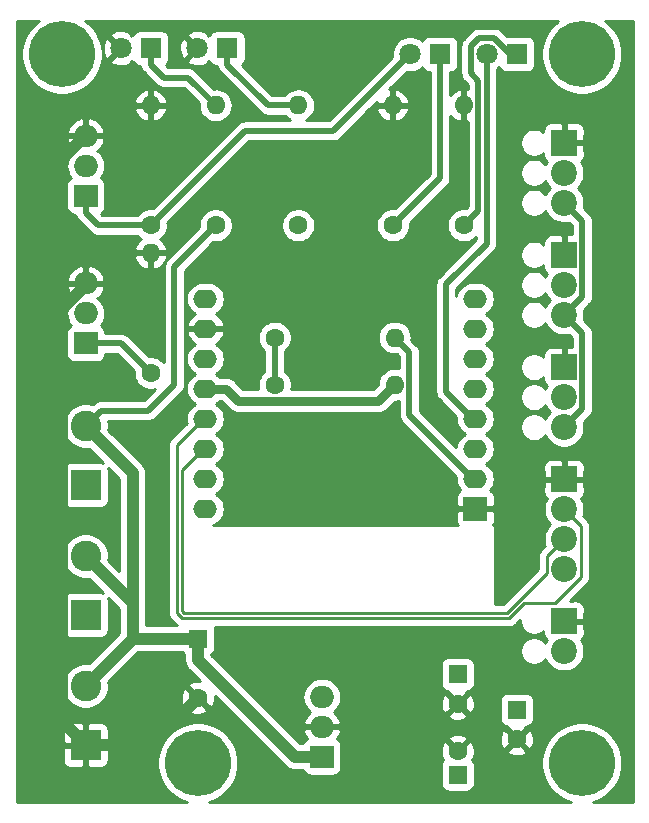
<source format=gtl>
G04 #@! TF.GenerationSoftware,KiCad,Pcbnew,(5.1.4)-1*
G04 #@! TF.CreationDate,2019-09-16T08:25:28+02:00*
G04 #@! TF.ProjectId,virtual_clues,76697274-7561-46c5-9f63-6c7565732e6b,rev?*
G04 #@! TF.SameCoordinates,Original*
G04 #@! TF.FileFunction,Copper,L1,Top*
G04 #@! TF.FilePolarity,Positive*
%FSLAX46Y46*%
G04 Gerber Fmt 4.6, Leading zero omitted, Abs format (unit mm)*
G04 Created by KiCad (PCBNEW (5.1.4)-1) date 2019-09-16 08:25:28*
%MOMM*%
%LPD*%
G04 APERTURE LIST*
%ADD10O,2.000000X1.600000*%
%ADD11R,2.000000X2.000000*%
%ADD12C,5.600000*%
%ADD13C,1.600000*%
%ADD14R,1.600000X1.600000*%
%ADD15R,1.800000X1.800000*%
%ADD16C,1.800000*%
%ADD17C,2.600000*%
%ADD18R,2.600000X2.600000*%
%ADD19C,2.200000*%
%ADD20R,2.200000X2.200000*%
%ADD21O,1.600000X1.600000*%
%ADD22R,2.000000X1.905000*%
%ADD23O,2.000000X1.905000*%
%ADD24C,0.500000*%
%ADD25C,1.000000*%
%ADD26C,0.750000*%
%ADD27C,0.250000*%
%ADD28C,0.254000*%
G04 APERTURE END LIST*
D10*
X111500000Y-78960000D03*
D11*
X111500000Y-81500000D03*
D10*
X111500000Y-76420000D03*
X111500000Y-73880000D03*
X111500000Y-71340000D03*
X111500000Y-68800000D03*
X111500000Y-66260000D03*
X111500000Y-63720000D03*
X88640000Y-63720000D03*
X88640000Y-66260000D03*
X88640000Y-68800000D03*
X88640000Y-71340000D03*
X88640000Y-73880000D03*
X88640000Y-76420000D03*
X88640000Y-78960000D03*
X88640000Y-81500000D03*
D12*
X88000000Y-103000000D03*
X76500000Y-43000000D03*
X120500000Y-103000000D03*
X120500000Y-43000000D03*
D13*
X88000000Y-97500000D03*
D14*
X88000000Y-92500000D03*
D13*
X115000000Y-101000000D03*
D14*
X115000000Y-98500000D03*
D13*
X110000000Y-102000000D03*
D14*
X110000000Y-104000000D03*
D13*
X110000000Y-98000000D03*
D14*
X110000000Y-95500000D03*
D15*
X84000000Y-42500000D03*
D16*
X81460000Y-42500000D03*
D17*
X78500000Y-96500000D03*
D18*
X78500000Y-101500000D03*
D16*
X87960000Y-42500000D03*
D15*
X90500000Y-42500000D03*
D18*
X78500000Y-90500000D03*
D17*
X78500000Y-85500000D03*
D19*
X119000000Y-74580000D03*
X119000000Y-72040000D03*
D20*
X119000000Y-69500000D03*
X119000000Y-79000000D03*
D19*
X119000000Y-81540000D03*
X119000000Y-84080000D03*
X119000000Y-86620000D03*
D20*
X119000000Y-60000000D03*
D19*
X119000000Y-62540000D03*
X119000000Y-65080000D03*
D13*
X89500000Y-57500000D03*
D21*
X89500000Y-47340000D03*
X104500000Y-47340000D03*
D13*
X104500000Y-57500000D03*
D21*
X96500000Y-47340000D03*
D13*
X96500000Y-57500000D03*
D20*
X119000000Y-91000000D03*
D19*
X119000000Y-93540000D03*
D22*
X78500000Y-55000000D03*
D23*
X78500000Y-52460000D03*
X78500000Y-49920000D03*
D13*
X94500000Y-67000000D03*
D21*
X104660000Y-67000000D03*
D23*
X98500000Y-97420000D03*
X98500000Y-99960000D03*
D22*
X98500000Y-102500000D03*
D15*
X108500000Y-43000000D03*
D16*
X105960000Y-43000000D03*
D13*
X84000000Y-57500000D03*
D21*
X84000000Y-47340000D03*
D13*
X94500000Y-71000000D03*
D21*
X104660000Y-71000000D03*
D20*
X119000000Y-50500000D03*
D19*
X119000000Y-53040000D03*
X119000000Y-55580000D03*
D13*
X84000000Y-70000000D03*
D21*
X84000000Y-59840000D03*
D18*
X78500000Y-79500000D03*
D17*
X78500000Y-74500000D03*
D21*
X110500000Y-47340000D03*
D13*
X110500000Y-57500000D03*
D22*
X78500000Y-67500000D03*
D23*
X78500000Y-64960000D03*
X78500000Y-62420000D03*
D15*
X115000000Y-43000000D03*
D16*
X112460000Y-43000000D03*
D24*
X84000000Y-43900000D02*
X85100000Y-45000000D01*
X84000000Y-42500000D02*
X84000000Y-43900000D01*
X87160000Y-45000000D02*
X89500000Y-47340000D01*
X85100000Y-45000000D02*
X87160000Y-45000000D01*
D25*
X84000000Y-101500000D02*
X88000000Y-97500000D01*
X78500000Y-101500000D02*
X84000000Y-101500000D01*
X76499999Y-99499999D02*
X78500000Y-101500000D01*
X76499999Y-64575499D02*
X76499999Y-99499999D01*
X78500000Y-62575498D02*
X76499999Y-64575499D01*
X78500000Y-62420000D02*
X78500000Y-62575498D01*
X76499999Y-51872501D02*
X76499999Y-64575499D01*
X78452500Y-49920000D02*
X76499999Y-51872501D01*
X78500000Y-49920000D02*
X78452500Y-49920000D01*
X82500000Y-92500000D02*
X88000000Y-92500000D01*
X78500000Y-96500000D02*
X82500000Y-92500000D01*
X82500000Y-89500000D02*
X82500000Y-92500000D01*
X78500000Y-85500000D02*
X82500000Y-89500000D01*
X82500000Y-78500000D02*
X82500000Y-89500000D01*
X78500000Y-74500000D02*
X82500000Y-78500000D01*
X96500000Y-102500000D02*
X98500000Y-102500000D01*
X96200000Y-102500000D02*
X96500000Y-102500000D01*
X88000000Y-94300000D02*
X96200000Y-102500000D01*
X88000000Y-92500000D02*
X88000000Y-94300000D01*
D24*
X79799999Y-73200001D02*
X83799999Y-73200001D01*
X78500000Y-74500000D02*
X79799999Y-73200001D01*
X83799999Y-73200001D02*
X86000000Y-71000000D01*
X86000000Y-61000000D02*
X89500000Y-57500000D01*
X86000000Y-71000000D02*
X86000000Y-61000000D01*
X95368630Y-47340000D02*
X96500000Y-47340000D01*
X93940000Y-47340000D02*
X95368630Y-47340000D01*
X90500000Y-43900000D02*
X93940000Y-47340000D01*
X90500000Y-42500000D02*
X90500000Y-43900000D01*
X120099999Y-73480001D02*
X119000000Y-74580000D01*
X120550001Y-73029999D02*
X120099999Y-73480001D01*
X120550001Y-66630001D02*
X120550001Y-73029999D01*
X119000000Y-65080000D02*
X120550001Y-66630001D01*
X120099999Y-63980001D02*
X119000000Y-65080000D01*
X120550001Y-63529999D02*
X120099999Y-63980001D01*
X120550001Y-57130001D02*
X120550001Y-63529999D01*
X119000000Y-55580000D02*
X120550001Y-57130001D01*
X94500000Y-67000000D02*
X94500000Y-71000000D01*
D26*
X103860001Y-71799999D02*
X104660000Y-71000000D01*
X103284999Y-72375001D02*
X103860001Y-71799999D01*
X91425001Y-72375001D02*
X103284999Y-72375001D01*
X90390000Y-71340000D02*
X91425001Y-72375001D01*
X88640000Y-71340000D02*
X90390000Y-71340000D01*
D24*
X82868630Y-57500000D02*
X84000000Y-57500000D01*
X79547500Y-57500000D02*
X82868630Y-57500000D01*
X78500000Y-56452500D02*
X79547500Y-57500000D01*
X78500000Y-55000000D02*
X78500000Y-56452500D01*
X105960000Y-43000000D02*
X99460000Y-49500000D01*
X92000000Y-49500000D02*
X84000000Y-57500000D01*
X99460000Y-49500000D02*
X92000000Y-49500000D01*
D27*
X88440000Y-73880000D02*
X88640000Y-73880000D01*
X86678973Y-90775019D02*
X86224980Y-90321026D01*
X86224980Y-76095020D02*
X88440000Y-73880000D01*
X86224980Y-90321026D02*
X86224980Y-76095020D01*
X114361390Y-90775020D02*
X86678973Y-90775019D01*
X118229002Y-89500000D02*
X115636410Y-89500000D01*
X120425001Y-87304001D02*
X118229002Y-89500000D01*
X115636410Y-89500000D02*
X114361390Y-90775020D01*
X120425001Y-82965001D02*
X120425001Y-87304001D01*
X119000000Y-81540000D02*
X120425001Y-82965001D01*
X88440000Y-76420000D02*
X88640000Y-76420000D01*
X86674990Y-78185010D02*
X88440000Y-76420000D01*
X86674990Y-90134626D02*
X86674990Y-78185010D01*
X86865374Y-90325010D02*
X86674990Y-90134626D01*
X114174990Y-90325010D02*
X86865374Y-90325010D01*
X117574999Y-86925001D02*
X114174990Y-90325010D01*
X117574999Y-85505001D02*
X117574999Y-86925001D01*
X119000000Y-84080000D02*
X117574999Y-85505001D01*
D24*
X111300000Y-78960000D02*
X111500000Y-78960000D01*
X105910001Y-73570001D02*
X111300000Y-78960000D01*
X105910001Y-68250001D02*
X105910001Y-73570001D01*
X104660000Y-67000000D02*
X105910001Y-68250001D01*
X108500000Y-53500000D02*
X104500000Y-57500000D01*
X108500000Y-43000000D02*
X108500000Y-53500000D01*
X81500000Y-67500000D02*
X84000000Y-70000000D01*
X78500000Y-67500000D02*
X81500000Y-67500000D01*
X112460000Y-43000000D02*
X112460000Y-59040000D01*
X112460000Y-59040000D02*
X109000000Y-62500000D01*
X111300000Y-73880000D02*
X111500000Y-73880000D01*
X109000000Y-71580000D02*
X111300000Y-73880000D01*
X109000000Y-62500000D02*
X109000000Y-71580000D01*
X111750001Y-56249999D02*
X111299999Y-56700001D01*
X111750001Y-45250001D02*
X111750001Y-56249999D01*
X111109999Y-44609999D02*
X111750001Y-45250001D01*
X111109999Y-42351999D02*
X111109999Y-44609999D01*
X111811999Y-41649999D02*
X111109999Y-42351999D01*
X113108001Y-41649999D02*
X111811999Y-41649999D01*
X111299999Y-56700001D02*
X110500000Y-57500000D01*
X114458002Y-43000000D02*
X113108001Y-41649999D01*
X115000000Y-43000000D02*
X114458002Y-43000000D01*
D28*
G36*
X74310315Y-40331862D02*
G01*
X73831862Y-40810315D01*
X73455943Y-41372918D01*
X73197006Y-41998048D01*
X73065000Y-42661682D01*
X73065000Y-43338318D01*
X73197006Y-44001952D01*
X73455943Y-44627082D01*
X73831862Y-45189685D01*
X74310315Y-45668138D01*
X74872918Y-46044057D01*
X75498048Y-46302994D01*
X76161682Y-46435000D01*
X76838318Y-46435000D01*
X77501952Y-46302994D01*
X78127082Y-46044057D01*
X78689685Y-45668138D01*
X79168138Y-45189685D01*
X79544057Y-44627082D01*
X79802994Y-44001952D01*
X79935000Y-43338318D01*
X79935000Y-42678939D01*
X79961603Y-42865907D01*
X80061778Y-43151199D01*
X80141739Y-43300792D01*
X80395920Y-43384475D01*
X81280395Y-42500000D01*
X80395920Y-41615525D01*
X80141739Y-41699208D01*
X80010842Y-41971775D01*
X79935635Y-42264642D01*
X79919009Y-42566553D01*
X79926375Y-42618321D01*
X79802994Y-41998048D01*
X79570154Y-41435920D01*
X80575525Y-41435920D01*
X81460000Y-42320395D01*
X81474143Y-42306253D01*
X81653748Y-42485858D01*
X81639605Y-42500000D01*
X81653748Y-42514143D01*
X81474143Y-42693748D01*
X81460000Y-42679605D01*
X80575525Y-43564080D01*
X80659208Y-43818261D01*
X80931775Y-43949158D01*
X81224642Y-44024365D01*
X81526553Y-44040991D01*
X81825907Y-43998397D01*
X82111199Y-43898222D01*
X82260792Y-43818261D01*
X82344474Y-43564082D01*
X82460422Y-43680030D01*
X82507187Y-43633265D01*
X82510498Y-43644180D01*
X82569463Y-43754494D01*
X82648815Y-43851185D01*
X82745506Y-43930537D01*
X82855820Y-43989502D01*
X82975518Y-44025812D01*
X83100000Y-44038072D01*
X83124317Y-44038072D01*
X83127805Y-44073490D01*
X83178412Y-44240313D01*
X83260590Y-44394059D01*
X83343468Y-44495046D01*
X83343471Y-44495049D01*
X83371184Y-44528817D01*
X83404951Y-44556529D01*
X84443470Y-45595049D01*
X84471183Y-45628817D01*
X84504951Y-45656530D01*
X84504953Y-45656532D01*
X84519095Y-45668138D01*
X84605941Y-45739411D01*
X84759687Y-45821589D01*
X84875903Y-45856843D01*
X84926509Y-45872195D01*
X84941306Y-45873652D01*
X85056523Y-45885000D01*
X85056531Y-45885000D01*
X85100000Y-45889281D01*
X85143469Y-45885000D01*
X86793422Y-45885000D01*
X88075125Y-47166704D01*
X88058057Y-47340000D01*
X88085764Y-47621309D01*
X88167818Y-47891808D01*
X88301068Y-48141101D01*
X88480392Y-48359608D01*
X88698899Y-48538932D01*
X88948192Y-48672182D01*
X89218691Y-48754236D01*
X89429508Y-48775000D01*
X89570492Y-48775000D01*
X89781309Y-48754236D01*
X90051808Y-48672182D01*
X90301101Y-48538932D01*
X90519608Y-48359608D01*
X90698932Y-48141101D01*
X90832182Y-47891808D01*
X90914236Y-47621309D01*
X90941943Y-47340000D01*
X90914236Y-47058691D01*
X90832182Y-46788192D01*
X90698932Y-46538899D01*
X90519608Y-46320392D01*
X90301101Y-46141068D01*
X90051808Y-46007818D01*
X89781309Y-45925764D01*
X89570492Y-45905000D01*
X89429508Y-45905000D01*
X89326704Y-45915125D01*
X87816534Y-44404956D01*
X87788817Y-44371183D01*
X87654059Y-44260589D01*
X87500313Y-44178411D01*
X87333490Y-44127805D01*
X87203477Y-44115000D01*
X87203469Y-44115000D01*
X87160000Y-44110719D01*
X87116531Y-44115000D01*
X85466579Y-44115000D01*
X85269665Y-43918086D01*
X85351185Y-43851185D01*
X85430537Y-43754494D01*
X85489502Y-43644180D01*
X85525812Y-43524482D01*
X85538072Y-43400000D01*
X85538072Y-42566553D01*
X86419009Y-42566553D01*
X86461603Y-42865907D01*
X86561778Y-43151199D01*
X86641739Y-43300792D01*
X86895920Y-43384475D01*
X87780395Y-42500000D01*
X86895920Y-41615525D01*
X86641739Y-41699208D01*
X86510842Y-41971775D01*
X86435635Y-42264642D01*
X86419009Y-42566553D01*
X85538072Y-42566553D01*
X85538072Y-41600000D01*
X85525812Y-41475518D01*
X85489502Y-41355820D01*
X85430537Y-41245506D01*
X85351185Y-41148815D01*
X85254494Y-41069463D01*
X85144180Y-41010498D01*
X85024482Y-40974188D01*
X84900000Y-40961928D01*
X83100000Y-40961928D01*
X82975518Y-40974188D01*
X82855820Y-41010498D01*
X82745506Y-41069463D01*
X82648815Y-41148815D01*
X82569463Y-41245506D01*
X82510498Y-41355820D01*
X82507187Y-41366735D01*
X82460422Y-41319970D01*
X82344474Y-41435918D01*
X82260792Y-41181739D01*
X81988225Y-41050842D01*
X81695358Y-40975635D01*
X81393447Y-40959009D01*
X81094093Y-41001603D01*
X80808801Y-41101778D01*
X80659208Y-41181739D01*
X80575525Y-41435920D01*
X79570154Y-41435920D01*
X79544057Y-41372918D01*
X79168138Y-40810315D01*
X78689685Y-40331862D01*
X78469890Y-40185000D01*
X118530110Y-40185000D01*
X118310315Y-40331862D01*
X117831862Y-40810315D01*
X117455943Y-41372918D01*
X117197006Y-41998048D01*
X117065000Y-42661682D01*
X117065000Y-43338318D01*
X117197006Y-44001952D01*
X117455943Y-44627082D01*
X117831862Y-45189685D01*
X118310315Y-45668138D01*
X118872918Y-46044057D01*
X119498048Y-46302994D01*
X120161682Y-46435000D01*
X120838318Y-46435000D01*
X121501952Y-46302994D01*
X122127082Y-46044057D01*
X122689685Y-45668138D01*
X123168138Y-45189685D01*
X123544057Y-44627082D01*
X123802994Y-44001952D01*
X123935000Y-43338318D01*
X123935000Y-42661682D01*
X123802994Y-41998048D01*
X123544057Y-41372918D01*
X123168138Y-40810315D01*
X122689685Y-40331862D01*
X122469890Y-40185000D01*
X124815000Y-40185000D01*
X124815001Y-106315000D01*
X121441594Y-106315000D01*
X121501952Y-106302994D01*
X122127082Y-106044057D01*
X122689685Y-105668138D01*
X123168138Y-105189685D01*
X123544057Y-104627082D01*
X123802994Y-104001952D01*
X123935000Y-103338318D01*
X123935000Y-102661682D01*
X123802994Y-101998048D01*
X123544057Y-101372918D01*
X123168138Y-100810315D01*
X122689685Y-100331862D01*
X122127082Y-99955943D01*
X121501952Y-99697006D01*
X120838318Y-99565000D01*
X120161682Y-99565000D01*
X119498048Y-99697006D01*
X118872918Y-99955943D01*
X118310315Y-100331862D01*
X117831862Y-100810315D01*
X117455943Y-101372918D01*
X117197006Y-101998048D01*
X117065000Y-102661682D01*
X117065000Y-103338318D01*
X117197006Y-104001952D01*
X117455943Y-104627082D01*
X117831862Y-105189685D01*
X118310315Y-105668138D01*
X118872918Y-106044057D01*
X119498048Y-106302994D01*
X119558406Y-106315000D01*
X88941594Y-106315000D01*
X89001952Y-106302994D01*
X89627082Y-106044057D01*
X90189685Y-105668138D01*
X90668138Y-105189685D01*
X91044057Y-104627082D01*
X91302994Y-104001952D01*
X91435000Y-103338318D01*
X91435000Y-102661682D01*
X91302994Y-101998048D01*
X91044057Y-101372918D01*
X90668138Y-100810315D01*
X90189685Y-100331862D01*
X89627082Y-99955943D01*
X89001952Y-99697006D01*
X88338318Y-99565000D01*
X87661682Y-99565000D01*
X86998048Y-99697006D01*
X86372918Y-99955943D01*
X85810315Y-100331862D01*
X85331862Y-100810315D01*
X84955943Y-101372918D01*
X84697006Y-101998048D01*
X84565000Y-102661682D01*
X84565000Y-103338318D01*
X84697006Y-104001952D01*
X84955943Y-104627082D01*
X85331862Y-105189685D01*
X85810315Y-105668138D01*
X86372918Y-106044057D01*
X86998048Y-106302994D01*
X87058406Y-106315000D01*
X72685000Y-106315000D01*
X72685000Y-102800000D01*
X76561928Y-102800000D01*
X76574188Y-102924482D01*
X76610498Y-103044180D01*
X76669463Y-103154494D01*
X76748815Y-103251185D01*
X76845506Y-103330537D01*
X76955820Y-103389502D01*
X77075518Y-103425812D01*
X77200000Y-103438072D01*
X78214250Y-103435000D01*
X78373000Y-103276250D01*
X78373000Y-101627000D01*
X78627000Y-101627000D01*
X78627000Y-103276250D01*
X78785750Y-103435000D01*
X79800000Y-103438072D01*
X79924482Y-103425812D01*
X80044180Y-103389502D01*
X80154494Y-103330537D01*
X80251185Y-103251185D01*
X80330537Y-103154494D01*
X80389502Y-103044180D01*
X80425812Y-102924482D01*
X80438072Y-102800000D01*
X80435000Y-101785750D01*
X80276250Y-101627000D01*
X78627000Y-101627000D01*
X78373000Y-101627000D01*
X76723750Y-101627000D01*
X76565000Y-101785750D01*
X76561928Y-102800000D01*
X72685000Y-102800000D01*
X72685000Y-100200000D01*
X76561928Y-100200000D01*
X76565000Y-101214250D01*
X76723750Y-101373000D01*
X78373000Y-101373000D01*
X78373000Y-99723750D01*
X78627000Y-99723750D01*
X78627000Y-101373000D01*
X80276250Y-101373000D01*
X80435000Y-101214250D01*
X80438072Y-100200000D01*
X80425812Y-100075518D01*
X80389502Y-99955820D01*
X80330537Y-99845506D01*
X80251185Y-99748815D01*
X80154494Y-99669463D01*
X80044180Y-99610498D01*
X79924482Y-99574188D01*
X79800000Y-99561928D01*
X78785750Y-99565000D01*
X78627000Y-99723750D01*
X78373000Y-99723750D01*
X78214250Y-99565000D01*
X77200000Y-99561928D01*
X77075518Y-99574188D01*
X76955820Y-99610498D01*
X76845506Y-99669463D01*
X76748815Y-99748815D01*
X76669463Y-99845506D01*
X76610498Y-99955820D01*
X76574188Y-100075518D01*
X76561928Y-100200000D01*
X72685000Y-100200000D01*
X72685000Y-98492702D01*
X87186903Y-98492702D01*
X87258486Y-98736671D01*
X87513996Y-98857571D01*
X87788184Y-98926300D01*
X88070512Y-98940217D01*
X88350130Y-98898787D01*
X88616292Y-98803603D01*
X88741514Y-98736671D01*
X88813097Y-98492702D01*
X88000000Y-97679605D01*
X87186903Y-98492702D01*
X72685000Y-98492702D01*
X72685000Y-78200000D01*
X76561928Y-78200000D01*
X76561928Y-80800000D01*
X76574188Y-80924482D01*
X76610498Y-81044180D01*
X76669463Y-81154494D01*
X76748815Y-81251185D01*
X76845506Y-81330537D01*
X76955820Y-81389502D01*
X77075518Y-81425812D01*
X77200000Y-81438072D01*
X79800000Y-81438072D01*
X79924482Y-81425812D01*
X80044180Y-81389502D01*
X80154494Y-81330537D01*
X80251185Y-81251185D01*
X80330537Y-81154494D01*
X80389502Y-81044180D01*
X80425812Y-80924482D01*
X80438072Y-80800000D01*
X80438072Y-78200000D01*
X80425812Y-78075518D01*
X80406403Y-78011534D01*
X81365000Y-78970132D01*
X81365001Y-86759869D01*
X80411891Y-85806759D01*
X80435000Y-85690581D01*
X80435000Y-85309419D01*
X80360639Y-84935581D01*
X80214775Y-84583434D01*
X80003013Y-84266509D01*
X79733491Y-83996987D01*
X79416566Y-83785225D01*
X79064419Y-83639361D01*
X78690581Y-83565000D01*
X78309419Y-83565000D01*
X77935581Y-83639361D01*
X77583434Y-83785225D01*
X77266509Y-83996987D01*
X76996987Y-84266509D01*
X76785225Y-84583434D01*
X76639361Y-84935581D01*
X76565000Y-85309419D01*
X76565000Y-85690581D01*
X76639361Y-86064419D01*
X76785225Y-86416566D01*
X76996987Y-86733491D01*
X77266509Y-87003013D01*
X77583434Y-87214775D01*
X77935581Y-87360639D01*
X78309419Y-87435000D01*
X78690581Y-87435000D01*
X78806759Y-87411891D01*
X79988466Y-88593597D01*
X79924482Y-88574188D01*
X79800000Y-88561928D01*
X77200000Y-88561928D01*
X77075518Y-88574188D01*
X76955820Y-88610498D01*
X76845506Y-88669463D01*
X76748815Y-88748815D01*
X76669463Y-88845506D01*
X76610498Y-88955820D01*
X76574188Y-89075518D01*
X76561928Y-89200000D01*
X76561928Y-91800000D01*
X76574188Y-91924482D01*
X76610498Y-92044180D01*
X76669463Y-92154494D01*
X76748815Y-92251185D01*
X76845506Y-92330537D01*
X76955820Y-92389502D01*
X77075518Y-92425812D01*
X77200000Y-92438072D01*
X79800000Y-92438072D01*
X79924482Y-92425812D01*
X80044180Y-92389502D01*
X80154494Y-92330537D01*
X80251185Y-92251185D01*
X80330537Y-92154494D01*
X80389502Y-92044180D01*
X80425812Y-91924482D01*
X80438072Y-91800000D01*
X80438072Y-89200000D01*
X80425812Y-89075518D01*
X80406403Y-89011534D01*
X81365000Y-89970132D01*
X81365001Y-92029867D01*
X78806759Y-94588109D01*
X78690581Y-94565000D01*
X78309419Y-94565000D01*
X77935581Y-94639361D01*
X77583434Y-94785225D01*
X77266509Y-94996987D01*
X76996987Y-95266509D01*
X76785225Y-95583434D01*
X76639361Y-95935581D01*
X76565000Y-96309419D01*
X76565000Y-96690581D01*
X76639361Y-97064419D01*
X76785225Y-97416566D01*
X76996987Y-97733491D01*
X77266509Y-98003013D01*
X77583434Y-98214775D01*
X77935581Y-98360639D01*
X78309419Y-98435000D01*
X78690581Y-98435000D01*
X79064419Y-98360639D01*
X79416566Y-98214775D01*
X79733491Y-98003013D01*
X80003013Y-97733491D01*
X80111911Y-97570512D01*
X86559783Y-97570512D01*
X86601213Y-97850130D01*
X86696397Y-98116292D01*
X86763329Y-98241514D01*
X87007298Y-98313097D01*
X87820395Y-97500000D01*
X87007298Y-96686903D01*
X86763329Y-96758486D01*
X86642429Y-97013996D01*
X86573700Y-97288184D01*
X86559783Y-97570512D01*
X80111911Y-97570512D01*
X80214775Y-97416566D01*
X80360639Y-97064419D01*
X80435000Y-96690581D01*
X80435000Y-96309419D01*
X80411891Y-96193241D01*
X82970132Y-93635000D01*
X86659043Y-93635000D01*
X86669463Y-93654494D01*
X86748815Y-93751185D01*
X86845506Y-93830537D01*
X86865000Y-93840957D01*
X86865000Y-94244249D01*
X86859509Y-94300000D01*
X86881423Y-94522498D01*
X86946324Y-94736446D01*
X86946325Y-94736447D01*
X87051717Y-94933623D01*
X87193552Y-95106449D01*
X87236860Y-95141991D01*
X88166327Y-96071458D01*
X87929488Y-96059783D01*
X87649870Y-96101213D01*
X87383708Y-96196397D01*
X87258486Y-96263329D01*
X87186903Y-96507298D01*
X88000000Y-97320395D01*
X88014143Y-97306253D01*
X88193748Y-97485858D01*
X88179605Y-97500000D01*
X88992702Y-98313097D01*
X89236671Y-98241514D01*
X89357571Y-97986004D01*
X89426300Y-97711816D01*
X89440217Y-97429488D01*
X89425582Y-97330713D01*
X95358009Y-103263141D01*
X95393551Y-103306449D01*
X95566377Y-103448284D01*
X95763553Y-103553676D01*
X95927705Y-103603471D01*
X95977500Y-103618577D01*
X95998493Y-103620644D01*
X96144248Y-103635000D01*
X96144255Y-103635000D01*
X96199999Y-103640490D01*
X96255743Y-103635000D01*
X96891788Y-103635000D01*
X96910498Y-103696680D01*
X96969463Y-103806994D01*
X97048815Y-103903685D01*
X97145506Y-103983037D01*
X97255820Y-104042002D01*
X97375518Y-104078312D01*
X97500000Y-104090572D01*
X99500000Y-104090572D01*
X99624482Y-104078312D01*
X99744180Y-104042002D01*
X99854494Y-103983037D01*
X99951185Y-103903685D01*
X100030537Y-103806994D01*
X100089502Y-103696680D01*
X100125812Y-103576982D01*
X100138072Y-103452500D01*
X100138072Y-102070512D01*
X108559783Y-102070512D01*
X108601213Y-102350130D01*
X108696397Y-102616292D01*
X108761616Y-102738309D01*
X108748815Y-102748815D01*
X108669463Y-102845506D01*
X108610498Y-102955820D01*
X108574188Y-103075518D01*
X108561928Y-103200000D01*
X108561928Y-104800000D01*
X108574188Y-104924482D01*
X108610498Y-105044180D01*
X108669463Y-105154494D01*
X108748815Y-105251185D01*
X108845506Y-105330537D01*
X108955820Y-105389502D01*
X109075518Y-105425812D01*
X109200000Y-105438072D01*
X110800000Y-105438072D01*
X110924482Y-105425812D01*
X111044180Y-105389502D01*
X111154494Y-105330537D01*
X111251185Y-105251185D01*
X111330537Y-105154494D01*
X111389502Y-105044180D01*
X111425812Y-104924482D01*
X111438072Y-104800000D01*
X111438072Y-103200000D01*
X111425812Y-103075518D01*
X111389502Y-102955820D01*
X111330537Y-102845506D01*
X111251185Y-102748815D01*
X111238242Y-102738193D01*
X111357571Y-102486004D01*
X111426300Y-102211816D01*
X111437100Y-101992702D01*
X114186903Y-101992702D01*
X114258486Y-102236671D01*
X114513996Y-102357571D01*
X114788184Y-102426300D01*
X115070512Y-102440217D01*
X115350130Y-102398787D01*
X115616292Y-102303603D01*
X115741514Y-102236671D01*
X115813097Y-101992702D01*
X115000000Y-101179605D01*
X114186903Y-101992702D01*
X111437100Y-101992702D01*
X111440217Y-101929488D01*
X111398787Y-101649870D01*
X111303603Y-101383708D01*
X111236671Y-101258486D01*
X110992702Y-101186903D01*
X110179605Y-102000000D01*
X110193748Y-102014143D01*
X110014143Y-102193748D01*
X110000000Y-102179605D01*
X109985858Y-102193748D01*
X109806253Y-102014143D01*
X109820395Y-102000000D01*
X109007298Y-101186903D01*
X108763329Y-101258486D01*
X108642429Y-101513996D01*
X108573700Y-101788184D01*
X108559783Y-102070512D01*
X100138072Y-102070512D01*
X100138072Y-101547500D01*
X100125812Y-101423018D01*
X100089502Y-101303320D01*
X100030537Y-101193006D01*
X99951185Y-101096315D01*
X99854494Y-101016963D01*
X99836413Y-101007298D01*
X109186903Y-101007298D01*
X110000000Y-101820395D01*
X110749883Y-101070512D01*
X113559783Y-101070512D01*
X113601213Y-101350130D01*
X113696397Y-101616292D01*
X113763329Y-101741514D01*
X114007298Y-101813097D01*
X114820395Y-101000000D01*
X115179605Y-101000000D01*
X115992702Y-101813097D01*
X116236671Y-101741514D01*
X116357571Y-101486004D01*
X116426300Y-101211816D01*
X116440217Y-100929488D01*
X116398787Y-100649870D01*
X116303603Y-100383708D01*
X116236671Y-100258486D01*
X115992702Y-100186903D01*
X115179605Y-101000000D01*
X114820395Y-101000000D01*
X114007298Y-100186903D01*
X113763329Y-100258486D01*
X113642429Y-100513996D01*
X113573700Y-100788184D01*
X113559783Y-101070512D01*
X110749883Y-101070512D01*
X110813097Y-101007298D01*
X110741514Y-100763329D01*
X110486004Y-100642429D01*
X110211816Y-100573700D01*
X109929488Y-100559783D01*
X109649870Y-100601213D01*
X109383708Y-100696397D01*
X109258486Y-100763329D01*
X109186903Y-101007298D01*
X99836413Y-101007298D01*
X99762781Y-100967941D01*
X99875969Y-100826923D01*
X100019571Y-100551094D01*
X100090563Y-100332980D01*
X99970594Y-100087000D01*
X98627000Y-100087000D01*
X98627000Y-100107000D01*
X98373000Y-100107000D01*
X98373000Y-100087000D01*
X97029406Y-100087000D01*
X96909437Y-100332980D01*
X96980429Y-100551094D01*
X97124031Y-100826923D01*
X97237219Y-100967941D01*
X97145506Y-101016963D01*
X97048815Y-101096315D01*
X96969463Y-101193006D01*
X96910498Y-101303320D01*
X96891788Y-101365000D01*
X96670132Y-101365000D01*
X92725132Y-97420000D01*
X96857319Y-97420000D01*
X96887970Y-97731204D01*
X96978745Y-98030449D01*
X97126155Y-98306235D01*
X97324537Y-98547963D01*
X97503899Y-98695163D01*
X97318685Y-98850563D01*
X97124031Y-99093077D01*
X96980429Y-99368906D01*
X96909437Y-99587020D01*
X97029406Y-99833000D01*
X98373000Y-99833000D01*
X98373000Y-99813000D01*
X98627000Y-99813000D01*
X98627000Y-99833000D01*
X99970594Y-99833000D01*
X100090563Y-99587020D01*
X100019571Y-99368906D01*
X99875969Y-99093077D01*
X99795403Y-98992702D01*
X109186903Y-98992702D01*
X109258486Y-99236671D01*
X109513996Y-99357571D01*
X109788184Y-99426300D01*
X110070512Y-99440217D01*
X110350130Y-99398787D01*
X110616292Y-99303603D01*
X110741514Y-99236671D01*
X110813097Y-98992702D01*
X110000000Y-98179605D01*
X109186903Y-98992702D01*
X99795403Y-98992702D01*
X99681315Y-98850563D01*
X99496101Y-98695163D01*
X99675463Y-98547963D01*
X99873845Y-98306235D01*
X99999840Y-98070512D01*
X108559783Y-98070512D01*
X108601213Y-98350130D01*
X108696397Y-98616292D01*
X108763329Y-98741514D01*
X109007298Y-98813097D01*
X109820395Y-98000000D01*
X110179605Y-98000000D01*
X110992702Y-98813097D01*
X111236671Y-98741514D01*
X111357571Y-98486004D01*
X111426300Y-98211816D01*
X111440217Y-97929488D01*
X111406215Y-97700000D01*
X113561928Y-97700000D01*
X113561928Y-99300000D01*
X113574188Y-99424482D01*
X113610498Y-99544180D01*
X113669463Y-99654494D01*
X113748815Y-99751185D01*
X113845506Y-99830537D01*
X113955820Y-99889502D01*
X114075518Y-99925812D01*
X114200000Y-99938072D01*
X114207215Y-99938072D01*
X114186903Y-100007298D01*
X115000000Y-100820395D01*
X115813097Y-100007298D01*
X115792785Y-99938072D01*
X115800000Y-99938072D01*
X115924482Y-99925812D01*
X116044180Y-99889502D01*
X116154494Y-99830537D01*
X116251185Y-99751185D01*
X116330537Y-99654494D01*
X116389502Y-99544180D01*
X116425812Y-99424482D01*
X116438072Y-99300000D01*
X116438072Y-97700000D01*
X116425812Y-97575518D01*
X116389502Y-97455820D01*
X116330537Y-97345506D01*
X116251185Y-97248815D01*
X116154494Y-97169463D01*
X116044180Y-97110498D01*
X115924482Y-97074188D01*
X115800000Y-97061928D01*
X114200000Y-97061928D01*
X114075518Y-97074188D01*
X113955820Y-97110498D01*
X113845506Y-97169463D01*
X113748815Y-97248815D01*
X113669463Y-97345506D01*
X113610498Y-97455820D01*
X113574188Y-97575518D01*
X113561928Y-97700000D01*
X111406215Y-97700000D01*
X111398787Y-97649870D01*
X111303603Y-97383708D01*
X111236671Y-97258486D01*
X110992702Y-97186903D01*
X110179605Y-98000000D01*
X109820395Y-98000000D01*
X109007298Y-97186903D01*
X108763329Y-97258486D01*
X108642429Y-97513996D01*
X108573700Y-97788184D01*
X108559783Y-98070512D01*
X99999840Y-98070512D01*
X100021255Y-98030449D01*
X100112030Y-97731204D01*
X100142681Y-97420000D01*
X100112030Y-97108796D01*
X100021255Y-96809551D01*
X99873845Y-96533765D01*
X99675463Y-96292037D01*
X99433735Y-96093655D01*
X99157949Y-95946245D01*
X98858704Y-95855470D01*
X98625486Y-95832500D01*
X98374514Y-95832500D01*
X98141296Y-95855470D01*
X97842051Y-95946245D01*
X97566265Y-96093655D01*
X97324537Y-96292037D01*
X97126155Y-96533765D01*
X96978745Y-96809551D01*
X96887970Y-97108796D01*
X96857319Y-97420000D01*
X92725132Y-97420000D01*
X90005132Y-94700000D01*
X108561928Y-94700000D01*
X108561928Y-96300000D01*
X108574188Y-96424482D01*
X108610498Y-96544180D01*
X108669463Y-96654494D01*
X108748815Y-96751185D01*
X108845506Y-96830537D01*
X108955820Y-96889502D01*
X109075518Y-96925812D01*
X109200000Y-96938072D01*
X109207215Y-96938072D01*
X109186903Y-97007298D01*
X110000000Y-97820395D01*
X110813097Y-97007298D01*
X110792785Y-96938072D01*
X110800000Y-96938072D01*
X110924482Y-96925812D01*
X111044180Y-96889502D01*
X111154494Y-96830537D01*
X111251185Y-96751185D01*
X111330537Y-96654494D01*
X111389502Y-96544180D01*
X111425812Y-96424482D01*
X111438072Y-96300000D01*
X111438072Y-94700000D01*
X111425812Y-94575518D01*
X111389502Y-94455820D01*
X111330537Y-94345506D01*
X111251185Y-94248815D01*
X111154494Y-94169463D01*
X111044180Y-94110498D01*
X110924482Y-94074188D01*
X110800000Y-94061928D01*
X109200000Y-94061928D01*
X109075518Y-94074188D01*
X108955820Y-94110498D01*
X108845506Y-94169463D01*
X108748815Y-94248815D01*
X108669463Y-94345506D01*
X108610498Y-94455820D01*
X108574188Y-94575518D01*
X108561928Y-94700000D01*
X90005132Y-94700000D01*
X89142226Y-93837095D01*
X89154494Y-93830537D01*
X89251185Y-93751185D01*
X89330537Y-93654494D01*
X89389502Y-93544180D01*
X89425812Y-93424482D01*
X89438072Y-93300000D01*
X89438072Y-91700000D01*
X89425812Y-91575518D01*
X89413527Y-91535018D01*
X114324068Y-91535020D01*
X114361390Y-91538696D01*
X114398712Y-91535020D01*
X114398722Y-91535020D01*
X114510375Y-91524023D01*
X114653636Y-91480566D01*
X114699932Y-91455820D01*
X114785666Y-91409994D01*
X114872392Y-91338819D01*
X114872393Y-91338818D01*
X114901390Y-91315021D01*
X114925188Y-91286023D01*
X115275000Y-90936211D01*
X115275000Y-91116712D01*
X115320539Y-91345652D01*
X115409866Y-91561308D01*
X115539550Y-91755394D01*
X115704606Y-91920450D01*
X115898692Y-92050134D01*
X116114348Y-92139461D01*
X116343288Y-92185000D01*
X116576712Y-92185000D01*
X116805652Y-92139461D01*
X117021308Y-92050134D01*
X117215394Y-91920450D01*
X117262784Y-91873060D01*
X117261928Y-92100000D01*
X117274188Y-92224482D01*
X117310498Y-92344180D01*
X117369463Y-92454494D01*
X117448815Y-92551185D01*
X117529690Y-92617557D01*
X117462463Y-92718169D01*
X117414090Y-92834952D01*
X117380450Y-92784606D01*
X117215394Y-92619550D01*
X117021308Y-92489866D01*
X116805652Y-92400539D01*
X116576712Y-92355000D01*
X116343288Y-92355000D01*
X116114348Y-92400539D01*
X115898692Y-92489866D01*
X115704606Y-92619550D01*
X115539550Y-92784606D01*
X115409866Y-92978692D01*
X115320539Y-93194348D01*
X115275000Y-93423288D01*
X115275000Y-93656712D01*
X115320539Y-93885652D01*
X115409866Y-94101308D01*
X115539550Y-94295394D01*
X115704606Y-94460450D01*
X115898692Y-94590134D01*
X116114348Y-94679461D01*
X116343288Y-94725000D01*
X116576712Y-94725000D01*
X116805652Y-94679461D01*
X117021308Y-94590134D01*
X117215394Y-94460450D01*
X117380450Y-94295394D01*
X117414090Y-94245048D01*
X117462463Y-94361831D01*
X117652337Y-94645998D01*
X117894002Y-94887663D01*
X118178169Y-95077537D01*
X118493919Y-95208325D01*
X118829117Y-95275000D01*
X119170883Y-95275000D01*
X119506081Y-95208325D01*
X119821831Y-95077537D01*
X120105998Y-94887663D01*
X120347663Y-94645998D01*
X120537537Y-94361831D01*
X120668325Y-94046081D01*
X120735000Y-93710883D01*
X120735000Y-93369117D01*
X120668325Y-93033919D01*
X120537537Y-92718169D01*
X120470310Y-92617557D01*
X120551185Y-92551185D01*
X120630537Y-92454494D01*
X120689502Y-92344180D01*
X120725812Y-92224482D01*
X120738072Y-92100000D01*
X120735000Y-91285750D01*
X120576250Y-91127000D01*
X119127000Y-91127000D01*
X119127000Y-91147000D01*
X118873000Y-91147000D01*
X118873000Y-91127000D01*
X118853000Y-91127000D01*
X118853000Y-90873000D01*
X118873000Y-90873000D01*
X118873000Y-90853000D01*
X119127000Y-90853000D01*
X119127000Y-90873000D01*
X120576250Y-90873000D01*
X120735000Y-90714250D01*
X120738072Y-89900000D01*
X120725812Y-89775518D01*
X120689502Y-89655820D01*
X120630537Y-89545506D01*
X120551185Y-89448815D01*
X120454494Y-89369463D01*
X120344180Y-89310498D01*
X120224482Y-89274188D01*
X120100000Y-89261928D01*
X119539762Y-89264042D01*
X120936004Y-87867800D01*
X120965002Y-87844002D01*
X121059975Y-87728277D01*
X121130547Y-87596248D01*
X121174004Y-87452987D01*
X121185001Y-87341334D01*
X121188678Y-87304001D01*
X121185001Y-87266668D01*
X121185001Y-83002326D01*
X121188677Y-82965001D01*
X121185001Y-82927676D01*
X121185001Y-82927668D01*
X121174004Y-82816015D01*
X121130547Y-82672754D01*
X121059975Y-82540725D01*
X120965002Y-82425000D01*
X120936005Y-82401203D01*
X120642714Y-82107912D01*
X120668325Y-82046081D01*
X120735000Y-81710883D01*
X120735000Y-81369117D01*
X120668325Y-81033919D01*
X120537537Y-80718169D01*
X120470310Y-80617557D01*
X120551185Y-80551185D01*
X120630537Y-80454494D01*
X120689502Y-80344180D01*
X120725812Y-80224482D01*
X120738072Y-80100000D01*
X120735000Y-79285750D01*
X120576250Y-79127000D01*
X119127000Y-79127000D01*
X119127000Y-79147000D01*
X118873000Y-79147000D01*
X118873000Y-79127000D01*
X117423750Y-79127000D01*
X117265000Y-79285750D01*
X117261928Y-80100000D01*
X117274188Y-80224482D01*
X117310498Y-80344180D01*
X117369463Y-80454494D01*
X117448815Y-80551185D01*
X117529690Y-80617557D01*
X117462463Y-80718169D01*
X117331675Y-81033919D01*
X117265000Y-81369117D01*
X117265000Y-81710883D01*
X117331675Y-82046081D01*
X117462463Y-82361831D01*
X117652337Y-82645998D01*
X117816339Y-82810000D01*
X117652337Y-82974002D01*
X117462463Y-83258169D01*
X117331675Y-83573919D01*
X117265000Y-83909117D01*
X117265000Y-84250883D01*
X117331675Y-84586081D01*
X117357286Y-84647912D01*
X117064002Y-84941197D01*
X117034998Y-84965000D01*
X116979870Y-85032175D01*
X116940025Y-85080725D01*
X116883755Y-85185998D01*
X116869453Y-85212755D01*
X116825996Y-85356016D01*
X116814999Y-85467669D01*
X116814999Y-85467679D01*
X116811323Y-85505001D01*
X116814999Y-85542324D01*
X116815000Y-86610198D01*
X113860189Y-89565010D01*
X113127000Y-89565010D01*
X113127000Y-83000000D01*
X113124560Y-82975224D01*
X113117333Y-82951399D01*
X113105597Y-82929443D01*
X113089803Y-82910197D01*
X113070557Y-82894403D01*
X113048601Y-82882667D01*
X113024776Y-82875440D01*
X113014202Y-82874399D01*
X113030537Y-82854494D01*
X113089502Y-82744180D01*
X113125812Y-82624482D01*
X113138072Y-82500000D01*
X113135000Y-81785750D01*
X112976250Y-81627000D01*
X111627000Y-81627000D01*
X111627000Y-81647000D01*
X111373000Y-81647000D01*
X111373000Y-81627000D01*
X110023750Y-81627000D01*
X109865000Y-81785750D01*
X109861928Y-82500000D01*
X109874188Y-82624482D01*
X109910498Y-82744180D01*
X109969463Y-82854494D01*
X109984650Y-82873000D01*
X89257247Y-82873000D01*
X89391808Y-82832182D01*
X89641101Y-82698932D01*
X89859608Y-82519608D01*
X90038932Y-82301101D01*
X90172182Y-82051808D01*
X90254236Y-81781309D01*
X90281943Y-81500000D01*
X90254236Y-81218691D01*
X90172182Y-80948192D01*
X90038932Y-80698899D01*
X89859608Y-80480392D01*
X89641101Y-80301068D01*
X89508142Y-80230000D01*
X89641101Y-80158932D01*
X89859608Y-79979608D01*
X90038932Y-79761101D01*
X90172182Y-79511808D01*
X90254236Y-79241309D01*
X90281943Y-78960000D01*
X90254236Y-78678691D01*
X90172182Y-78408192D01*
X90038932Y-78158899D01*
X89859608Y-77940392D01*
X89641101Y-77761068D01*
X89508142Y-77690000D01*
X89641101Y-77618932D01*
X89859608Y-77439608D01*
X90038932Y-77221101D01*
X90172182Y-76971808D01*
X90254236Y-76701309D01*
X90281943Y-76420000D01*
X90254236Y-76138691D01*
X90172182Y-75868192D01*
X90038932Y-75618899D01*
X89859608Y-75400392D01*
X89641101Y-75221068D01*
X89508142Y-75150000D01*
X89641101Y-75078932D01*
X89859608Y-74899608D01*
X90038932Y-74681101D01*
X90172182Y-74431808D01*
X90254236Y-74161309D01*
X90281943Y-73880000D01*
X90254236Y-73598691D01*
X90172182Y-73328192D01*
X90038932Y-73078899D01*
X89859608Y-72860392D01*
X89641101Y-72681068D01*
X89508142Y-72610000D01*
X89641101Y-72538932D01*
X89859608Y-72359608D01*
X89867493Y-72350000D01*
X89971645Y-72350000D01*
X90675744Y-73054100D01*
X90707368Y-73092634D01*
X90861161Y-73218848D01*
X91036621Y-73312633D01*
X91227007Y-73370386D01*
X91375393Y-73385001D01*
X91375395Y-73385001D01*
X91425000Y-73389887D01*
X91474605Y-73385001D01*
X103235391Y-73385001D01*
X103284999Y-73389887D01*
X103482993Y-73370386D01*
X103483237Y-73370312D01*
X103673379Y-73312633D01*
X103848839Y-73218848D01*
X104002632Y-73092634D01*
X104034260Y-73054095D01*
X104653355Y-72435000D01*
X104730492Y-72435000D01*
X104941309Y-72414236D01*
X105025002Y-72388848D01*
X105025002Y-73526522D01*
X105020720Y-73570001D01*
X105037806Y-73743491D01*
X105088413Y-73910314D01*
X105170591Y-74064060D01*
X105253469Y-74165047D01*
X105253472Y-74165050D01*
X105281185Y-74198818D01*
X105314953Y-74226531D01*
X109875125Y-78786704D01*
X109858057Y-78960000D01*
X109885764Y-79241309D01*
X109967818Y-79511808D01*
X110101068Y-79761101D01*
X110233476Y-79922441D01*
X110145506Y-79969463D01*
X110048815Y-80048815D01*
X109969463Y-80145506D01*
X109910498Y-80255820D01*
X109874188Y-80375518D01*
X109861928Y-80500000D01*
X109865000Y-81214250D01*
X110023750Y-81373000D01*
X111373000Y-81373000D01*
X111373000Y-81353000D01*
X111627000Y-81353000D01*
X111627000Y-81373000D01*
X112976250Y-81373000D01*
X113135000Y-81214250D01*
X113138072Y-80500000D01*
X113125812Y-80375518D01*
X113089502Y-80255820D01*
X113030537Y-80145506D01*
X112951185Y-80048815D01*
X112854494Y-79969463D01*
X112766524Y-79922441D01*
X112898932Y-79761101D01*
X113032182Y-79511808D01*
X113114236Y-79241309D01*
X113141943Y-78960000D01*
X113114236Y-78678691D01*
X113032182Y-78408192D01*
X112898932Y-78158899D01*
X112719608Y-77940392D01*
X112670391Y-77900000D01*
X117261928Y-77900000D01*
X117265000Y-78714250D01*
X117423750Y-78873000D01*
X118873000Y-78873000D01*
X118873000Y-77423750D01*
X119127000Y-77423750D01*
X119127000Y-78873000D01*
X120576250Y-78873000D01*
X120735000Y-78714250D01*
X120738072Y-77900000D01*
X120725812Y-77775518D01*
X120689502Y-77655820D01*
X120630537Y-77545506D01*
X120551185Y-77448815D01*
X120454494Y-77369463D01*
X120344180Y-77310498D01*
X120224482Y-77274188D01*
X120100000Y-77261928D01*
X119285750Y-77265000D01*
X119127000Y-77423750D01*
X118873000Y-77423750D01*
X118714250Y-77265000D01*
X117900000Y-77261928D01*
X117775518Y-77274188D01*
X117655820Y-77310498D01*
X117545506Y-77369463D01*
X117448815Y-77448815D01*
X117369463Y-77545506D01*
X117310498Y-77655820D01*
X117274188Y-77775518D01*
X117261928Y-77900000D01*
X112670391Y-77900000D01*
X112501101Y-77761068D01*
X112368142Y-77690000D01*
X112501101Y-77618932D01*
X112719608Y-77439608D01*
X112898932Y-77221101D01*
X113032182Y-76971808D01*
X113114236Y-76701309D01*
X113141943Y-76420000D01*
X113114236Y-76138691D01*
X113032182Y-75868192D01*
X112898932Y-75618899D01*
X112719608Y-75400392D01*
X112501101Y-75221068D01*
X112368142Y-75150000D01*
X112501101Y-75078932D01*
X112719608Y-74899608D01*
X112898932Y-74681101D01*
X113032182Y-74431808D01*
X113114236Y-74161309D01*
X113141943Y-73880000D01*
X113114236Y-73598691D01*
X113032182Y-73328192D01*
X112898932Y-73078899D01*
X112719608Y-72860392D01*
X112501101Y-72681068D01*
X112368142Y-72610000D01*
X112501101Y-72538932D01*
X112719608Y-72359608D01*
X112898932Y-72141101D01*
X113032182Y-71891808D01*
X113114236Y-71621309D01*
X113141943Y-71340000D01*
X113114236Y-71058691D01*
X113032182Y-70788192D01*
X112898932Y-70538899D01*
X112719608Y-70320392D01*
X112501101Y-70141068D01*
X112368142Y-70070000D01*
X112501101Y-69998932D01*
X112719608Y-69819608D01*
X112898932Y-69601101D01*
X113032182Y-69351808D01*
X113114236Y-69081309D01*
X113141943Y-68800000D01*
X113114236Y-68518691D01*
X113032182Y-68248192D01*
X112898932Y-67998899D01*
X112719608Y-67780392D01*
X112501101Y-67601068D01*
X112368142Y-67530000D01*
X112501101Y-67458932D01*
X112719608Y-67279608D01*
X112898932Y-67061101D01*
X113032182Y-66811808D01*
X113114236Y-66541309D01*
X113141943Y-66260000D01*
X113114236Y-65978691D01*
X113032182Y-65708192D01*
X112898932Y-65458899D01*
X112719608Y-65240392D01*
X112501101Y-65061068D01*
X112368142Y-64990000D01*
X112501101Y-64918932D01*
X112719608Y-64739608D01*
X112898932Y-64521101D01*
X113032182Y-64271808D01*
X113114236Y-64001309D01*
X113141943Y-63720000D01*
X113114236Y-63438691D01*
X113032182Y-63168192D01*
X112898932Y-62918899D01*
X112719608Y-62700392D01*
X112501101Y-62521068D01*
X112251808Y-62387818D01*
X111981309Y-62305764D01*
X111770492Y-62285000D01*
X111229508Y-62285000D01*
X111018691Y-62305764D01*
X110748192Y-62387818D01*
X110498899Y-62521068D01*
X110280392Y-62700392D01*
X110101068Y-62918899D01*
X109967818Y-63168192D01*
X109885764Y-63438691D01*
X109885000Y-63446448D01*
X109885000Y-62866578D01*
X113055049Y-59696530D01*
X113088817Y-59668817D01*
X113199411Y-59534059D01*
X113281589Y-59380313D01*
X113332195Y-59213490D01*
X113345000Y-59083477D01*
X113345000Y-59083469D01*
X113349281Y-59040000D01*
X113345000Y-58996531D01*
X113345000Y-50383288D01*
X115275000Y-50383288D01*
X115275000Y-50616712D01*
X115320539Y-50845652D01*
X115409866Y-51061308D01*
X115539550Y-51255394D01*
X115704606Y-51420450D01*
X115898692Y-51550134D01*
X116114348Y-51639461D01*
X116343288Y-51685000D01*
X116576712Y-51685000D01*
X116805652Y-51639461D01*
X117021308Y-51550134D01*
X117215394Y-51420450D01*
X117262784Y-51373060D01*
X117261928Y-51600000D01*
X117274188Y-51724482D01*
X117310498Y-51844180D01*
X117369463Y-51954494D01*
X117448815Y-52051185D01*
X117529690Y-52117557D01*
X117462463Y-52218169D01*
X117414090Y-52334952D01*
X117380450Y-52284606D01*
X117215394Y-52119550D01*
X117021308Y-51989866D01*
X116805652Y-51900539D01*
X116576712Y-51855000D01*
X116343288Y-51855000D01*
X116114348Y-51900539D01*
X115898692Y-51989866D01*
X115704606Y-52119550D01*
X115539550Y-52284606D01*
X115409866Y-52478692D01*
X115320539Y-52694348D01*
X115275000Y-52923288D01*
X115275000Y-53156712D01*
X115320539Y-53385652D01*
X115409866Y-53601308D01*
X115539550Y-53795394D01*
X115704606Y-53960450D01*
X115898692Y-54090134D01*
X116114348Y-54179461D01*
X116343288Y-54225000D01*
X116576712Y-54225000D01*
X116805652Y-54179461D01*
X117021308Y-54090134D01*
X117215394Y-53960450D01*
X117380450Y-53795394D01*
X117414090Y-53745048D01*
X117462463Y-53861831D01*
X117652337Y-54145998D01*
X117816339Y-54310000D01*
X117652337Y-54474002D01*
X117462463Y-54758169D01*
X117414090Y-54874952D01*
X117380450Y-54824606D01*
X117215394Y-54659550D01*
X117021308Y-54529866D01*
X116805652Y-54440539D01*
X116576712Y-54395000D01*
X116343288Y-54395000D01*
X116114348Y-54440539D01*
X115898692Y-54529866D01*
X115704606Y-54659550D01*
X115539550Y-54824606D01*
X115409866Y-55018692D01*
X115320539Y-55234348D01*
X115275000Y-55463288D01*
X115275000Y-55696712D01*
X115320539Y-55925652D01*
X115409866Y-56141308D01*
X115539550Y-56335394D01*
X115704606Y-56500450D01*
X115898692Y-56630134D01*
X116114348Y-56719461D01*
X116343288Y-56765000D01*
X116576712Y-56765000D01*
X116805652Y-56719461D01*
X117021308Y-56630134D01*
X117215394Y-56500450D01*
X117380450Y-56335394D01*
X117414090Y-56285048D01*
X117462463Y-56401831D01*
X117652337Y-56685998D01*
X117894002Y-56927663D01*
X118178169Y-57117537D01*
X118493919Y-57248325D01*
X118829117Y-57315000D01*
X119170883Y-57315000D01*
X119431568Y-57263147D01*
X119665001Y-57496580D01*
X119665001Y-58263569D01*
X119285750Y-58265000D01*
X119127000Y-58423750D01*
X119127000Y-59873000D01*
X119147000Y-59873000D01*
X119147000Y-60127000D01*
X119127000Y-60127000D01*
X119127000Y-60147000D01*
X118873000Y-60147000D01*
X118873000Y-60127000D01*
X118853000Y-60127000D01*
X118853000Y-59873000D01*
X118873000Y-59873000D01*
X118873000Y-58423750D01*
X118714250Y-58265000D01*
X117900000Y-58261928D01*
X117775518Y-58274188D01*
X117655820Y-58310498D01*
X117545506Y-58369463D01*
X117448815Y-58448815D01*
X117369463Y-58545506D01*
X117310498Y-58655820D01*
X117274188Y-58775518D01*
X117261928Y-58900000D01*
X117262784Y-59126940D01*
X117215394Y-59079550D01*
X117021308Y-58949866D01*
X116805652Y-58860539D01*
X116576712Y-58815000D01*
X116343288Y-58815000D01*
X116114348Y-58860539D01*
X115898692Y-58949866D01*
X115704606Y-59079550D01*
X115539550Y-59244606D01*
X115409866Y-59438692D01*
X115320539Y-59654348D01*
X115275000Y-59883288D01*
X115275000Y-60116712D01*
X115320539Y-60345652D01*
X115409866Y-60561308D01*
X115539550Y-60755394D01*
X115704606Y-60920450D01*
X115898692Y-61050134D01*
X116114348Y-61139461D01*
X116343288Y-61185000D01*
X116576712Y-61185000D01*
X116805652Y-61139461D01*
X117021308Y-61050134D01*
X117215394Y-60920450D01*
X117262784Y-60873060D01*
X117261928Y-61100000D01*
X117274188Y-61224482D01*
X117310498Y-61344180D01*
X117369463Y-61454494D01*
X117448815Y-61551185D01*
X117529690Y-61617557D01*
X117462463Y-61718169D01*
X117414090Y-61834952D01*
X117380450Y-61784606D01*
X117215394Y-61619550D01*
X117021308Y-61489866D01*
X116805652Y-61400539D01*
X116576712Y-61355000D01*
X116343288Y-61355000D01*
X116114348Y-61400539D01*
X115898692Y-61489866D01*
X115704606Y-61619550D01*
X115539550Y-61784606D01*
X115409866Y-61978692D01*
X115320539Y-62194348D01*
X115275000Y-62423288D01*
X115275000Y-62656712D01*
X115320539Y-62885652D01*
X115409866Y-63101308D01*
X115539550Y-63295394D01*
X115704606Y-63460450D01*
X115898692Y-63590134D01*
X116114348Y-63679461D01*
X116343288Y-63725000D01*
X116576712Y-63725000D01*
X116805652Y-63679461D01*
X117021308Y-63590134D01*
X117215394Y-63460450D01*
X117380450Y-63295394D01*
X117414090Y-63245048D01*
X117462463Y-63361831D01*
X117652337Y-63645998D01*
X117816339Y-63810000D01*
X117652337Y-63974002D01*
X117462463Y-64258169D01*
X117414090Y-64374952D01*
X117380450Y-64324606D01*
X117215394Y-64159550D01*
X117021308Y-64029866D01*
X116805652Y-63940539D01*
X116576712Y-63895000D01*
X116343288Y-63895000D01*
X116114348Y-63940539D01*
X115898692Y-64029866D01*
X115704606Y-64159550D01*
X115539550Y-64324606D01*
X115409866Y-64518692D01*
X115320539Y-64734348D01*
X115275000Y-64963288D01*
X115275000Y-65196712D01*
X115320539Y-65425652D01*
X115409866Y-65641308D01*
X115539550Y-65835394D01*
X115704606Y-66000450D01*
X115898692Y-66130134D01*
X116114348Y-66219461D01*
X116343288Y-66265000D01*
X116576712Y-66265000D01*
X116805652Y-66219461D01*
X117021308Y-66130134D01*
X117215394Y-66000450D01*
X117380450Y-65835394D01*
X117414090Y-65785048D01*
X117462463Y-65901831D01*
X117652337Y-66185998D01*
X117894002Y-66427663D01*
X118178169Y-66617537D01*
X118493919Y-66748325D01*
X118829117Y-66815000D01*
X119170883Y-66815000D01*
X119431568Y-66763147D01*
X119665001Y-66996580D01*
X119665001Y-67763569D01*
X119285750Y-67765000D01*
X119127000Y-67923750D01*
X119127000Y-69373000D01*
X119147000Y-69373000D01*
X119147000Y-69627000D01*
X119127000Y-69627000D01*
X119127000Y-69647000D01*
X118873000Y-69647000D01*
X118873000Y-69627000D01*
X118853000Y-69627000D01*
X118853000Y-69373000D01*
X118873000Y-69373000D01*
X118873000Y-67923750D01*
X118714250Y-67765000D01*
X117900000Y-67761928D01*
X117775518Y-67774188D01*
X117655820Y-67810498D01*
X117545506Y-67869463D01*
X117448815Y-67948815D01*
X117369463Y-68045506D01*
X117310498Y-68155820D01*
X117274188Y-68275518D01*
X117261928Y-68400000D01*
X117262784Y-68626940D01*
X117215394Y-68579550D01*
X117021308Y-68449866D01*
X116805652Y-68360539D01*
X116576712Y-68315000D01*
X116343288Y-68315000D01*
X116114348Y-68360539D01*
X115898692Y-68449866D01*
X115704606Y-68579550D01*
X115539550Y-68744606D01*
X115409866Y-68938692D01*
X115320539Y-69154348D01*
X115275000Y-69383288D01*
X115275000Y-69616712D01*
X115320539Y-69845652D01*
X115409866Y-70061308D01*
X115539550Y-70255394D01*
X115704606Y-70420450D01*
X115898692Y-70550134D01*
X116114348Y-70639461D01*
X116343288Y-70685000D01*
X116576712Y-70685000D01*
X116805652Y-70639461D01*
X117021308Y-70550134D01*
X117215394Y-70420450D01*
X117262784Y-70373060D01*
X117261928Y-70600000D01*
X117274188Y-70724482D01*
X117310498Y-70844180D01*
X117369463Y-70954494D01*
X117448815Y-71051185D01*
X117529690Y-71117557D01*
X117462463Y-71218169D01*
X117414090Y-71334952D01*
X117380450Y-71284606D01*
X117215394Y-71119550D01*
X117021308Y-70989866D01*
X116805652Y-70900539D01*
X116576712Y-70855000D01*
X116343288Y-70855000D01*
X116114348Y-70900539D01*
X115898692Y-70989866D01*
X115704606Y-71119550D01*
X115539550Y-71284606D01*
X115409866Y-71478692D01*
X115320539Y-71694348D01*
X115275000Y-71923288D01*
X115275000Y-72156712D01*
X115320539Y-72385652D01*
X115409866Y-72601308D01*
X115539550Y-72795394D01*
X115704606Y-72960450D01*
X115898692Y-73090134D01*
X116114348Y-73179461D01*
X116343288Y-73225000D01*
X116576712Y-73225000D01*
X116805652Y-73179461D01*
X117021308Y-73090134D01*
X117215394Y-72960450D01*
X117380450Y-72795394D01*
X117414090Y-72745048D01*
X117462463Y-72861831D01*
X117652337Y-73145998D01*
X117816339Y-73310000D01*
X117652337Y-73474002D01*
X117462463Y-73758169D01*
X117414090Y-73874952D01*
X117380450Y-73824606D01*
X117215394Y-73659550D01*
X117021308Y-73529866D01*
X116805652Y-73440539D01*
X116576712Y-73395000D01*
X116343288Y-73395000D01*
X116114348Y-73440539D01*
X115898692Y-73529866D01*
X115704606Y-73659550D01*
X115539550Y-73824606D01*
X115409866Y-74018692D01*
X115320539Y-74234348D01*
X115275000Y-74463288D01*
X115275000Y-74696712D01*
X115320539Y-74925652D01*
X115409866Y-75141308D01*
X115539550Y-75335394D01*
X115704606Y-75500450D01*
X115898692Y-75630134D01*
X116114348Y-75719461D01*
X116343288Y-75765000D01*
X116576712Y-75765000D01*
X116805652Y-75719461D01*
X117021308Y-75630134D01*
X117215394Y-75500450D01*
X117380450Y-75335394D01*
X117414090Y-75285048D01*
X117462463Y-75401831D01*
X117652337Y-75685998D01*
X117894002Y-75927663D01*
X118178169Y-76117537D01*
X118493919Y-76248325D01*
X118829117Y-76315000D01*
X119170883Y-76315000D01*
X119506081Y-76248325D01*
X119821831Y-76117537D01*
X120105998Y-75927663D01*
X120347663Y-75685998D01*
X120537537Y-75401831D01*
X120668325Y-75086081D01*
X120735000Y-74750883D01*
X120735000Y-74409117D01*
X120683147Y-74148432D01*
X120756531Y-74075048D01*
X120756536Y-74075042D01*
X121145045Y-73686533D01*
X121178818Y-73658816D01*
X121289412Y-73524058D01*
X121371590Y-73370312D01*
X121413445Y-73232337D01*
X121422196Y-73203490D01*
X121423653Y-73188693D01*
X121435001Y-73073476D01*
X121435001Y-73073468D01*
X121439282Y-73029999D01*
X121435001Y-72986530D01*
X121435001Y-66673466D01*
X121439282Y-66630000D01*
X121435001Y-66586534D01*
X121435001Y-66586524D01*
X121422196Y-66456511D01*
X121371590Y-66289688D01*
X121289412Y-66135942D01*
X121250036Y-66087963D01*
X121206533Y-66034954D01*
X121206531Y-66034952D01*
X121178818Y-66001184D01*
X121145051Y-65973472D01*
X120683147Y-65511568D01*
X120735000Y-65250883D01*
X120735000Y-64909117D01*
X120683147Y-64648432D01*
X120756531Y-64575048D01*
X120756536Y-64575042D01*
X121145045Y-64186533D01*
X121178818Y-64158816D01*
X121289412Y-64024058D01*
X121371590Y-63870312D01*
X121415671Y-63725000D01*
X121422196Y-63703490D01*
X121423653Y-63688693D01*
X121435001Y-63573476D01*
X121435001Y-63573468D01*
X121439282Y-63529999D01*
X121435001Y-63486530D01*
X121435001Y-57173466D01*
X121439282Y-57130000D01*
X121435001Y-57086534D01*
X121435001Y-57086524D01*
X121422196Y-56956511D01*
X121371590Y-56789688D01*
X121289412Y-56635942D01*
X121265211Y-56606453D01*
X121206533Y-56534954D01*
X121206531Y-56534952D01*
X121178818Y-56501184D01*
X121145051Y-56473472D01*
X120683147Y-56011568D01*
X120735000Y-55750883D01*
X120735000Y-55409117D01*
X120668325Y-55073919D01*
X120537537Y-54758169D01*
X120347663Y-54474002D01*
X120183661Y-54310000D01*
X120347663Y-54145998D01*
X120537537Y-53861831D01*
X120668325Y-53546081D01*
X120735000Y-53210883D01*
X120735000Y-52869117D01*
X120668325Y-52533919D01*
X120537537Y-52218169D01*
X120470310Y-52117557D01*
X120551185Y-52051185D01*
X120630537Y-51954494D01*
X120689502Y-51844180D01*
X120725812Y-51724482D01*
X120738072Y-51600000D01*
X120735000Y-50785750D01*
X120576250Y-50627000D01*
X119127000Y-50627000D01*
X119127000Y-50647000D01*
X118873000Y-50647000D01*
X118873000Y-50627000D01*
X118853000Y-50627000D01*
X118853000Y-50373000D01*
X118873000Y-50373000D01*
X118873000Y-48923750D01*
X119127000Y-48923750D01*
X119127000Y-50373000D01*
X120576250Y-50373000D01*
X120735000Y-50214250D01*
X120738072Y-49400000D01*
X120725812Y-49275518D01*
X120689502Y-49155820D01*
X120630537Y-49045506D01*
X120551185Y-48948815D01*
X120454494Y-48869463D01*
X120344180Y-48810498D01*
X120224482Y-48774188D01*
X120100000Y-48761928D01*
X119285750Y-48765000D01*
X119127000Y-48923750D01*
X118873000Y-48923750D01*
X118714250Y-48765000D01*
X117900000Y-48761928D01*
X117775518Y-48774188D01*
X117655820Y-48810498D01*
X117545506Y-48869463D01*
X117448815Y-48948815D01*
X117369463Y-49045506D01*
X117310498Y-49155820D01*
X117274188Y-49275518D01*
X117261928Y-49400000D01*
X117262784Y-49626940D01*
X117215394Y-49579550D01*
X117021308Y-49449866D01*
X116805652Y-49360539D01*
X116576712Y-49315000D01*
X116343288Y-49315000D01*
X116114348Y-49360539D01*
X115898692Y-49449866D01*
X115704606Y-49579550D01*
X115539550Y-49744606D01*
X115409866Y-49938692D01*
X115320539Y-50154348D01*
X115275000Y-50383288D01*
X113345000Y-50383288D01*
X113345000Y-44254790D01*
X113438505Y-44192312D01*
X113504944Y-44125873D01*
X113510498Y-44144180D01*
X113569463Y-44254494D01*
X113648815Y-44351185D01*
X113745506Y-44430537D01*
X113855820Y-44489502D01*
X113975518Y-44525812D01*
X114100000Y-44538072D01*
X115900000Y-44538072D01*
X116024482Y-44525812D01*
X116144180Y-44489502D01*
X116254494Y-44430537D01*
X116351185Y-44351185D01*
X116430537Y-44254494D01*
X116489502Y-44144180D01*
X116525812Y-44024482D01*
X116538072Y-43900000D01*
X116538072Y-42100000D01*
X116525812Y-41975518D01*
X116489502Y-41855820D01*
X116430537Y-41745506D01*
X116351185Y-41648815D01*
X116254494Y-41569463D01*
X116144180Y-41510498D01*
X116024482Y-41474188D01*
X115900000Y-41461928D01*
X114171508Y-41461928D01*
X113764535Y-41054955D01*
X113736818Y-41021182D01*
X113602060Y-40910588D01*
X113448314Y-40828410D01*
X113281491Y-40777804D01*
X113151478Y-40764999D01*
X113151470Y-40764999D01*
X113108001Y-40760718D01*
X113064532Y-40764999D01*
X111855468Y-40764999D01*
X111811999Y-40760718D01*
X111768530Y-40764999D01*
X111768522Y-40764999D01*
X111653305Y-40776347D01*
X111638508Y-40777804D01*
X111587902Y-40793156D01*
X111471686Y-40828410D01*
X111317940Y-40910588D01*
X111216952Y-40993467D01*
X111216950Y-40993469D01*
X111183182Y-41021182D01*
X111155469Y-41054950D01*
X110514955Y-41695465D01*
X110481182Y-41723182D01*
X110370588Y-41857941D01*
X110288410Y-42011687D01*
X110257070Y-42115000D01*
X110237834Y-42178412D01*
X110237804Y-42178510D01*
X110224999Y-42308523D01*
X110224999Y-42308530D01*
X110220718Y-42351999D01*
X110224999Y-42395468D01*
X110225000Y-44566520D01*
X110220718Y-44609999D01*
X110237804Y-44783489D01*
X110288411Y-44950312D01*
X110370589Y-45104058D01*
X110453467Y-45205045D01*
X110453470Y-45205048D01*
X110481183Y-45238816D01*
X110514950Y-45266528D01*
X110865001Y-45616580D01*
X110865001Y-45952937D01*
X110849039Y-45948096D01*
X110627000Y-46070085D01*
X110627000Y-47213000D01*
X110647000Y-47213000D01*
X110647000Y-47467000D01*
X110627000Y-47467000D01*
X110627000Y-48609915D01*
X110849039Y-48731904D01*
X110865001Y-48727062D01*
X110865002Y-55883420D01*
X110704958Y-56043464D01*
X110704952Y-56043469D01*
X110676438Y-56071983D01*
X110641335Y-56065000D01*
X110358665Y-56065000D01*
X110081426Y-56120147D01*
X109820273Y-56228320D01*
X109585241Y-56385363D01*
X109385363Y-56585241D01*
X109228320Y-56820273D01*
X109120147Y-57081426D01*
X109065000Y-57358665D01*
X109065000Y-57641335D01*
X109120147Y-57918574D01*
X109228320Y-58179727D01*
X109385363Y-58414759D01*
X109585241Y-58614637D01*
X109820273Y-58771680D01*
X110081426Y-58879853D01*
X110358665Y-58935000D01*
X110641335Y-58935000D01*
X110918574Y-58879853D01*
X111179727Y-58771680D01*
X111414759Y-58614637D01*
X111575001Y-58454395D01*
X111575001Y-58673420D01*
X108404956Y-61843466D01*
X108371183Y-61871183D01*
X108260589Y-62005942D01*
X108178411Y-62159688D01*
X108167897Y-62194348D01*
X108134099Y-62305764D01*
X108127805Y-62326511D01*
X108115000Y-62456524D01*
X108115000Y-62456531D01*
X108110719Y-62500000D01*
X108115000Y-62543469D01*
X108115001Y-71536521D01*
X108110719Y-71580000D01*
X108127805Y-71753490D01*
X108178412Y-71920313D01*
X108260590Y-72074059D01*
X108343468Y-72175046D01*
X108343471Y-72175049D01*
X108371184Y-72208817D01*
X108404951Y-72236529D01*
X109875125Y-73706704D01*
X109858057Y-73880000D01*
X109885764Y-74161309D01*
X109967818Y-74431808D01*
X110101068Y-74681101D01*
X110280392Y-74899608D01*
X110498899Y-75078932D01*
X110631858Y-75150000D01*
X110498899Y-75221068D01*
X110280392Y-75400392D01*
X110101068Y-75618899D01*
X109967818Y-75868192D01*
X109885764Y-76138691D01*
X109871822Y-76280243D01*
X106795001Y-73203423D01*
X106795001Y-68293466D01*
X106799282Y-68250000D01*
X106795001Y-68206534D01*
X106795001Y-68206524D01*
X106782196Y-68076511D01*
X106731590Y-67909688D01*
X106649412Y-67755942D01*
X106596884Y-67691937D01*
X106566533Y-67654954D01*
X106566531Y-67654952D01*
X106538818Y-67621184D01*
X106505051Y-67593472D01*
X106084875Y-67173296D01*
X106101943Y-67000000D01*
X106074236Y-66718691D01*
X105992182Y-66448192D01*
X105858932Y-66198899D01*
X105679608Y-65980392D01*
X105461101Y-65801068D01*
X105211808Y-65667818D01*
X104941309Y-65585764D01*
X104730492Y-65565000D01*
X104589508Y-65565000D01*
X104378691Y-65585764D01*
X104108192Y-65667818D01*
X103858899Y-65801068D01*
X103640392Y-65980392D01*
X103461068Y-66198899D01*
X103327818Y-66448192D01*
X103245764Y-66718691D01*
X103218057Y-67000000D01*
X103245764Y-67281309D01*
X103327818Y-67551808D01*
X103461068Y-67801101D01*
X103640392Y-68019608D01*
X103858899Y-68198932D01*
X104108192Y-68332182D01*
X104378691Y-68414236D01*
X104589508Y-68435000D01*
X104730492Y-68435000D01*
X104833296Y-68424875D01*
X105025001Y-68616580D01*
X105025001Y-69611151D01*
X104941309Y-69585764D01*
X104730492Y-69565000D01*
X104589508Y-69565000D01*
X104378691Y-69585764D01*
X104108192Y-69667818D01*
X103858899Y-69801068D01*
X103640392Y-69980392D01*
X103461068Y-70198899D01*
X103327818Y-70448192D01*
X103245764Y-70718691D01*
X103218057Y-71000000D01*
X103219275Y-71012370D01*
X102866644Y-71365001D01*
X95890509Y-71365001D01*
X95935000Y-71141335D01*
X95935000Y-70858665D01*
X95879853Y-70581426D01*
X95771680Y-70320273D01*
X95614637Y-70085241D01*
X95414759Y-69885363D01*
X95385000Y-69865479D01*
X95385000Y-68134521D01*
X95414759Y-68114637D01*
X95614637Y-67914759D01*
X95771680Y-67679727D01*
X95879853Y-67418574D01*
X95935000Y-67141335D01*
X95935000Y-66858665D01*
X95879853Y-66581426D01*
X95771680Y-66320273D01*
X95614637Y-66085241D01*
X95414759Y-65885363D01*
X95179727Y-65728320D01*
X94918574Y-65620147D01*
X94641335Y-65565000D01*
X94358665Y-65565000D01*
X94081426Y-65620147D01*
X93820273Y-65728320D01*
X93585241Y-65885363D01*
X93385363Y-66085241D01*
X93228320Y-66320273D01*
X93120147Y-66581426D01*
X93065000Y-66858665D01*
X93065000Y-67141335D01*
X93120147Y-67418574D01*
X93228320Y-67679727D01*
X93385363Y-67914759D01*
X93585241Y-68114637D01*
X93615000Y-68134521D01*
X93615001Y-69865478D01*
X93585241Y-69885363D01*
X93385363Y-70085241D01*
X93228320Y-70320273D01*
X93120147Y-70581426D01*
X93065000Y-70858665D01*
X93065000Y-71141335D01*
X93109491Y-71365001D01*
X91843357Y-71365001D01*
X91139261Y-70660906D01*
X91107633Y-70622367D01*
X90953840Y-70496153D01*
X90778380Y-70402368D01*
X90587994Y-70344615D01*
X90439608Y-70330000D01*
X90390000Y-70325114D01*
X90340392Y-70330000D01*
X89867493Y-70330000D01*
X89859608Y-70320392D01*
X89641101Y-70141068D01*
X89508142Y-70070000D01*
X89641101Y-69998932D01*
X89859608Y-69819608D01*
X90038932Y-69601101D01*
X90172182Y-69351808D01*
X90254236Y-69081309D01*
X90281943Y-68800000D01*
X90254236Y-68518691D01*
X90172182Y-68248192D01*
X90038932Y-67998899D01*
X89859608Y-67780392D01*
X89641101Y-67601068D01*
X89511655Y-67531878D01*
X89529227Y-67524430D01*
X89762662Y-67365673D01*
X89960639Y-67164425D01*
X90115551Y-66928421D01*
X90221444Y-66666730D01*
X90231904Y-66609039D01*
X90109915Y-66387000D01*
X88767000Y-66387000D01*
X88767000Y-66407000D01*
X88513000Y-66407000D01*
X88513000Y-66387000D01*
X87170085Y-66387000D01*
X87048096Y-66609039D01*
X87058556Y-66666730D01*
X87164449Y-66928421D01*
X87319361Y-67164425D01*
X87517338Y-67365673D01*
X87750773Y-67524430D01*
X87768345Y-67531878D01*
X87638899Y-67601068D01*
X87420392Y-67780392D01*
X87241068Y-67998899D01*
X87107818Y-68248192D01*
X87025764Y-68518691D01*
X86998057Y-68800000D01*
X87025764Y-69081309D01*
X87107818Y-69351808D01*
X87241068Y-69601101D01*
X87420392Y-69819608D01*
X87638899Y-69998932D01*
X87771858Y-70070000D01*
X87638899Y-70141068D01*
X87420392Y-70320392D01*
X87241068Y-70538899D01*
X87107818Y-70788192D01*
X87025764Y-71058691D01*
X86998057Y-71340000D01*
X87025764Y-71621309D01*
X87107818Y-71891808D01*
X87241068Y-72141101D01*
X87420392Y-72359608D01*
X87638899Y-72538932D01*
X87771858Y-72610000D01*
X87638899Y-72681068D01*
X87420392Y-72860392D01*
X87241068Y-73078899D01*
X87107818Y-73328192D01*
X87025764Y-73598691D01*
X86998057Y-73880000D01*
X87025764Y-74161309D01*
X87039292Y-74205906D01*
X85713978Y-75531221D01*
X85684980Y-75555019D01*
X85661182Y-75584017D01*
X85661181Y-75584018D01*
X85590006Y-75670744D01*
X85519434Y-75802774D01*
X85475978Y-75946035D01*
X85461304Y-76095020D01*
X85464981Y-76132352D01*
X85464980Y-90283704D01*
X85461304Y-90321026D01*
X85464980Y-90358348D01*
X85464980Y-90358358D01*
X85475977Y-90470011D01*
X85519434Y-90613272D01*
X85590006Y-90745302D01*
X85629851Y-90793852D01*
X85684979Y-90861027D01*
X85713983Y-90884830D01*
X86115174Y-91286021D01*
X86138972Y-91315019D01*
X86167970Y-91338817D01*
X86167971Y-91338818D01*
X86199873Y-91365000D01*
X83635000Y-91365000D01*
X83635000Y-89555741D01*
X83640490Y-89499999D01*
X83635000Y-89444257D01*
X83635000Y-78555741D01*
X83640490Y-78499999D01*
X83635000Y-78444257D01*
X83635000Y-78444248D01*
X83618577Y-78277501D01*
X83553676Y-78063553D01*
X83448284Y-77866377D01*
X83306449Y-77693551D01*
X83263141Y-77658009D01*
X80411891Y-74806759D01*
X80435000Y-74690581D01*
X80435000Y-74309419D01*
X80390360Y-74085001D01*
X83756530Y-74085001D01*
X83799999Y-74089282D01*
X83843468Y-74085001D01*
X83843476Y-74085001D01*
X83973489Y-74072196D01*
X84140312Y-74021590D01*
X84294058Y-73939412D01*
X84428816Y-73828818D01*
X84456533Y-73795045D01*
X86595050Y-71656529D01*
X86628817Y-71628817D01*
X86668881Y-71580000D01*
X86739410Y-71494060D01*
X86739411Y-71494059D01*
X86821589Y-71340313D01*
X86872195Y-71173490D01*
X86885000Y-71043477D01*
X86885000Y-71043467D01*
X86889281Y-71000001D01*
X86885000Y-70956535D01*
X86885000Y-63720000D01*
X86998057Y-63720000D01*
X87025764Y-64001309D01*
X87107818Y-64271808D01*
X87241068Y-64521101D01*
X87420392Y-64739608D01*
X87638899Y-64918932D01*
X87768345Y-64988122D01*
X87750773Y-64995570D01*
X87517338Y-65154327D01*
X87319361Y-65355575D01*
X87164449Y-65591579D01*
X87058556Y-65853270D01*
X87048096Y-65910961D01*
X87170085Y-66133000D01*
X88513000Y-66133000D01*
X88513000Y-66113000D01*
X88767000Y-66113000D01*
X88767000Y-66133000D01*
X90109915Y-66133000D01*
X90231904Y-65910961D01*
X90221444Y-65853270D01*
X90115551Y-65591579D01*
X89960639Y-65355575D01*
X89762662Y-65154327D01*
X89529227Y-64995570D01*
X89511655Y-64988122D01*
X89641101Y-64918932D01*
X89859608Y-64739608D01*
X90038932Y-64521101D01*
X90172182Y-64271808D01*
X90254236Y-64001309D01*
X90281943Y-63720000D01*
X90254236Y-63438691D01*
X90172182Y-63168192D01*
X90038932Y-62918899D01*
X89859608Y-62700392D01*
X89641101Y-62521068D01*
X89391808Y-62387818D01*
X89121309Y-62305764D01*
X88910492Y-62285000D01*
X88369508Y-62285000D01*
X88158691Y-62305764D01*
X87888192Y-62387818D01*
X87638899Y-62521068D01*
X87420392Y-62700392D01*
X87241068Y-62918899D01*
X87107818Y-63168192D01*
X87025764Y-63438691D01*
X86998057Y-63720000D01*
X86885000Y-63720000D01*
X86885000Y-61366578D01*
X89323561Y-58928017D01*
X89358665Y-58935000D01*
X89641335Y-58935000D01*
X89918574Y-58879853D01*
X90179727Y-58771680D01*
X90414759Y-58614637D01*
X90614637Y-58414759D01*
X90771680Y-58179727D01*
X90879853Y-57918574D01*
X90935000Y-57641335D01*
X90935000Y-57358665D01*
X95065000Y-57358665D01*
X95065000Y-57641335D01*
X95120147Y-57918574D01*
X95228320Y-58179727D01*
X95385363Y-58414759D01*
X95585241Y-58614637D01*
X95820273Y-58771680D01*
X96081426Y-58879853D01*
X96358665Y-58935000D01*
X96641335Y-58935000D01*
X96918574Y-58879853D01*
X97179727Y-58771680D01*
X97414759Y-58614637D01*
X97614637Y-58414759D01*
X97771680Y-58179727D01*
X97879853Y-57918574D01*
X97935000Y-57641335D01*
X97935000Y-57358665D01*
X97879853Y-57081426D01*
X97771680Y-56820273D01*
X97614637Y-56585241D01*
X97414759Y-56385363D01*
X97179727Y-56228320D01*
X96918574Y-56120147D01*
X96641335Y-56065000D01*
X96358665Y-56065000D01*
X96081426Y-56120147D01*
X95820273Y-56228320D01*
X95585241Y-56385363D01*
X95385363Y-56585241D01*
X95228320Y-56820273D01*
X95120147Y-57081426D01*
X95065000Y-57358665D01*
X90935000Y-57358665D01*
X90879853Y-57081426D01*
X90771680Y-56820273D01*
X90614637Y-56585241D01*
X90414759Y-56385363D01*
X90179727Y-56228320D01*
X89918574Y-56120147D01*
X89641335Y-56065000D01*
X89358665Y-56065000D01*
X89081426Y-56120147D01*
X88820273Y-56228320D01*
X88585241Y-56385363D01*
X88385363Y-56585241D01*
X88228320Y-56820273D01*
X88120147Y-57081426D01*
X88065000Y-57358665D01*
X88065000Y-57641335D01*
X88071983Y-57676439D01*
X85404951Y-60343471D01*
X85371184Y-60371183D01*
X85343471Y-60404951D01*
X85343468Y-60404954D01*
X85280120Y-60482144D01*
X85297070Y-60453881D01*
X85391909Y-60189040D01*
X85270624Y-59967000D01*
X84127000Y-59967000D01*
X84127000Y-61109915D01*
X84349039Y-61231904D01*
X84483087Y-61191246D01*
X84737420Y-61071037D01*
X84963414Y-60903519D01*
X85152385Y-60695131D01*
X85217502Y-60586554D01*
X85178412Y-60659687D01*
X85127805Y-60826510D01*
X85110719Y-61000000D01*
X85115001Y-61043479D01*
X85115000Y-69085785D01*
X85114637Y-69085241D01*
X84914759Y-68885363D01*
X84679727Y-68728320D01*
X84418574Y-68620147D01*
X84141335Y-68565000D01*
X83858665Y-68565000D01*
X83823561Y-68571983D01*
X82156534Y-66904956D01*
X82128817Y-66871183D01*
X81994059Y-66760589D01*
X81840313Y-66678411D01*
X81673490Y-66627805D01*
X81543477Y-66615000D01*
X81543469Y-66615000D01*
X81500000Y-66610719D01*
X81456531Y-66615000D01*
X80138072Y-66615000D01*
X80138072Y-66547500D01*
X80125812Y-66423018D01*
X80089502Y-66303320D01*
X80030537Y-66193006D01*
X79951185Y-66096315D01*
X79854494Y-66016963D01*
X79770554Y-65972095D01*
X79873845Y-65846235D01*
X80021255Y-65570449D01*
X80112030Y-65271204D01*
X80142681Y-64960000D01*
X80112030Y-64648796D01*
X80021255Y-64349551D01*
X79873845Y-64073765D01*
X79675463Y-63832037D01*
X79496101Y-63684837D01*
X79681315Y-63529437D01*
X79875969Y-63286923D01*
X80019571Y-63011094D01*
X80090563Y-62792980D01*
X79970594Y-62547000D01*
X78627000Y-62547000D01*
X78627000Y-62567000D01*
X78373000Y-62567000D01*
X78373000Y-62547000D01*
X77029406Y-62547000D01*
X76909437Y-62792980D01*
X76980429Y-63011094D01*
X77124031Y-63286923D01*
X77318685Y-63529437D01*
X77503899Y-63684837D01*
X77324537Y-63832037D01*
X77126155Y-64073765D01*
X76978745Y-64349551D01*
X76887970Y-64648796D01*
X76857319Y-64960000D01*
X76887970Y-65271204D01*
X76978745Y-65570449D01*
X77126155Y-65846235D01*
X77229446Y-65972095D01*
X77145506Y-66016963D01*
X77048815Y-66096315D01*
X76969463Y-66193006D01*
X76910498Y-66303320D01*
X76874188Y-66423018D01*
X76861928Y-66547500D01*
X76861928Y-68452500D01*
X76874188Y-68576982D01*
X76910498Y-68696680D01*
X76969463Y-68806994D01*
X77048815Y-68903685D01*
X77145506Y-68983037D01*
X77255820Y-69042002D01*
X77375518Y-69078312D01*
X77500000Y-69090572D01*
X79500000Y-69090572D01*
X79624482Y-69078312D01*
X79744180Y-69042002D01*
X79854494Y-68983037D01*
X79951185Y-68903685D01*
X80030537Y-68806994D01*
X80089502Y-68696680D01*
X80125812Y-68576982D01*
X80138072Y-68452500D01*
X80138072Y-68385000D01*
X81133422Y-68385000D01*
X82571983Y-69823561D01*
X82565000Y-69858665D01*
X82565000Y-70141335D01*
X82620147Y-70418574D01*
X82728320Y-70679727D01*
X82885363Y-70914759D01*
X83085241Y-71114637D01*
X83320273Y-71271680D01*
X83581426Y-71379853D01*
X83858665Y-71435000D01*
X84141335Y-71435000D01*
X84356152Y-71392270D01*
X83433421Y-72315001D01*
X79843464Y-72315001D01*
X79799998Y-72310720D01*
X79756532Y-72315001D01*
X79756522Y-72315001D01*
X79626509Y-72327806D01*
X79459686Y-72378412D01*
X79305940Y-72460590D01*
X79305938Y-72460591D01*
X79305939Y-72460591D01*
X79204952Y-72543469D01*
X79204950Y-72543471D01*
X79171182Y-72571184D01*
X79143469Y-72604952D01*
X79095985Y-72652436D01*
X79064419Y-72639361D01*
X78690581Y-72565000D01*
X78309419Y-72565000D01*
X77935581Y-72639361D01*
X77583434Y-72785225D01*
X77266509Y-72996987D01*
X76996987Y-73266509D01*
X76785225Y-73583434D01*
X76639361Y-73935581D01*
X76565000Y-74309419D01*
X76565000Y-74690581D01*
X76639361Y-75064419D01*
X76785225Y-75416566D01*
X76996987Y-75733491D01*
X77266509Y-76003013D01*
X77583434Y-76214775D01*
X77935581Y-76360639D01*
X78309419Y-76435000D01*
X78690581Y-76435000D01*
X78806759Y-76411891D01*
X79988466Y-77593597D01*
X79924482Y-77574188D01*
X79800000Y-77561928D01*
X77200000Y-77561928D01*
X77075518Y-77574188D01*
X76955820Y-77610498D01*
X76845506Y-77669463D01*
X76748815Y-77748815D01*
X76669463Y-77845506D01*
X76610498Y-77955820D01*
X76574188Y-78075518D01*
X76561928Y-78200000D01*
X72685000Y-78200000D01*
X72685000Y-62047020D01*
X76909437Y-62047020D01*
X77029406Y-62293000D01*
X78373000Y-62293000D01*
X78373000Y-60994430D01*
X78627000Y-60994430D01*
X78627000Y-62293000D01*
X79970594Y-62293000D01*
X80090563Y-62047020D01*
X80019571Y-61828906D01*
X79875969Y-61553077D01*
X79681315Y-61310563D01*
X79443089Y-61110684D01*
X79170446Y-60961121D01*
X78873863Y-60867622D01*
X78627000Y-60994430D01*
X78373000Y-60994430D01*
X78126137Y-60867622D01*
X77829554Y-60961121D01*
X77556911Y-61110684D01*
X77318685Y-61310563D01*
X77124031Y-61553077D01*
X76980429Y-61828906D01*
X76909437Y-62047020D01*
X72685000Y-62047020D01*
X72685000Y-60189040D01*
X82608091Y-60189040D01*
X82702930Y-60453881D01*
X82847615Y-60695131D01*
X83036586Y-60903519D01*
X83262580Y-61071037D01*
X83516913Y-61191246D01*
X83650961Y-61231904D01*
X83873000Y-61109915D01*
X83873000Y-59967000D01*
X82729376Y-59967000D01*
X82608091Y-60189040D01*
X72685000Y-60189040D01*
X72685000Y-52460000D01*
X76857319Y-52460000D01*
X76887970Y-52771204D01*
X76978745Y-53070449D01*
X77126155Y-53346235D01*
X77229446Y-53472095D01*
X77145506Y-53516963D01*
X77048815Y-53596315D01*
X76969463Y-53693006D01*
X76910498Y-53803320D01*
X76874188Y-53923018D01*
X76861928Y-54047500D01*
X76861928Y-55952500D01*
X76874188Y-56076982D01*
X76910498Y-56196680D01*
X76969463Y-56306994D01*
X77048815Y-56403685D01*
X77145506Y-56483037D01*
X77255820Y-56542002D01*
X77375518Y-56578312D01*
X77500000Y-56590572D01*
X77624317Y-56590572D01*
X77627805Y-56625990D01*
X77678412Y-56792813D01*
X77760590Y-56946559D01*
X77843468Y-57047546D01*
X77843471Y-57047549D01*
X77871184Y-57081317D01*
X77904951Y-57109029D01*
X78890968Y-58095047D01*
X78918683Y-58128817D01*
X78952451Y-58156530D01*
X78952453Y-58156532D01*
X78980716Y-58179727D01*
X79053441Y-58239411D01*
X79207187Y-58321589D01*
X79374010Y-58372195D01*
X79504023Y-58385000D01*
X79504031Y-58385000D01*
X79547500Y-58389281D01*
X79590969Y-58385000D01*
X82865479Y-58385000D01*
X82885363Y-58414759D01*
X83085241Y-58614637D01*
X83174482Y-58674266D01*
X83036586Y-58776481D01*
X82847615Y-58984869D01*
X82702930Y-59226119D01*
X82608091Y-59490960D01*
X82729376Y-59713000D01*
X83873000Y-59713000D01*
X83873000Y-59693000D01*
X84127000Y-59693000D01*
X84127000Y-59713000D01*
X85270624Y-59713000D01*
X85391909Y-59490960D01*
X85297070Y-59226119D01*
X85152385Y-58984869D01*
X84963414Y-58776481D01*
X84825518Y-58674266D01*
X84914759Y-58614637D01*
X85114637Y-58414759D01*
X85271680Y-58179727D01*
X85379853Y-57918574D01*
X85435000Y-57641335D01*
X85435000Y-57358665D01*
X85428017Y-57323561D01*
X92366579Y-50385000D01*
X99416531Y-50385000D01*
X99460000Y-50389281D01*
X99503469Y-50385000D01*
X99503477Y-50385000D01*
X99633490Y-50372195D01*
X99800313Y-50321589D01*
X99954059Y-50239411D01*
X100088817Y-50128817D01*
X100116534Y-50095044D01*
X102522538Y-47689040D01*
X103108091Y-47689040D01*
X103202930Y-47953881D01*
X103347615Y-48195131D01*
X103536586Y-48403519D01*
X103762580Y-48571037D01*
X104016913Y-48691246D01*
X104150961Y-48731904D01*
X104373000Y-48609915D01*
X104373000Y-47467000D01*
X104627000Y-47467000D01*
X104627000Y-48609915D01*
X104849039Y-48731904D01*
X104983087Y-48691246D01*
X105237420Y-48571037D01*
X105463414Y-48403519D01*
X105652385Y-48195131D01*
X105797070Y-47953881D01*
X105891909Y-47689040D01*
X105770624Y-47467000D01*
X104627000Y-47467000D01*
X104373000Y-47467000D01*
X103229376Y-47467000D01*
X103108091Y-47689040D01*
X102522538Y-47689040D01*
X103147843Y-47063735D01*
X103229376Y-47213000D01*
X104373000Y-47213000D01*
X104373000Y-46070085D01*
X104627000Y-46070085D01*
X104627000Y-47213000D01*
X105770624Y-47213000D01*
X105891909Y-46990960D01*
X105797070Y-46726119D01*
X105652385Y-46484869D01*
X105463414Y-46276481D01*
X105237420Y-46108963D01*
X104983087Y-45988754D01*
X104849039Y-45948096D01*
X104627000Y-46070085D01*
X104373000Y-46070085D01*
X104223584Y-45987995D01*
X105698518Y-44513061D01*
X105808816Y-44535000D01*
X106111184Y-44535000D01*
X106407743Y-44476011D01*
X106687095Y-44360299D01*
X106938505Y-44192312D01*
X107004944Y-44125873D01*
X107010498Y-44144180D01*
X107069463Y-44254494D01*
X107148815Y-44351185D01*
X107245506Y-44430537D01*
X107355820Y-44489502D01*
X107475518Y-44525812D01*
X107600000Y-44538072D01*
X107615000Y-44538072D01*
X107615001Y-53133420D01*
X104676439Y-56071983D01*
X104641335Y-56065000D01*
X104358665Y-56065000D01*
X104081426Y-56120147D01*
X103820273Y-56228320D01*
X103585241Y-56385363D01*
X103385363Y-56585241D01*
X103228320Y-56820273D01*
X103120147Y-57081426D01*
X103065000Y-57358665D01*
X103065000Y-57641335D01*
X103120147Y-57918574D01*
X103228320Y-58179727D01*
X103385363Y-58414759D01*
X103585241Y-58614637D01*
X103820273Y-58771680D01*
X104081426Y-58879853D01*
X104358665Y-58935000D01*
X104641335Y-58935000D01*
X104918574Y-58879853D01*
X105179727Y-58771680D01*
X105414759Y-58614637D01*
X105614637Y-58414759D01*
X105771680Y-58179727D01*
X105879853Y-57918574D01*
X105935000Y-57641335D01*
X105935000Y-57358665D01*
X105928017Y-57323561D01*
X109095049Y-54156530D01*
X109128817Y-54128817D01*
X109239411Y-53994059D01*
X109321589Y-53840313D01*
X109372195Y-53673490D01*
X109385000Y-53543477D01*
X109385000Y-53543467D01*
X109389281Y-53500001D01*
X109385000Y-53456535D01*
X109385000Y-48236357D01*
X109536586Y-48403519D01*
X109762580Y-48571037D01*
X110016913Y-48691246D01*
X110150961Y-48731904D01*
X110373000Y-48609915D01*
X110373000Y-47467000D01*
X110353000Y-47467000D01*
X110353000Y-47213000D01*
X110373000Y-47213000D01*
X110373000Y-46070085D01*
X110150961Y-45948096D01*
X110016913Y-45988754D01*
X109762580Y-46108963D01*
X109536586Y-46276481D01*
X109385000Y-46443643D01*
X109385000Y-44538072D01*
X109400000Y-44538072D01*
X109524482Y-44525812D01*
X109644180Y-44489502D01*
X109754494Y-44430537D01*
X109851185Y-44351185D01*
X109930537Y-44254494D01*
X109989502Y-44144180D01*
X110025812Y-44024482D01*
X110038072Y-43900000D01*
X110038072Y-42100000D01*
X110025812Y-41975518D01*
X109989502Y-41855820D01*
X109930537Y-41745506D01*
X109851185Y-41648815D01*
X109754494Y-41569463D01*
X109644180Y-41510498D01*
X109524482Y-41474188D01*
X109400000Y-41461928D01*
X107600000Y-41461928D01*
X107475518Y-41474188D01*
X107355820Y-41510498D01*
X107245506Y-41569463D01*
X107148815Y-41648815D01*
X107069463Y-41745506D01*
X107010498Y-41855820D01*
X107004944Y-41874127D01*
X106938505Y-41807688D01*
X106687095Y-41639701D01*
X106407743Y-41523989D01*
X106111184Y-41465000D01*
X105808816Y-41465000D01*
X105512257Y-41523989D01*
X105232905Y-41639701D01*
X104981495Y-41807688D01*
X104767688Y-42021495D01*
X104599701Y-42272905D01*
X104483989Y-42552257D01*
X104425000Y-42848816D01*
X104425000Y-43151184D01*
X104446939Y-43261482D01*
X99093422Y-48615000D01*
X97158788Y-48615000D01*
X97301101Y-48538932D01*
X97519608Y-48359608D01*
X97698932Y-48141101D01*
X97832182Y-47891808D01*
X97914236Y-47621309D01*
X97941943Y-47340000D01*
X97914236Y-47058691D01*
X97832182Y-46788192D01*
X97698932Y-46538899D01*
X97519608Y-46320392D01*
X97301101Y-46141068D01*
X97051808Y-46007818D01*
X96781309Y-45925764D01*
X96570492Y-45905000D01*
X96429508Y-45905000D01*
X96218691Y-45925764D01*
X95948192Y-46007818D01*
X95698899Y-46141068D01*
X95480392Y-46320392D01*
X95369922Y-46455000D01*
X94306579Y-46455000D01*
X91769665Y-43918087D01*
X91851185Y-43851185D01*
X91930537Y-43754494D01*
X91989502Y-43644180D01*
X92025812Y-43524482D01*
X92038072Y-43400000D01*
X92038072Y-41600000D01*
X92025812Y-41475518D01*
X91989502Y-41355820D01*
X91930537Y-41245506D01*
X91851185Y-41148815D01*
X91754494Y-41069463D01*
X91644180Y-41010498D01*
X91524482Y-40974188D01*
X91400000Y-40961928D01*
X89600000Y-40961928D01*
X89475518Y-40974188D01*
X89355820Y-41010498D01*
X89245506Y-41069463D01*
X89148815Y-41148815D01*
X89069463Y-41245506D01*
X89010498Y-41355820D01*
X89007187Y-41366735D01*
X88960422Y-41319970D01*
X88844474Y-41435918D01*
X88760792Y-41181739D01*
X88488225Y-41050842D01*
X88195358Y-40975635D01*
X87893447Y-40959009D01*
X87594093Y-41001603D01*
X87308801Y-41101778D01*
X87159208Y-41181739D01*
X87075525Y-41435920D01*
X87960000Y-42320395D01*
X87974143Y-42306253D01*
X88153748Y-42485858D01*
X88139605Y-42500000D01*
X88153748Y-42514143D01*
X87974143Y-42693748D01*
X87960000Y-42679605D01*
X87075525Y-43564080D01*
X87159208Y-43818261D01*
X87431775Y-43949158D01*
X87724642Y-44024365D01*
X88026553Y-44040991D01*
X88325907Y-43998397D01*
X88611199Y-43898222D01*
X88760792Y-43818261D01*
X88844474Y-43564082D01*
X88960422Y-43680030D01*
X89007187Y-43633265D01*
X89010498Y-43644180D01*
X89069463Y-43754494D01*
X89148815Y-43851185D01*
X89245506Y-43930537D01*
X89355820Y-43989502D01*
X89475518Y-44025812D01*
X89600000Y-44038072D01*
X89624317Y-44038072D01*
X89627805Y-44073490D01*
X89678412Y-44240313D01*
X89760590Y-44394059D01*
X89843468Y-44495046D01*
X89843471Y-44495049D01*
X89871184Y-44528817D01*
X89904951Y-44556529D01*
X93283470Y-47935049D01*
X93311183Y-47968817D01*
X93344951Y-47996530D01*
X93344953Y-47996532D01*
X93445941Y-48079411D01*
X93599686Y-48161589D01*
X93710258Y-48195131D01*
X93766510Y-48212195D01*
X93896523Y-48225000D01*
X93896531Y-48225000D01*
X93940000Y-48229281D01*
X93983469Y-48225000D01*
X95369922Y-48225000D01*
X95480392Y-48359608D01*
X95698899Y-48538932D01*
X95841212Y-48615000D01*
X92043465Y-48615000D01*
X91999999Y-48610719D01*
X91956533Y-48615000D01*
X91956523Y-48615000D01*
X91826510Y-48627805D01*
X91659687Y-48678411D01*
X91505941Y-48760589D01*
X91500566Y-48765000D01*
X91404953Y-48843468D01*
X91404951Y-48843470D01*
X91371183Y-48871183D01*
X91343470Y-48904951D01*
X84176439Y-56071983D01*
X84141335Y-56065000D01*
X83858665Y-56065000D01*
X83581426Y-56120147D01*
X83320273Y-56228320D01*
X83085241Y-56385363D01*
X82885363Y-56585241D01*
X82865479Y-56615000D01*
X79914079Y-56615000D01*
X79807327Y-56508249D01*
X79854494Y-56483037D01*
X79951185Y-56403685D01*
X80030537Y-56306994D01*
X80089502Y-56196680D01*
X80125812Y-56076982D01*
X80138072Y-55952500D01*
X80138072Y-54047500D01*
X80125812Y-53923018D01*
X80089502Y-53803320D01*
X80030537Y-53693006D01*
X79951185Y-53596315D01*
X79854494Y-53516963D01*
X79770554Y-53472095D01*
X79873845Y-53346235D01*
X80021255Y-53070449D01*
X80112030Y-52771204D01*
X80142681Y-52460000D01*
X80112030Y-52148796D01*
X80021255Y-51849551D01*
X79873845Y-51573765D01*
X79675463Y-51332037D01*
X79496101Y-51184837D01*
X79681315Y-51029437D01*
X79875969Y-50786923D01*
X80019571Y-50511094D01*
X80090563Y-50292980D01*
X79970594Y-50047000D01*
X78627000Y-50047000D01*
X78627000Y-50067000D01*
X78373000Y-50067000D01*
X78373000Y-50047000D01*
X77029406Y-50047000D01*
X76909437Y-50292980D01*
X76980429Y-50511094D01*
X77124031Y-50786923D01*
X77318685Y-51029437D01*
X77503899Y-51184837D01*
X77324537Y-51332037D01*
X77126155Y-51573765D01*
X76978745Y-51849551D01*
X76887970Y-52148796D01*
X76857319Y-52460000D01*
X72685000Y-52460000D01*
X72685000Y-49547020D01*
X76909437Y-49547020D01*
X77029406Y-49793000D01*
X78373000Y-49793000D01*
X78373000Y-48494430D01*
X78627000Y-48494430D01*
X78627000Y-49793000D01*
X79970594Y-49793000D01*
X80090563Y-49547020D01*
X80019571Y-49328906D01*
X79875969Y-49053077D01*
X79681315Y-48810563D01*
X79443089Y-48610684D01*
X79170446Y-48461121D01*
X78873863Y-48367622D01*
X78627000Y-48494430D01*
X78373000Y-48494430D01*
X78126137Y-48367622D01*
X77829554Y-48461121D01*
X77556911Y-48610684D01*
X77318685Y-48810563D01*
X77124031Y-49053077D01*
X76980429Y-49328906D01*
X76909437Y-49547020D01*
X72685000Y-49547020D01*
X72685000Y-47689040D01*
X82608091Y-47689040D01*
X82702930Y-47953881D01*
X82847615Y-48195131D01*
X83036586Y-48403519D01*
X83262580Y-48571037D01*
X83516913Y-48691246D01*
X83650961Y-48731904D01*
X83873000Y-48609915D01*
X83873000Y-47467000D01*
X84127000Y-47467000D01*
X84127000Y-48609915D01*
X84349039Y-48731904D01*
X84483087Y-48691246D01*
X84737420Y-48571037D01*
X84963414Y-48403519D01*
X85152385Y-48195131D01*
X85297070Y-47953881D01*
X85391909Y-47689040D01*
X85270624Y-47467000D01*
X84127000Y-47467000D01*
X83873000Y-47467000D01*
X82729376Y-47467000D01*
X82608091Y-47689040D01*
X72685000Y-47689040D01*
X72685000Y-46990960D01*
X82608091Y-46990960D01*
X82729376Y-47213000D01*
X83873000Y-47213000D01*
X83873000Y-46070085D01*
X84127000Y-46070085D01*
X84127000Y-47213000D01*
X85270624Y-47213000D01*
X85391909Y-46990960D01*
X85297070Y-46726119D01*
X85152385Y-46484869D01*
X84963414Y-46276481D01*
X84737420Y-46108963D01*
X84483087Y-45988754D01*
X84349039Y-45948096D01*
X84127000Y-46070085D01*
X83873000Y-46070085D01*
X83650961Y-45948096D01*
X83516913Y-45988754D01*
X83262580Y-46108963D01*
X83036586Y-46276481D01*
X82847615Y-46484869D01*
X82702930Y-46726119D01*
X82608091Y-46990960D01*
X72685000Y-46990960D01*
X72685000Y-40185000D01*
X74530110Y-40185000D01*
X74310315Y-40331862D01*
X74310315Y-40331862D01*
G37*
X74310315Y-40331862D02*
X73831862Y-40810315D01*
X73455943Y-41372918D01*
X73197006Y-41998048D01*
X73065000Y-42661682D01*
X73065000Y-43338318D01*
X73197006Y-44001952D01*
X73455943Y-44627082D01*
X73831862Y-45189685D01*
X74310315Y-45668138D01*
X74872918Y-46044057D01*
X75498048Y-46302994D01*
X76161682Y-46435000D01*
X76838318Y-46435000D01*
X77501952Y-46302994D01*
X78127082Y-46044057D01*
X78689685Y-45668138D01*
X79168138Y-45189685D01*
X79544057Y-44627082D01*
X79802994Y-44001952D01*
X79935000Y-43338318D01*
X79935000Y-42678939D01*
X79961603Y-42865907D01*
X80061778Y-43151199D01*
X80141739Y-43300792D01*
X80395920Y-43384475D01*
X81280395Y-42500000D01*
X80395920Y-41615525D01*
X80141739Y-41699208D01*
X80010842Y-41971775D01*
X79935635Y-42264642D01*
X79919009Y-42566553D01*
X79926375Y-42618321D01*
X79802994Y-41998048D01*
X79570154Y-41435920D01*
X80575525Y-41435920D01*
X81460000Y-42320395D01*
X81474143Y-42306253D01*
X81653748Y-42485858D01*
X81639605Y-42500000D01*
X81653748Y-42514143D01*
X81474143Y-42693748D01*
X81460000Y-42679605D01*
X80575525Y-43564080D01*
X80659208Y-43818261D01*
X80931775Y-43949158D01*
X81224642Y-44024365D01*
X81526553Y-44040991D01*
X81825907Y-43998397D01*
X82111199Y-43898222D01*
X82260792Y-43818261D01*
X82344474Y-43564082D01*
X82460422Y-43680030D01*
X82507187Y-43633265D01*
X82510498Y-43644180D01*
X82569463Y-43754494D01*
X82648815Y-43851185D01*
X82745506Y-43930537D01*
X82855820Y-43989502D01*
X82975518Y-44025812D01*
X83100000Y-44038072D01*
X83124317Y-44038072D01*
X83127805Y-44073490D01*
X83178412Y-44240313D01*
X83260590Y-44394059D01*
X83343468Y-44495046D01*
X83343471Y-44495049D01*
X83371184Y-44528817D01*
X83404951Y-44556529D01*
X84443470Y-45595049D01*
X84471183Y-45628817D01*
X84504951Y-45656530D01*
X84504953Y-45656532D01*
X84519095Y-45668138D01*
X84605941Y-45739411D01*
X84759687Y-45821589D01*
X84875903Y-45856843D01*
X84926509Y-45872195D01*
X84941306Y-45873652D01*
X85056523Y-45885000D01*
X85056531Y-45885000D01*
X85100000Y-45889281D01*
X85143469Y-45885000D01*
X86793422Y-45885000D01*
X88075125Y-47166704D01*
X88058057Y-47340000D01*
X88085764Y-47621309D01*
X88167818Y-47891808D01*
X88301068Y-48141101D01*
X88480392Y-48359608D01*
X88698899Y-48538932D01*
X88948192Y-48672182D01*
X89218691Y-48754236D01*
X89429508Y-48775000D01*
X89570492Y-48775000D01*
X89781309Y-48754236D01*
X90051808Y-48672182D01*
X90301101Y-48538932D01*
X90519608Y-48359608D01*
X90698932Y-48141101D01*
X90832182Y-47891808D01*
X90914236Y-47621309D01*
X90941943Y-47340000D01*
X90914236Y-47058691D01*
X90832182Y-46788192D01*
X90698932Y-46538899D01*
X90519608Y-46320392D01*
X90301101Y-46141068D01*
X90051808Y-46007818D01*
X89781309Y-45925764D01*
X89570492Y-45905000D01*
X89429508Y-45905000D01*
X89326704Y-45915125D01*
X87816534Y-44404956D01*
X87788817Y-44371183D01*
X87654059Y-44260589D01*
X87500313Y-44178411D01*
X87333490Y-44127805D01*
X87203477Y-44115000D01*
X87203469Y-44115000D01*
X87160000Y-44110719D01*
X87116531Y-44115000D01*
X85466579Y-44115000D01*
X85269665Y-43918086D01*
X85351185Y-43851185D01*
X85430537Y-43754494D01*
X85489502Y-43644180D01*
X85525812Y-43524482D01*
X85538072Y-43400000D01*
X85538072Y-42566553D01*
X86419009Y-42566553D01*
X86461603Y-42865907D01*
X86561778Y-43151199D01*
X86641739Y-43300792D01*
X86895920Y-43384475D01*
X87780395Y-42500000D01*
X86895920Y-41615525D01*
X86641739Y-41699208D01*
X86510842Y-41971775D01*
X86435635Y-42264642D01*
X86419009Y-42566553D01*
X85538072Y-42566553D01*
X85538072Y-41600000D01*
X85525812Y-41475518D01*
X85489502Y-41355820D01*
X85430537Y-41245506D01*
X85351185Y-41148815D01*
X85254494Y-41069463D01*
X85144180Y-41010498D01*
X85024482Y-40974188D01*
X84900000Y-40961928D01*
X83100000Y-40961928D01*
X82975518Y-40974188D01*
X82855820Y-41010498D01*
X82745506Y-41069463D01*
X82648815Y-41148815D01*
X82569463Y-41245506D01*
X82510498Y-41355820D01*
X82507187Y-41366735D01*
X82460422Y-41319970D01*
X82344474Y-41435918D01*
X82260792Y-41181739D01*
X81988225Y-41050842D01*
X81695358Y-40975635D01*
X81393447Y-40959009D01*
X81094093Y-41001603D01*
X80808801Y-41101778D01*
X80659208Y-41181739D01*
X80575525Y-41435920D01*
X79570154Y-41435920D01*
X79544057Y-41372918D01*
X79168138Y-40810315D01*
X78689685Y-40331862D01*
X78469890Y-40185000D01*
X118530110Y-40185000D01*
X118310315Y-40331862D01*
X117831862Y-40810315D01*
X117455943Y-41372918D01*
X117197006Y-41998048D01*
X117065000Y-42661682D01*
X117065000Y-43338318D01*
X117197006Y-44001952D01*
X117455943Y-44627082D01*
X117831862Y-45189685D01*
X118310315Y-45668138D01*
X118872918Y-46044057D01*
X119498048Y-46302994D01*
X120161682Y-46435000D01*
X120838318Y-46435000D01*
X121501952Y-46302994D01*
X122127082Y-46044057D01*
X122689685Y-45668138D01*
X123168138Y-45189685D01*
X123544057Y-44627082D01*
X123802994Y-44001952D01*
X123935000Y-43338318D01*
X123935000Y-42661682D01*
X123802994Y-41998048D01*
X123544057Y-41372918D01*
X123168138Y-40810315D01*
X122689685Y-40331862D01*
X122469890Y-40185000D01*
X124815000Y-40185000D01*
X124815001Y-106315000D01*
X121441594Y-106315000D01*
X121501952Y-106302994D01*
X122127082Y-106044057D01*
X122689685Y-105668138D01*
X123168138Y-105189685D01*
X123544057Y-104627082D01*
X123802994Y-104001952D01*
X123935000Y-103338318D01*
X123935000Y-102661682D01*
X123802994Y-101998048D01*
X123544057Y-101372918D01*
X123168138Y-100810315D01*
X122689685Y-100331862D01*
X122127082Y-99955943D01*
X121501952Y-99697006D01*
X120838318Y-99565000D01*
X120161682Y-99565000D01*
X119498048Y-99697006D01*
X118872918Y-99955943D01*
X118310315Y-100331862D01*
X117831862Y-100810315D01*
X117455943Y-101372918D01*
X117197006Y-101998048D01*
X117065000Y-102661682D01*
X117065000Y-103338318D01*
X117197006Y-104001952D01*
X117455943Y-104627082D01*
X117831862Y-105189685D01*
X118310315Y-105668138D01*
X118872918Y-106044057D01*
X119498048Y-106302994D01*
X119558406Y-106315000D01*
X88941594Y-106315000D01*
X89001952Y-106302994D01*
X89627082Y-106044057D01*
X90189685Y-105668138D01*
X90668138Y-105189685D01*
X91044057Y-104627082D01*
X91302994Y-104001952D01*
X91435000Y-103338318D01*
X91435000Y-102661682D01*
X91302994Y-101998048D01*
X91044057Y-101372918D01*
X90668138Y-100810315D01*
X90189685Y-100331862D01*
X89627082Y-99955943D01*
X89001952Y-99697006D01*
X88338318Y-99565000D01*
X87661682Y-99565000D01*
X86998048Y-99697006D01*
X86372918Y-99955943D01*
X85810315Y-100331862D01*
X85331862Y-100810315D01*
X84955943Y-101372918D01*
X84697006Y-101998048D01*
X84565000Y-102661682D01*
X84565000Y-103338318D01*
X84697006Y-104001952D01*
X84955943Y-104627082D01*
X85331862Y-105189685D01*
X85810315Y-105668138D01*
X86372918Y-106044057D01*
X86998048Y-106302994D01*
X87058406Y-106315000D01*
X72685000Y-106315000D01*
X72685000Y-102800000D01*
X76561928Y-102800000D01*
X76574188Y-102924482D01*
X76610498Y-103044180D01*
X76669463Y-103154494D01*
X76748815Y-103251185D01*
X76845506Y-103330537D01*
X76955820Y-103389502D01*
X77075518Y-103425812D01*
X77200000Y-103438072D01*
X78214250Y-103435000D01*
X78373000Y-103276250D01*
X78373000Y-101627000D01*
X78627000Y-101627000D01*
X78627000Y-103276250D01*
X78785750Y-103435000D01*
X79800000Y-103438072D01*
X79924482Y-103425812D01*
X80044180Y-103389502D01*
X80154494Y-103330537D01*
X80251185Y-103251185D01*
X80330537Y-103154494D01*
X80389502Y-103044180D01*
X80425812Y-102924482D01*
X80438072Y-102800000D01*
X80435000Y-101785750D01*
X80276250Y-101627000D01*
X78627000Y-101627000D01*
X78373000Y-101627000D01*
X76723750Y-101627000D01*
X76565000Y-101785750D01*
X76561928Y-102800000D01*
X72685000Y-102800000D01*
X72685000Y-100200000D01*
X76561928Y-100200000D01*
X76565000Y-101214250D01*
X76723750Y-101373000D01*
X78373000Y-101373000D01*
X78373000Y-99723750D01*
X78627000Y-99723750D01*
X78627000Y-101373000D01*
X80276250Y-101373000D01*
X80435000Y-101214250D01*
X80438072Y-100200000D01*
X80425812Y-100075518D01*
X80389502Y-99955820D01*
X80330537Y-99845506D01*
X80251185Y-99748815D01*
X80154494Y-99669463D01*
X80044180Y-99610498D01*
X79924482Y-99574188D01*
X79800000Y-99561928D01*
X78785750Y-99565000D01*
X78627000Y-99723750D01*
X78373000Y-99723750D01*
X78214250Y-99565000D01*
X77200000Y-99561928D01*
X77075518Y-99574188D01*
X76955820Y-99610498D01*
X76845506Y-99669463D01*
X76748815Y-99748815D01*
X76669463Y-99845506D01*
X76610498Y-99955820D01*
X76574188Y-100075518D01*
X76561928Y-100200000D01*
X72685000Y-100200000D01*
X72685000Y-98492702D01*
X87186903Y-98492702D01*
X87258486Y-98736671D01*
X87513996Y-98857571D01*
X87788184Y-98926300D01*
X88070512Y-98940217D01*
X88350130Y-98898787D01*
X88616292Y-98803603D01*
X88741514Y-98736671D01*
X88813097Y-98492702D01*
X88000000Y-97679605D01*
X87186903Y-98492702D01*
X72685000Y-98492702D01*
X72685000Y-78200000D01*
X76561928Y-78200000D01*
X76561928Y-80800000D01*
X76574188Y-80924482D01*
X76610498Y-81044180D01*
X76669463Y-81154494D01*
X76748815Y-81251185D01*
X76845506Y-81330537D01*
X76955820Y-81389502D01*
X77075518Y-81425812D01*
X77200000Y-81438072D01*
X79800000Y-81438072D01*
X79924482Y-81425812D01*
X80044180Y-81389502D01*
X80154494Y-81330537D01*
X80251185Y-81251185D01*
X80330537Y-81154494D01*
X80389502Y-81044180D01*
X80425812Y-80924482D01*
X80438072Y-80800000D01*
X80438072Y-78200000D01*
X80425812Y-78075518D01*
X80406403Y-78011534D01*
X81365000Y-78970132D01*
X81365001Y-86759869D01*
X80411891Y-85806759D01*
X80435000Y-85690581D01*
X80435000Y-85309419D01*
X80360639Y-84935581D01*
X80214775Y-84583434D01*
X80003013Y-84266509D01*
X79733491Y-83996987D01*
X79416566Y-83785225D01*
X79064419Y-83639361D01*
X78690581Y-83565000D01*
X78309419Y-83565000D01*
X77935581Y-83639361D01*
X77583434Y-83785225D01*
X77266509Y-83996987D01*
X76996987Y-84266509D01*
X76785225Y-84583434D01*
X76639361Y-84935581D01*
X76565000Y-85309419D01*
X76565000Y-85690581D01*
X76639361Y-86064419D01*
X76785225Y-86416566D01*
X76996987Y-86733491D01*
X77266509Y-87003013D01*
X77583434Y-87214775D01*
X77935581Y-87360639D01*
X78309419Y-87435000D01*
X78690581Y-87435000D01*
X78806759Y-87411891D01*
X79988466Y-88593597D01*
X79924482Y-88574188D01*
X79800000Y-88561928D01*
X77200000Y-88561928D01*
X77075518Y-88574188D01*
X76955820Y-88610498D01*
X76845506Y-88669463D01*
X76748815Y-88748815D01*
X76669463Y-88845506D01*
X76610498Y-88955820D01*
X76574188Y-89075518D01*
X76561928Y-89200000D01*
X76561928Y-91800000D01*
X76574188Y-91924482D01*
X76610498Y-92044180D01*
X76669463Y-92154494D01*
X76748815Y-92251185D01*
X76845506Y-92330537D01*
X76955820Y-92389502D01*
X77075518Y-92425812D01*
X77200000Y-92438072D01*
X79800000Y-92438072D01*
X79924482Y-92425812D01*
X80044180Y-92389502D01*
X80154494Y-92330537D01*
X80251185Y-92251185D01*
X80330537Y-92154494D01*
X80389502Y-92044180D01*
X80425812Y-91924482D01*
X80438072Y-91800000D01*
X80438072Y-89200000D01*
X80425812Y-89075518D01*
X80406403Y-89011534D01*
X81365000Y-89970132D01*
X81365001Y-92029867D01*
X78806759Y-94588109D01*
X78690581Y-94565000D01*
X78309419Y-94565000D01*
X77935581Y-94639361D01*
X77583434Y-94785225D01*
X77266509Y-94996987D01*
X76996987Y-95266509D01*
X76785225Y-95583434D01*
X76639361Y-95935581D01*
X76565000Y-96309419D01*
X76565000Y-96690581D01*
X76639361Y-97064419D01*
X76785225Y-97416566D01*
X76996987Y-97733491D01*
X77266509Y-98003013D01*
X77583434Y-98214775D01*
X77935581Y-98360639D01*
X78309419Y-98435000D01*
X78690581Y-98435000D01*
X79064419Y-98360639D01*
X79416566Y-98214775D01*
X79733491Y-98003013D01*
X80003013Y-97733491D01*
X80111911Y-97570512D01*
X86559783Y-97570512D01*
X86601213Y-97850130D01*
X86696397Y-98116292D01*
X86763329Y-98241514D01*
X87007298Y-98313097D01*
X87820395Y-97500000D01*
X87007298Y-96686903D01*
X86763329Y-96758486D01*
X86642429Y-97013996D01*
X86573700Y-97288184D01*
X86559783Y-97570512D01*
X80111911Y-97570512D01*
X80214775Y-97416566D01*
X80360639Y-97064419D01*
X80435000Y-96690581D01*
X80435000Y-96309419D01*
X80411891Y-96193241D01*
X82970132Y-93635000D01*
X86659043Y-93635000D01*
X86669463Y-93654494D01*
X86748815Y-93751185D01*
X86845506Y-93830537D01*
X86865000Y-93840957D01*
X86865000Y-94244249D01*
X86859509Y-94300000D01*
X86881423Y-94522498D01*
X86946324Y-94736446D01*
X86946325Y-94736447D01*
X87051717Y-94933623D01*
X87193552Y-95106449D01*
X87236860Y-95141991D01*
X88166327Y-96071458D01*
X87929488Y-96059783D01*
X87649870Y-96101213D01*
X87383708Y-96196397D01*
X87258486Y-96263329D01*
X87186903Y-96507298D01*
X88000000Y-97320395D01*
X88014143Y-97306253D01*
X88193748Y-97485858D01*
X88179605Y-97500000D01*
X88992702Y-98313097D01*
X89236671Y-98241514D01*
X89357571Y-97986004D01*
X89426300Y-97711816D01*
X89440217Y-97429488D01*
X89425582Y-97330713D01*
X95358009Y-103263141D01*
X95393551Y-103306449D01*
X95566377Y-103448284D01*
X95763553Y-103553676D01*
X95927705Y-103603471D01*
X95977500Y-103618577D01*
X95998493Y-103620644D01*
X96144248Y-103635000D01*
X96144255Y-103635000D01*
X96199999Y-103640490D01*
X96255743Y-103635000D01*
X96891788Y-103635000D01*
X96910498Y-103696680D01*
X96969463Y-103806994D01*
X97048815Y-103903685D01*
X97145506Y-103983037D01*
X97255820Y-104042002D01*
X97375518Y-104078312D01*
X97500000Y-104090572D01*
X99500000Y-104090572D01*
X99624482Y-104078312D01*
X99744180Y-104042002D01*
X99854494Y-103983037D01*
X99951185Y-103903685D01*
X100030537Y-103806994D01*
X100089502Y-103696680D01*
X100125812Y-103576982D01*
X100138072Y-103452500D01*
X100138072Y-102070512D01*
X108559783Y-102070512D01*
X108601213Y-102350130D01*
X108696397Y-102616292D01*
X108761616Y-102738309D01*
X108748815Y-102748815D01*
X108669463Y-102845506D01*
X108610498Y-102955820D01*
X108574188Y-103075518D01*
X108561928Y-103200000D01*
X108561928Y-104800000D01*
X108574188Y-104924482D01*
X108610498Y-105044180D01*
X108669463Y-105154494D01*
X108748815Y-105251185D01*
X108845506Y-105330537D01*
X108955820Y-105389502D01*
X109075518Y-105425812D01*
X109200000Y-105438072D01*
X110800000Y-105438072D01*
X110924482Y-105425812D01*
X111044180Y-105389502D01*
X111154494Y-105330537D01*
X111251185Y-105251185D01*
X111330537Y-105154494D01*
X111389502Y-105044180D01*
X111425812Y-104924482D01*
X111438072Y-104800000D01*
X111438072Y-103200000D01*
X111425812Y-103075518D01*
X111389502Y-102955820D01*
X111330537Y-102845506D01*
X111251185Y-102748815D01*
X111238242Y-102738193D01*
X111357571Y-102486004D01*
X111426300Y-102211816D01*
X111437100Y-101992702D01*
X114186903Y-101992702D01*
X114258486Y-102236671D01*
X114513996Y-102357571D01*
X114788184Y-102426300D01*
X115070512Y-102440217D01*
X115350130Y-102398787D01*
X115616292Y-102303603D01*
X115741514Y-102236671D01*
X115813097Y-101992702D01*
X115000000Y-101179605D01*
X114186903Y-101992702D01*
X111437100Y-101992702D01*
X111440217Y-101929488D01*
X111398787Y-101649870D01*
X111303603Y-101383708D01*
X111236671Y-101258486D01*
X110992702Y-101186903D01*
X110179605Y-102000000D01*
X110193748Y-102014143D01*
X110014143Y-102193748D01*
X110000000Y-102179605D01*
X109985858Y-102193748D01*
X109806253Y-102014143D01*
X109820395Y-102000000D01*
X109007298Y-101186903D01*
X108763329Y-101258486D01*
X108642429Y-101513996D01*
X108573700Y-101788184D01*
X108559783Y-102070512D01*
X100138072Y-102070512D01*
X100138072Y-101547500D01*
X100125812Y-101423018D01*
X100089502Y-101303320D01*
X100030537Y-101193006D01*
X99951185Y-101096315D01*
X99854494Y-101016963D01*
X99836413Y-101007298D01*
X109186903Y-101007298D01*
X110000000Y-101820395D01*
X110749883Y-101070512D01*
X113559783Y-101070512D01*
X113601213Y-101350130D01*
X113696397Y-101616292D01*
X113763329Y-101741514D01*
X114007298Y-101813097D01*
X114820395Y-101000000D01*
X115179605Y-101000000D01*
X115992702Y-101813097D01*
X116236671Y-101741514D01*
X116357571Y-101486004D01*
X116426300Y-101211816D01*
X116440217Y-100929488D01*
X116398787Y-100649870D01*
X116303603Y-100383708D01*
X116236671Y-100258486D01*
X115992702Y-100186903D01*
X115179605Y-101000000D01*
X114820395Y-101000000D01*
X114007298Y-100186903D01*
X113763329Y-100258486D01*
X113642429Y-100513996D01*
X113573700Y-100788184D01*
X113559783Y-101070512D01*
X110749883Y-101070512D01*
X110813097Y-101007298D01*
X110741514Y-100763329D01*
X110486004Y-100642429D01*
X110211816Y-100573700D01*
X109929488Y-100559783D01*
X109649870Y-100601213D01*
X109383708Y-100696397D01*
X109258486Y-100763329D01*
X109186903Y-101007298D01*
X99836413Y-101007298D01*
X99762781Y-100967941D01*
X99875969Y-100826923D01*
X100019571Y-100551094D01*
X100090563Y-100332980D01*
X99970594Y-100087000D01*
X98627000Y-100087000D01*
X98627000Y-100107000D01*
X98373000Y-100107000D01*
X98373000Y-100087000D01*
X97029406Y-100087000D01*
X96909437Y-100332980D01*
X96980429Y-100551094D01*
X97124031Y-100826923D01*
X97237219Y-100967941D01*
X97145506Y-101016963D01*
X97048815Y-101096315D01*
X96969463Y-101193006D01*
X96910498Y-101303320D01*
X96891788Y-101365000D01*
X96670132Y-101365000D01*
X92725132Y-97420000D01*
X96857319Y-97420000D01*
X96887970Y-97731204D01*
X96978745Y-98030449D01*
X97126155Y-98306235D01*
X97324537Y-98547963D01*
X97503899Y-98695163D01*
X97318685Y-98850563D01*
X97124031Y-99093077D01*
X96980429Y-99368906D01*
X96909437Y-99587020D01*
X97029406Y-99833000D01*
X98373000Y-99833000D01*
X98373000Y-99813000D01*
X98627000Y-99813000D01*
X98627000Y-99833000D01*
X99970594Y-99833000D01*
X100090563Y-99587020D01*
X100019571Y-99368906D01*
X99875969Y-99093077D01*
X99795403Y-98992702D01*
X109186903Y-98992702D01*
X109258486Y-99236671D01*
X109513996Y-99357571D01*
X109788184Y-99426300D01*
X110070512Y-99440217D01*
X110350130Y-99398787D01*
X110616292Y-99303603D01*
X110741514Y-99236671D01*
X110813097Y-98992702D01*
X110000000Y-98179605D01*
X109186903Y-98992702D01*
X99795403Y-98992702D01*
X99681315Y-98850563D01*
X99496101Y-98695163D01*
X99675463Y-98547963D01*
X99873845Y-98306235D01*
X99999840Y-98070512D01*
X108559783Y-98070512D01*
X108601213Y-98350130D01*
X108696397Y-98616292D01*
X108763329Y-98741514D01*
X109007298Y-98813097D01*
X109820395Y-98000000D01*
X110179605Y-98000000D01*
X110992702Y-98813097D01*
X111236671Y-98741514D01*
X111357571Y-98486004D01*
X111426300Y-98211816D01*
X111440217Y-97929488D01*
X111406215Y-97700000D01*
X113561928Y-97700000D01*
X113561928Y-99300000D01*
X113574188Y-99424482D01*
X113610498Y-99544180D01*
X113669463Y-99654494D01*
X113748815Y-99751185D01*
X113845506Y-99830537D01*
X113955820Y-99889502D01*
X114075518Y-99925812D01*
X114200000Y-99938072D01*
X114207215Y-99938072D01*
X114186903Y-100007298D01*
X115000000Y-100820395D01*
X115813097Y-100007298D01*
X115792785Y-99938072D01*
X115800000Y-99938072D01*
X115924482Y-99925812D01*
X116044180Y-99889502D01*
X116154494Y-99830537D01*
X116251185Y-99751185D01*
X116330537Y-99654494D01*
X116389502Y-99544180D01*
X116425812Y-99424482D01*
X116438072Y-99300000D01*
X116438072Y-97700000D01*
X116425812Y-97575518D01*
X116389502Y-97455820D01*
X116330537Y-97345506D01*
X116251185Y-97248815D01*
X116154494Y-97169463D01*
X116044180Y-97110498D01*
X115924482Y-97074188D01*
X115800000Y-97061928D01*
X114200000Y-97061928D01*
X114075518Y-97074188D01*
X113955820Y-97110498D01*
X113845506Y-97169463D01*
X113748815Y-97248815D01*
X113669463Y-97345506D01*
X113610498Y-97455820D01*
X113574188Y-97575518D01*
X113561928Y-97700000D01*
X111406215Y-97700000D01*
X111398787Y-97649870D01*
X111303603Y-97383708D01*
X111236671Y-97258486D01*
X110992702Y-97186903D01*
X110179605Y-98000000D01*
X109820395Y-98000000D01*
X109007298Y-97186903D01*
X108763329Y-97258486D01*
X108642429Y-97513996D01*
X108573700Y-97788184D01*
X108559783Y-98070512D01*
X99999840Y-98070512D01*
X100021255Y-98030449D01*
X100112030Y-97731204D01*
X100142681Y-97420000D01*
X100112030Y-97108796D01*
X100021255Y-96809551D01*
X99873845Y-96533765D01*
X99675463Y-96292037D01*
X99433735Y-96093655D01*
X99157949Y-95946245D01*
X98858704Y-95855470D01*
X98625486Y-95832500D01*
X98374514Y-95832500D01*
X98141296Y-95855470D01*
X97842051Y-95946245D01*
X97566265Y-96093655D01*
X97324537Y-96292037D01*
X97126155Y-96533765D01*
X96978745Y-96809551D01*
X96887970Y-97108796D01*
X96857319Y-97420000D01*
X92725132Y-97420000D01*
X90005132Y-94700000D01*
X108561928Y-94700000D01*
X108561928Y-96300000D01*
X108574188Y-96424482D01*
X108610498Y-96544180D01*
X108669463Y-96654494D01*
X108748815Y-96751185D01*
X108845506Y-96830537D01*
X108955820Y-96889502D01*
X109075518Y-96925812D01*
X109200000Y-96938072D01*
X109207215Y-96938072D01*
X109186903Y-97007298D01*
X110000000Y-97820395D01*
X110813097Y-97007298D01*
X110792785Y-96938072D01*
X110800000Y-96938072D01*
X110924482Y-96925812D01*
X111044180Y-96889502D01*
X111154494Y-96830537D01*
X111251185Y-96751185D01*
X111330537Y-96654494D01*
X111389502Y-96544180D01*
X111425812Y-96424482D01*
X111438072Y-96300000D01*
X111438072Y-94700000D01*
X111425812Y-94575518D01*
X111389502Y-94455820D01*
X111330537Y-94345506D01*
X111251185Y-94248815D01*
X111154494Y-94169463D01*
X111044180Y-94110498D01*
X110924482Y-94074188D01*
X110800000Y-94061928D01*
X109200000Y-94061928D01*
X109075518Y-94074188D01*
X108955820Y-94110498D01*
X108845506Y-94169463D01*
X108748815Y-94248815D01*
X108669463Y-94345506D01*
X108610498Y-94455820D01*
X108574188Y-94575518D01*
X108561928Y-94700000D01*
X90005132Y-94700000D01*
X89142226Y-93837095D01*
X89154494Y-93830537D01*
X89251185Y-93751185D01*
X89330537Y-93654494D01*
X89389502Y-93544180D01*
X89425812Y-93424482D01*
X89438072Y-93300000D01*
X89438072Y-91700000D01*
X89425812Y-91575518D01*
X89413527Y-91535018D01*
X114324068Y-91535020D01*
X114361390Y-91538696D01*
X114398712Y-91535020D01*
X114398722Y-91535020D01*
X114510375Y-91524023D01*
X114653636Y-91480566D01*
X114699932Y-91455820D01*
X114785666Y-91409994D01*
X114872392Y-91338819D01*
X114872393Y-91338818D01*
X114901390Y-91315021D01*
X114925188Y-91286023D01*
X115275000Y-90936211D01*
X115275000Y-91116712D01*
X115320539Y-91345652D01*
X115409866Y-91561308D01*
X115539550Y-91755394D01*
X115704606Y-91920450D01*
X115898692Y-92050134D01*
X116114348Y-92139461D01*
X116343288Y-92185000D01*
X116576712Y-92185000D01*
X116805652Y-92139461D01*
X117021308Y-92050134D01*
X117215394Y-91920450D01*
X117262784Y-91873060D01*
X117261928Y-92100000D01*
X117274188Y-92224482D01*
X117310498Y-92344180D01*
X117369463Y-92454494D01*
X117448815Y-92551185D01*
X117529690Y-92617557D01*
X117462463Y-92718169D01*
X117414090Y-92834952D01*
X117380450Y-92784606D01*
X117215394Y-92619550D01*
X117021308Y-92489866D01*
X116805652Y-92400539D01*
X116576712Y-92355000D01*
X116343288Y-92355000D01*
X116114348Y-92400539D01*
X115898692Y-92489866D01*
X115704606Y-92619550D01*
X115539550Y-92784606D01*
X115409866Y-92978692D01*
X115320539Y-93194348D01*
X115275000Y-93423288D01*
X115275000Y-93656712D01*
X115320539Y-93885652D01*
X115409866Y-94101308D01*
X115539550Y-94295394D01*
X115704606Y-94460450D01*
X115898692Y-94590134D01*
X116114348Y-94679461D01*
X116343288Y-94725000D01*
X116576712Y-94725000D01*
X116805652Y-94679461D01*
X117021308Y-94590134D01*
X117215394Y-94460450D01*
X117380450Y-94295394D01*
X117414090Y-94245048D01*
X117462463Y-94361831D01*
X117652337Y-94645998D01*
X117894002Y-94887663D01*
X118178169Y-95077537D01*
X118493919Y-95208325D01*
X118829117Y-95275000D01*
X119170883Y-95275000D01*
X119506081Y-95208325D01*
X119821831Y-95077537D01*
X120105998Y-94887663D01*
X120347663Y-94645998D01*
X120537537Y-94361831D01*
X120668325Y-94046081D01*
X120735000Y-93710883D01*
X120735000Y-93369117D01*
X120668325Y-93033919D01*
X120537537Y-92718169D01*
X120470310Y-92617557D01*
X120551185Y-92551185D01*
X120630537Y-92454494D01*
X120689502Y-92344180D01*
X120725812Y-92224482D01*
X120738072Y-92100000D01*
X120735000Y-91285750D01*
X120576250Y-91127000D01*
X119127000Y-91127000D01*
X119127000Y-91147000D01*
X118873000Y-91147000D01*
X118873000Y-91127000D01*
X118853000Y-91127000D01*
X118853000Y-90873000D01*
X118873000Y-90873000D01*
X118873000Y-90853000D01*
X119127000Y-90853000D01*
X119127000Y-90873000D01*
X120576250Y-90873000D01*
X120735000Y-90714250D01*
X120738072Y-89900000D01*
X120725812Y-89775518D01*
X120689502Y-89655820D01*
X120630537Y-89545506D01*
X120551185Y-89448815D01*
X120454494Y-89369463D01*
X120344180Y-89310498D01*
X120224482Y-89274188D01*
X120100000Y-89261928D01*
X119539762Y-89264042D01*
X120936004Y-87867800D01*
X120965002Y-87844002D01*
X121059975Y-87728277D01*
X121130547Y-87596248D01*
X121174004Y-87452987D01*
X121185001Y-87341334D01*
X121188678Y-87304001D01*
X121185001Y-87266668D01*
X121185001Y-83002326D01*
X121188677Y-82965001D01*
X121185001Y-82927676D01*
X121185001Y-82927668D01*
X121174004Y-82816015D01*
X121130547Y-82672754D01*
X121059975Y-82540725D01*
X120965002Y-82425000D01*
X120936005Y-82401203D01*
X120642714Y-82107912D01*
X120668325Y-82046081D01*
X120735000Y-81710883D01*
X120735000Y-81369117D01*
X120668325Y-81033919D01*
X120537537Y-80718169D01*
X120470310Y-80617557D01*
X120551185Y-80551185D01*
X120630537Y-80454494D01*
X120689502Y-80344180D01*
X120725812Y-80224482D01*
X120738072Y-80100000D01*
X120735000Y-79285750D01*
X120576250Y-79127000D01*
X119127000Y-79127000D01*
X119127000Y-79147000D01*
X118873000Y-79147000D01*
X118873000Y-79127000D01*
X117423750Y-79127000D01*
X117265000Y-79285750D01*
X117261928Y-80100000D01*
X117274188Y-80224482D01*
X117310498Y-80344180D01*
X117369463Y-80454494D01*
X117448815Y-80551185D01*
X117529690Y-80617557D01*
X117462463Y-80718169D01*
X117331675Y-81033919D01*
X117265000Y-81369117D01*
X117265000Y-81710883D01*
X117331675Y-82046081D01*
X117462463Y-82361831D01*
X117652337Y-82645998D01*
X117816339Y-82810000D01*
X117652337Y-82974002D01*
X117462463Y-83258169D01*
X117331675Y-83573919D01*
X117265000Y-83909117D01*
X117265000Y-84250883D01*
X117331675Y-84586081D01*
X117357286Y-84647912D01*
X117064002Y-84941197D01*
X117034998Y-84965000D01*
X116979870Y-85032175D01*
X116940025Y-85080725D01*
X116883755Y-85185998D01*
X116869453Y-85212755D01*
X116825996Y-85356016D01*
X116814999Y-85467669D01*
X116814999Y-85467679D01*
X116811323Y-85505001D01*
X116814999Y-85542324D01*
X116815000Y-86610198D01*
X113860189Y-89565010D01*
X113127000Y-89565010D01*
X113127000Y-83000000D01*
X113124560Y-82975224D01*
X113117333Y-82951399D01*
X113105597Y-82929443D01*
X113089803Y-82910197D01*
X113070557Y-82894403D01*
X113048601Y-82882667D01*
X113024776Y-82875440D01*
X113014202Y-82874399D01*
X113030537Y-82854494D01*
X113089502Y-82744180D01*
X113125812Y-82624482D01*
X113138072Y-82500000D01*
X113135000Y-81785750D01*
X112976250Y-81627000D01*
X111627000Y-81627000D01*
X111627000Y-81647000D01*
X111373000Y-81647000D01*
X111373000Y-81627000D01*
X110023750Y-81627000D01*
X109865000Y-81785750D01*
X109861928Y-82500000D01*
X109874188Y-82624482D01*
X109910498Y-82744180D01*
X109969463Y-82854494D01*
X109984650Y-82873000D01*
X89257247Y-82873000D01*
X89391808Y-82832182D01*
X89641101Y-82698932D01*
X89859608Y-82519608D01*
X90038932Y-82301101D01*
X90172182Y-82051808D01*
X90254236Y-81781309D01*
X90281943Y-81500000D01*
X90254236Y-81218691D01*
X90172182Y-80948192D01*
X90038932Y-80698899D01*
X89859608Y-80480392D01*
X89641101Y-80301068D01*
X89508142Y-80230000D01*
X89641101Y-80158932D01*
X89859608Y-79979608D01*
X90038932Y-79761101D01*
X90172182Y-79511808D01*
X90254236Y-79241309D01*
X90281943Y-78960000D01*
X90254236Y-78678691D01*
X90172182Y-78408192D01*
X90038932Y-78158899D01*
X89859608Y-77940392D01*
X89641101Y-77761068D01*
X89508142Y-77690000D01*
X89641101Y-77618932D01*
X89859608Y-77439608D01*
X90038932Y-77221101D01*
X90172182Y-76971808D01*
X90254236Y-76701309D01*
X90281943Y-76420000D01*
X90254236Y-76138691D01*
X90172182Y-75868192D01*
X90038932Y-75618899D01*
X89859608Y-75400392D01*
X89641101Y-75221068D01*
X89508142Y-75150000D01*
X89641101Y-75078932D01*
X89859608Y-74899608D01*
X90038932Y-74681101D01*
X90172182Y-74431808D01*
X90254236Y-74161309D01*
X90281943Y-73880000D01*
X90254236Y-73598691D01*
X90172182Y-73328192D01*
X90038932Y-73078899D01*
X89859608Y-72860392D01*
X89641101Y-72681068D01*
X89508142Y-72610000D01*
X89641101Y-72538932D01*
X89859608Y-72359608D01*
X89867493Y-72350000D01*
X89971645Y-72350000D01*
X90675744Y-73054100D01*
X90707368Y-73092634D01*
X90861161Y-73218848D01*
X91036621Y-73312633D01*
X91227007Y-73370386D01*
X91375393Y-73385001D01*
X91375395Y-73385001D01*
X91425000Y-73389887D01*
X91474605Y-73385001D01*
X103235391Y-73385001D01*
X103284999Y-73389887D01*
X103482993Y-73370386D01*
X103483237Y-73370312D01*
X103673379Y-73312633D01*
X103848839Y-73218848D01*
X104002632Y-73092634D01*
X104034260Y-73054095D01*
X104653355Y-72435000D01*
X104730492Y-72435000D01*
X104941309Y-72414236D01*
X105025002Y-72388848D01*
X105025002Y-73526522D01*
X105020720Y-73570001D01*
X105037806Y-73743491D01*
X105088413Y-73910314D01*
X105170591Y-74064060D01*
X105253469Y-74165047D01*
X105253472Y-74165050D01*
X105281185Y-74198818D01*
X105314953Y-74226531D01*
X109875125Y-78786704D01*
X109858057Y-78960000D01*
X109885764Y-79241309D01*
X109967818Y-79511808D01*
X110101068Y-79761101D01*
X110233476Y-79922441D01*
X110145506Y-79969463D01*
X110048815Y-80048815D01*
X109969463Y-80145506D01*
X109910498Y-80255820D01*
X109874188Y-80375518D01*
X109861928Y-80500000D01*
X109865000Y-81214250D01*
X110023750Y-81373000D01*
X111373000Y-81373000D01*
X111373000Y-81353000D01*
X111627000Y-81353000D01*
X111627000Y-81373000D01*
X112976250Y-81373000D01*
X113135000Y-81214250D01*
X113138072Y-80500000D01*
X113125812Y-80375518D01*
X113089502Y-80255820D01*
X113030537Y-80145506D01*
X112951185Y-80048815D01*
X112854494Y-79969463D01*
X112766524Y-79922441D01*
X112898932Y-79761101D01*
X113032182Y-79511808D01*
X113114236Y-79241309D01*
X113141943Y-78960000D01*
X113114236Y-78678691D01*
X113032182Y-78408192D01*
X112898932Y-78158899D01*
X112719608Y-77940392D01*
X112670391Y-77900000D01*
X117261928Y-77900000D01*
X117265000Y-78714250D01*
X117423750Y-78873000D01*
X118873000Y-78873000D01*
X118873000Y-77423750D01*
X119127000Y-77423750D01*
X119127000Y-78873000D01*
X120576250Y-78873000D01*
X120735000Y-78714250D01*
X120738072Y-77900000D01*
X120725812Y-77775518D01*
X120689502Y-77655820D01*
X120630537Y-77545506D01*
X120551185Y-77448815D01*
X120454494Y-77369463D01*
X120344180Y-77310498D01*
X120224482Y-77274188D01*
X120100000Y-77261928D01*
X119285750Y-77265000D01*
X119127000Y-77423750D01*
X118873000Y-77423750D01*
X118714250Y-77265000D01*
X117900000Y-77261928D01*
X117775518Y-77274188D01*
X117655820Y-77310498D01*
X117545506Y-77369463D01*
X117448815Y-77448815D01*
X117369463Y-77545506D01*
X117310498Y-77655820D01*
X117274188Y-77775518D01*
X117261928Y-77900000D01*
X112670391Y-77900000D01*
X112501101Y-77761068D01*
X112368142Y-77690000D01*
X112501101Y-77618932D01*
X112719608Y-77439608D01*
X112898932Y-77221101D01*
X113032182Y-76971808D01*
X113114236Y-76701309D01*
X113141943Y-76420000D01*
X113114236Y-76138691D01*
X113032182Y-75868192D01*
X112898932Y-75618899D01*
X112719608Y-75400392D01*
X112501101Y-75221068D01*
X112368142Y-75150000D01*
X112501101Y-75078932D01*
X112719608Y-74899608D01*
X112898932Y-74681101D01*
X113032182Y-74431808D01*
X113114236Y-74161309D01*
X113141943Y-73880000D01*
X113114236Y-73598691D01*
X113032182Y-73328192D01*
X112898932Y-73078899D01*
X112719608Y-72860392D01*
X112501101Y-72681068D01*
X112368142Y-72610000D01*
X112501101Y-72538932D01*
X112719608Y-72359608D01*
X112898932Y-72141101D01*
X113032182Y-71891808D01*
X113114236Y-71621309D01*
X113141943Y-71340000D01*
X113114236Y-71058691D01*
X113032182Y-70788192D01*
X112898932Y-70538899D01*
X112719608Y-70320392D01*
X112501101Y-70141068D01*
X112368142Y-70070000D01*
X112501101Y-69998932D01*
X112719608Y-69819608D01*
X112898932Y-69601101D01*
X113032182Y-69351808D01*
X113114236Y-69081309D01*
X113141943Y-68800000D01*
X113114236Y-68518691D01*
X113032182Y-68248192D01*
X112898932Y-67998899D01*
X112719608Y-67780392D01*
X112501101Y-67601068D01*
X112368142Y-67530000D01*
X112501101Y-67458932D01*
X112719608Y-67279608D01*
X112898932Y-67061101D01*
X113032182Y-66811808D01*
X113114236Y-66541309D01*
X113141943Y-66260000D01*
X113114236Y-65978691D01*
X113032182Y-65708192D01*
X112898932Y-65458899D01*
X112719608Y-65240392D01*
X112501101Y-65061068D01*
X112368142Y-64990000D01*
X112501101Y-64918932D01*
X112719608Y-64739608D01*
X112898932Y-64521101D01*
X113032182Y-64271808D01*
X113114236Y-64001309D01*
X113141943Y-63720000D01*
X113114236Y-63438691D01*
X113032182Y-63168192D01*
X112898932Y-62918899D01*
X112719608Y-62700392D01*
X112501101Y-62521068D01*
X112251808Y-62387818D01*
X111981309Y-62305764D01*
X111770492Y-62285000D01*
X111229508Y-62285000D01*
X111018691Y-62305764D01*
X110748192Y-62387818D01*
X110498899Y-62521068D01*
X110280392Y-62700392D01*
X110101068Y-62918899D01*
X109967818Y-63168192D01*
X109885764Y-63438691D01*
X109885000Y-63446448D01*
X109885000Y-62866578D01*
X113055049Y-59696530D01*
X113088817Y-59668817D01*
X113199411Y-59534059D01*
X113281589Y-59380313D01*
X113332195Y-59213490D01*
X113345000Y-59083477D01*
X113345000Y-59083469D01*
X113349281Y-59040000D01*
X113345000Y-58996531D01*
X113345000Y-50383288D01*
X115275000Y-50383288D01*
X115275000Y-50616712D01*
X115320539Y-50845652D01*
X115409866Y-51061308D01*
X115539550Y-51255394D01*
X115704606Y-51420450D01*
X115898692Y-51550134D01*
X116114348Y-51639461D01*
X116343288Y-51685000D01*
X116576712Y-51685000D01*
X116805652Y-51639461D01*
X117021308Y-51550134D01*
X117215394Y-51420450D01*
X117262784Y-51373060D01*
X117261928Y-51600000D01*
X117274188Y-51724482D01*
X117310498Y-51844180D01*
X117369463Y-51954494D01*
X117448815Y-52051185D01*
X117529690Y-52117557D01*
X117462463Y-52218169D01*
X117414090Y-52334952D01*
X117380450Y-52284606D01*
X117215394Y-52119550D01*
X117021308Y-51989866D01*
X116805652Y-51900539D01*
X116576712Y-51855000D01*
X116343288Y-51855000D01*
X116114348Y-51900539D01*
X115898692Y-51989866D01*
X115704606Y-52119550D01*
X115539550Y-52284606D01*
X115409866Y-52478692D01*
X115320539Y-52694348D01*
X115275000Y-52923288D01*
X115275000Y-53156712D01*
X115320539Y-53385652D01*
X115409866Y-53601308D01*
X115539550Y-53795394D01*
X115704606Y-53960450D01*
X115898692Y-54090134D01*
X116114348Y-54179461D01*
X116343288Y-54225000D01*
X116576712Y-54225000D01*
X116805652Y-54179461D01*
X117021308Y-54090134D01*
X117215394Y-53960450D01*
X117380450Y-53795394D01*
X117414090Y-53745048D01*
X117462463Y-53861831D01*
X117652337Y-54145998D01*
X117816339Y-54310000D01*
X117652337Y-54474002D01*
X117462463Y-54758169D01*
X117414090Y-54874952D01*
X117380450Y-54824606D01*
X117215394Y-54659550D01*
X117021308Y-54529866D01*
X116805652Y-54440539D01*
X116576712Y-54395000D01*
X116343288Y-54395000D01*
X116114348Y-54440539D01*
X115898692Y-54529866D01*
X115704606Y-54659550D01*
X115539550Y-54824606D01*
X115409866Y-55018692D01*
X115320539Y-55234348D01*
X115275000Y-55463288D01*
X115275000Y-55696712D01*
X115320539Y-55925652D01*
X115409866Y-56141308D01*
X115539550Y-56335394D01*
X115704606Y-56500450D01*
X115898692Y-56630134D01*
X116114348Y-56719461D01*
X116343288Y-56765000D01*
X116576712Y-56765000D01*
X116805652Y-56719461D01*
X117021308Y-56630134D01*
X117215394Y-56500450D01*
X117380450Y-56335394D01*
X117414090Y-56285048D01*
X117462463Y-56401831D01*
X117652337Y-56685998D01*
X117894002Y-56927663D01*
X118178169Y-57117537D01*
X118493919Y-57248325D01*
X118829117Y-57315000D01*
X119170883Y-57315000D01*
X119431568Y-57263147D01*
X119665001Y-57496580D01*
X119665001Y-58263569D01*
X119285750Y-58265000D01*
X119127000Y-58423750D01*
X119127000Y-59873000D01*
X119147000Y-59873000D01*
X119147000Y-60127000D01*
X119127000Y-60127000D01*
X119127000Y-60147000D01*
X118873000Y-60147000D01*
X118873000Y-60127000D01*
X118853000Y-60127000D01*
X118853000Y-59873000D01*
X118873000Y-59873000D01*
X118873000Y-58423750D01*
X118714250Y-58265000D01*
X117900000Y-58261928D01*
X117775518Y-58274188D01*
X117655820Y-58310498D01*
X117545506Y-58369463D01*
X117448815Y-58448815D01*
X117369463Y-58545506D01*
X117310498Y-58655820D01*
X117274188Y-58775518D01*
X117261928Y-58900000D01*
X117262784Y-59126940D01*
X117215394Y-59079550D01*
X117021308Y-58949866D01*
X116805652Y-58860539D01*
X116576712Y-58815000D01*
X116343288Y-58815000D01*
X116114348Y-58860539D01*
X115898692Y-58949866D01*
X115704606Y-59079550D01*
X115539550Y-59244606D01*
X115409866Y-59438692D01*
X115320539Y-59654348D01*
X115275000Y-59883288D01*
X115275000Y-60116712D01*
X115320539Y-60345652D01*
X115409866Y-60561308D01*
X115539550Y-60755394D01*
X115704606Y-60920450D01*
X115898692Y-61050134D01*
X116114348Y-61139461D01*
X116343288Y-61185000D01*
X116576712Y-61185000D01*
X116805652Y-61139461D01*
X117021308Y-61050134D01*
X117215394Y-60920450D01*
X117262784Y-60873060D01*
X117261928Y-61100000D01*
X117274188Y-61224482D01*
X117310498Y-61344180D01*
X117369463Y-61454494D01*
X117448815Y-61551185D01*
X117529690Y-61617557D01*
X117462463Y-61718169D01*
X117414090Y-61834952D01*
X117380450Y-61784606D01*
X117215394Y-61619550D01*
X117021308Y-61489866D01*
X116805652Y-61400539D01*
X116576712Y-61355000D01*
X116343288Y-61355000D01*
X116114348Y-61400539D01*
X115898692Y-61489866D01*
X115704606Y-61619550D01*
X115539550Y-61784606D01*
X115409866Y-61978692D01*
X115320539Y-62194348D01*
X115275000Y-62423288D01*
X115275000Y-62656712D01*
X115320539Y-62885652D01*
X115409866Y-63101308D01*
X115539550Y-63295394D01*
X115704606Y-63460450D01*
X115898692Y-63590134D01*
X116114348Y-63679461D01*
X116343288Y-63725000D01*
X116576712Y-63725000D01*
X116805652Y-63679461D01*
X117021308Y-63590134D01*
X117215394Y-63460450D01*
X117380450Y-63295394D01*
X117414090Y-63245048D01*
X117462463Y-63361831D01*
X117652337Y-63645998D01*
X117816339Y-63810000D01*
X117652337Y-63974002D01*
X117462463Y-64258169D01*
X117414090Y-64374952D01*
X117380450Y-64324606D01*
X117215394Y-64159550D01*
X117021308Y-64029866D01*
X116805652Y-63940539D01*
X116576712Y-63895000D01*
X116343288Y-63895000D01*
X116114348Y-63940539D01*
X115898692Y-64029866D01*
X115704606Y-64159550D01*
X115539550Y-64324606D01*
X115409866Y-64518692D01*
X115320539Y-64734348D01*
X115275000Y-64963288D01*
X115275000Y-65196712D01*
X115320539Y-65425652D01*
X115409866Y-65641308D01*
X115539550Y-65835394D01*
X115704606Y-66000450D01*
X115898692Y-66130134D01*
X116114348Y-66219461D01*
X116343288Y-66265000D01*
X116576712Y-66265000D01*
X116805652Y-66219461D01*
X117021308Y-66130134D01*
X117215394Y-66000450D01*
X117380450Y-65835394D01*
X117414090Y-65785048D01*
X117462463Y-65901831D01*
X117652337Y-66185998D01*
X117894002Y-66427663D01*
X118178169Y-66617537D01*
X118493919Y-66748325D01*
X118829117Y-66815000D01*
X119170883Y-66815000D01*
X119431568Y-66763147D01*
X119665001Y-66996580D01*
X119665001Y-67763569D01*
X119285750Y-67765000D01*
X119127000Y-67923750D01*
X119127000Y-69373000D01*
X119147000Y-69373000D01*
X119147000Y-69627000D01*
X119127000Y-69627000D01*
X119127000Y-69647000D01*
X118873000Y-69647000D01*
X118873000Y-69627000D01*
X118853000Y-69627000D01*
X118853000Y-69373000D01*
X118873000Y-69373000D01*
X118873000Y-67923750D01*
X118714250Y-67765000D01*
X117900000Y-67761928D01*
X117775518Y-67774188D01*
X117655820Y-67810498D01*
X117545506Y-67869463D01*
X117448815Y-67948815D01*
X117369463Y-68045506D01*
X117310498Y-68155820D01*
X117274188Y-68275518D01*
X117261928Y-68400000D01*
X117262784Y-68626940D01*
X117215394Y-68579550D01*
X117021308Y-68449866D01*
X116805652Y-68360539D01*
X116576712Y-68315000D01*
X116343288Y-68315000D01*
X116114348Y-68360539D01*
X115898692Y-68449866D01*
X115704606Y-68579550D01*
X115539550Y-68744606D01*
X115409866Y-68938692D01*
X115320539Y-69154348D01*
X115275000Y-69383288D01*
X115275000Y-69616712D01*
X115320539Y-69845652D01*
X115409866Y-70061308D01*
X115539550Y-70255394D01*
X115704606Y-70420450D01*
X115898692Y-70550134D01*
X116114348Y-70639461D01*
X116343288Y-70685000D01*
X116576712Y-70685000D01*
X116805652Y-70639461D01*
X117021308Y-70550134D01*
X117215394Y-70420450D01*
X117262784Y-70373060D01*
X117261928Y-70600000D01*
X117274188Y-70724482D01*
X117310498Y-70844180D01*
X117369463Y-70954494D01*
X117448815Y-71051185D01*
X117529690Y-71117557D01*
X117462463Y-71218169D01*
X117414090Y-71334952D01*
X117380450Y-71284606D01*
X117215394Y-71119550D01*
X117021308Y-70989866D01*
X116805652Y-70900539D01*
X116576712Y-70855000D01*
X116343288Y-70855000D01*
X116114348Y-70900539D01*
X115898692Y-70989866D01*
X115704606Y-71119550D01*
X115539550Y-71284606D01*
X115409866Y-71478692D01*
X115320539Y-71694348D01*
X115275000Y-71923288D01*
X115275000Y-72156712D01*
X115320539Y-72385652D01*
X115409866Y-72601308D01*
X115539550Y-72795394D01*
X115704606Y-72960450D01*
X115898692Y-73090134D01*
X116114348Y-73179461D01*
X116343288Y-73225000D01*
X116576712Y-73225000D01*
X116805652Y-73179461D01*
X117021308Y-73090134D01*
X117215394Y-72960450D01*
X117380450Y-72795394D01*
X117414090Y-72745048D01*
X117462463Y-72861831D01*
X117652337Y-73145998D01*
X117816339Y-73310000D01*
X117652337Y-73474002D01*
X117462463Y-73758169D01*
X117414090Y-73874952D01*
X117380450Y-73824606D01*
X117215394Y-73659550D01*
X117021308Y-73529866D01*
X116805652Y-73440539D01*
X116576712Y-73395000D01*
X116343288Y-73395000D01*
X116114348Y-73440539D01*
X115898692Y-73529866D01*
X115704606Y-73659550D01*
X115539550Y-73824606D01*
X115409866Y-74018692D01*
X115320539Y-74234348D01*
X115275000Y-74463288D01*
X115275000Y-74696712D01*
X115320539Y-74925652D01*
X115409866Y-75141308D01*
X115539550Y-75335394D01*
X115704606Y-75500450D01*
X115898692Y-75630134D01*
X116114348Y-75719461D01*
X116343288Y-75765000D01*
X116576712Y-75765000D01*
X116805652Y-75719461D01*
X117021308Y-75630134D01*
X117215394Y-75500450D01*
X117380450Y-75335394D01*
X117414090Y-75285048D01*
X117462463Y-75401831D01*
X117652337Y-75685998D01*
X117894002Y-75927663D01*
X118178169Y-76117537D01*
X118493919Y-76248325D01*
X118829117Y-76315000D01*
X119170883Y-76315000D01*
X119506081Y-76248325D01*
X119821831Y-76117537D01*
X120105998Y-75927663D01*
X120347663Y-75685998D01*
X120537537Y-75401831D01*
X120668325Y-75086081D01*
X120735000Y-74750883D01*
X120735000Y-74409117D01*
X120683147Y-74148432D01*
X120756531Y-74075048D01*
X120756536Y-74075042D01*
X121145045Y-73686533D01*
X121178818Y-73658816D01*
X121289412Y-73524058D01*
X121371590Y-73370312D01*
X121413445Y-73232337D01*
X121422196Y-73203490D01*
X121423653Y-73188693D01*
X121435001Y-73073476D01*
X121435001Y-73073468D01*
X121439282Y-73029999D01*
X121435001Y-72986530D01*
X121435001Y-66673466D01*
X121439282Y-66630000D01*
X121435001Y-66586534D01*
X121435001Y-66586524D01*
X121422196Y-66456511D01*
X121371590Y-66289688D01*
X121289412Y-66135942D01*
X121250036Y-66087963D01*
X121206533Y-66034954D01*
X121206531Y-66034952D01*
X121178818Y-66001184D01*
X121145051Y-65973472D01*
X120683147Y-65511568D01*
X120735000Y-65250883D01*
X120735000Y-64909117D01*
X120683147Y-64648432D01*
X120756531Y-64575048D01*
X120756536Y-64575042D01*
X121145045Y-64186533D01*
X121178818Y-64158816D01*
X121289412Y-64024058D01*
X121371590Y-63870312D01*
X121415671Y-63725000D01*
X121422196Y-63703490D01*
X121423653Y-63688693D01*
X121435001Y-63573476D01*
X121435001Y-63573468D01*
X121439282Y-63529999D01*
X121435001Y-63486530D01*
X121435001Y-57173466D01*
X121439282Y-57130000D01*
X121435001Y-57086534D01*
X121435001Y-57086524D01*
X121422196Y-56956511D01*
X121371590Y-56789688D01*
X121289412Y-56635942D01*
X121265211Y-56606453D01*
X121206533Y-56534954D01*
X121206531Y-56534952D01*
X121178818Y-56501184D01*
X121145051Y-56473472D01*
X120683147Y-56011568D01*
X120735000Y-55750883D01*
X120735000Y-55409117D01*
X120668325Y-55073919D01*
X120537537Y-54758169D01*
X120347663Y-54474002D01*
X120183661Y-54310000D01*
X120347663Y-54145998D01*
X120537537Y-53861831D01*
X120668325Y-53546081D01*
X120735000Y-53210883D01*
X120735000Y-52869117D01*
X120668325Y-52533919D01*
X120537537Y-52218169D01*
X120470310Y-52117557D01*
X120551185Y-52051185D01*
X120630537Y-51954494D01*
X120689502Y-51844180D01*
X120725812Y-51724482D01*
X120738072Y-51600000D01*
X120735000Y-50785750D01*
X120576250Y-50627000D01*
X119127000Y-50627000D01*
X119127000Y-50647000D01*
X118873000Y-50647000D01*
X118873000Y-50627000D01*
X118853000Y-50627000D01*
X118853000Y-50373000D01*
X118873000Y-50373000D01*
X118873000Y-48923750D01*
X119127000Y-48923750D01*
X119127000Y-50373000D01*
X120576250Y-50373000D01*
X120735000Y-50214250D01*
X120738072Y-49400000D01*
X120725812Y-49275518D01*
X120689502Y-49155820D01*
X120630537Y-49045506D01*
X120551185Y-48948815D01*
X120454494Y-48869463D01*
X120344180Y-48810498D01*
X120224482Y-48774188D01*
X120100000Y-48761928D01*
X119285750Y-48765000D01*
X119127000Y-48923750D01*
X118873000Y-48923750D01*
X118714250Y-48765000D01*
X117900000Y-48761928D01*
X117775518Y-48774188D01*
X117655820Y-48810498D01*
X117545506Y-48869463D01*
X117448815Y-48948815D01*
X117369463Y-49045506D01*
X117310498Y-49155820D01*
X117274188Y-49275518D01*
X117261928Y-49400000D01*
X117262784Y-49626940D01*
X117215394Y-49579550D01*
X117021308Y-49449866D01*
X116805652Y-49360539D01*
X116576712Y-49315000D01*
X116343288Y-49315000D01*
X116114348Y-49360539D01*
X115898692Y-49449866D01*
X115704606Y-49579550D01*
X115539550Y-49744606D01*
X115409866Y-49938692D01*
X115320539Y-50154348D01*
X115275000Y-50383288D01*
X113345000Y-50383288D01*
X113345000Y-44254790D01*
X113438505Y-44192312D01*
X113504944Y-44125873D01*
X113510498Y-44144180D01*
X113569463Y-44254494D01*
X113648815Y-44351185D01*
X113745506Y-44430537D01*
X113855820Y-44489502D01*
X113975518Y-44525812D01*
X114100000Y-44538072D01*
X115900000Y-44538072D01*
X116024482Y-44525812D01*
X116144180Y-44489502D01*
X116254494Y-44430537D01*
X116351185Y-44351185D01*
X116430537Y-44254494D01*
X116489502Y-44144180D01*
X116525812Y-44024482D01*
X116538072Y-43900000D01*
X116538072Y-42100000D01*
X116525812Y-41975518D01*
X116489502Y-41855820D01*
X116430537Y-41745506D01*
X116351185Y-41648815D01*
X116254494Y-41569463D01*
X116144180Y-41510498D01*
X116024482Y-41474188D01*
X115900000Y-41461928D01*
X114171508Y-41461928D01*
X113764535Y-41054955D01*
X113736818Y-41021182D01*
X113602060Y-40910588D01*
X113448314Y-40828410D01*
X113281491Y-40777804D01*
X113151478Y-40764999D01*
X113151470Y-40764999D01*
X113108001Y-40760718D01*
X113064532Y-40764999D01*
X111855468Y-40764999D01*
X111811999Y-40760718D01*
X111768530Y-40764999D01*
X111768522Y-40764999D01*
X111653305Y-40776347D01*
X111638508Y-40777804D01*
X111587902Y-40793156D01*
X111471686Y-40828410D01*
X111317940Y-40910588D01*
X111216952Y-40993467D01*
X111216950Y-40993469D01*
X111183182Y-41021182D01*
X111155469Y-41054950D01*
X110514955Y-41695465D01*
X110481182Y-41723182D01*
X110370588Y-41857941D01*
X110288410Y-42011687D01*
X110257070Y-42115000D01*
X110237834Y-42178412D01*
X110237804Y-42178510D01*
X110224999Y-42308523D01*
X110224999Y-42308530D01*
X110220718Y-42351999D01*
X110224999Y-42395468D01*
X110225000Y-44566520D01*
X110220718Y-44609999D01*
X110237804Y-44783489D01*
X110288411Y-44950312D01*
X110370589Y-45104058D01*
X110453467Y-45205045D01*
X110453470Y-45205048D01*
X110481183Y-45238816D01*
X110514950Y-45266528D01*
X110865001Y-45616580D01*
X110865001Y-45952937D01*
X110849039Y-45948096D01*
X110627000Y-46070085D01*
X110627000Y-47213000D01*
X110647000Y-47213000D01*
X110647000Y-47467000D01*
X110627000Y-47467000D01*
X110627000Y-48609915D01*
X110849039Y-48731904D01*
X110865001Y-48727062D01*
X110865002Y-55883420D01*
X110704958Y-56043464D01*
X110704952Y-56043469D01*
X110676438Y-56071983D01*
X110641335Y-56065000D01*
X110358665Y-56065000D01*
X110081426Y-56120147D01*
X109820273Y-56228320D01*
X109585241Y-56385363D01*
X109385363Y-56585241D01*
X109228320Y-56820273D01*
X109120147Y-57081426D01*
X109065000Y-57358665D01*
X109065000Y-57641335D01*
X109120147Y-57918574D01*
X109228320Y-58179727D01*
X109385363Y-58414759D01*
X109585241Y-58614637D01*
X109820273Y-58771680D01*
X110081426Y-58879853D01*
X110358665Y-58935000D01*
X110641335Y-58935000D01*
X110918574Y-58879853D01*
X111179727Y-58771680D01*
X111414759Y-58614637D01*
X111575001Y-58454395D01*
X111575001Y-58673420D01*
X108404956Y-61843466D01*
X108371183Y-61871183D01*
X108260589Y-62005942D01*
X108178411Y-62159688D01*
X108167897Y-62194348D01*
X108134099Y-62305764D01*
X108127805Y-62326511D01*
X108115000Y-62456524D01*
X108115000Y-62456531D01*
X108110719Y-62500000D01*
X108115000Y-62543469D01*
X108115001Y-71536521D01*
X108110719Y-71580000D01*
X108127805Y-71753490D01*
X108178412Y-71920313D01*
X108260590Y-72074059D01*
X108343468Y-72175046D01*
X108343471Y-72175049D01*
X108371184Y-72208817D01*
X108404951Y-72236529D01*
X109875125Y-73706704D01*
X109858057Y-73880000D01*
X109885764Y-74161309D01*
X109967818Y-74431808D01*
X110101068Y-74681101D01*
X110280392Y-74899608D01*
X110498899Y-75078932D01*
X110631858Y-75150000D01*
X110498899Y-75221068D01*
X110280392Y-75400392D01*
X110101068Y-75618899D01*
X109967818Y-75868192D01*
X109885764Y-76138691D01*
X109871822Y-76280243D01*
X106795001Y-73203423D01*
X106795001Y-68293466D01*
X106799282Y-68250000D01*
X106795001Y-68206534D01*
X106795001Y-68206524D01*
X106782196Y-68076511D01*
X106731590Y-67909688D01*
X106649412Y-67755942D01*
X106596884Y-67691937D01*
X106566533Y-67654954D01*
X106566531Y-67654952D01*
X106538818Y-67621184D01*
X106505051Y-67593472D01*
X106084875Y-67173296D01*
X106101943Y-67000000D01*
X106074236Y-66718691D01*
X105992182Y-66448192D01*
X105858932Y-66198899D01*
X105679608Y-65980392D01*
X105461101Y-65801068D01*
X105211808Y-65667818D01*
X104941309Y-65585764D01*
X104730492Y-65565000D01*
X104589508Y-65565000D01*
X104378691Y-65585764D01*
X104108192Y-65667818D01*
X103858899Y-65801068D01*
X103640392Y-65980392D01*
X103461068Y-66198899D01*
X103327818Y-66448192D01*
X103245764Y-66718691D01*
X103218057Y-67000000D01*
X103245764Y-67281309D01*
X103327818Y-67551808D01*
X103461068Y-67801101D01*
X103640392Y-68019608D01*
X103858899Y-68198932D01*
X104108192Y-68332182D01*
X104378691Y-68414236D01*
X104589508Y-68435000D01*
X104730492Y-68435000D01*
X104833296Y-68424875D01*
X105025001Y-68616580D01*
X105025001Y-69611151D01*
X104941309Y-69585764D01*
X104730492Y-69565000D01*
X104589508Y-69565000D01*
X104378691Y-69585764D01*
X104108192Y-69667818D01*
X103858899Y-69801068D01*
X103640392Y-69980392D01*
X103461068Y-70198899D01*
X103327818Y-70448192D01*
X103245764Y-70718691D01*
X103218057Y-71000000D01*
X103219275Y-71012370D01*
X102866644Y-71365001D01*
X95890509Y-71365001D01*
X95935000Y-71141335D01*
X95935000Y-70858665D01*
X95879853Y-70581426D01*
X95771680Y-70320273D01*
X95614637Y-70085241D01*
X95414759Y-69885363D01*
X95385000Y-69865479D01*
X95385000Y-68134521D01*
X95414759Y-68114637D01*
X95614637Y-67914759D01*
X95771680Y-67679727D01*
X95879853Y-67418574D01*
X95935000Y-67141335D01*
X95935000Y-66858665D01*
X95879853Y-66581426D01*
X95771680Y-66320273D01*
X95614637Y-66085241D01*
X95414759Y-65885363D01*
X95179727Y-65728320D01*
X94918574Y-65620147D01*
X94641335Y-65565000D01*
X94358665Y-65565000D01*
X94081426Y-65620147D01*
X93820273Y-65728320D01*
X93585241Y-65885363D01*
X93385363Y-66085241D01*
X93228320Y-66320273D01*
X93120147Y-66581426D01*
X93065000Y-66858665D01*
X93065000Y-67141335D01*
X93120147Y-67418574D01*
X93228320Y-67679727D01*
X93385363Y-67914759D01*
X93585241Y-68114637D01*
X93615000Y-68134521D01*
X93615001Y-69865478D01*
X93585241Y-69885363D01*
X93385363Y-70085241D01*
X93228320Y-70320273D01*
X93120147Y-70581426D01*
X93065000Y-70858665D01*
X93065000Y-71141335D01*
X93109491Y-71365001D01*
X91843357Y-71365001D01*
X91139261Y-70660906D01*
X91107633Y-70622367D01*
X90953840Y-70496153D01*
X90778380Y-70402368D01*
X90587994Y-70344615D01*
X90439608Y-70330000D01*
X90390000Y-70325114D01*
X90340392Y-70330000D01*
X89867493Y-70330000D01*
X89859608Y-70320392D01*
X89641101Y-70141068D01*
X89508142Y-70070000D01*
X89641101Y-69998932D01*
X89859608Y-69819608D01*
X90038932Y-69601101D01*
X90172182Y-69351808D01*
X90254236Y-69081309D01*
X90281943Y-68800000D01*
X90254236Y-68518691D01*
X90172182Y-68248192D01*
X90038932Y-67998899D01*
X89859608Y-67780392D01*
X89641101Y-67601068D01*
X89511655Y-67531878D01*
X89529227Y-67524430D01*
X89762662Y-67365673D01*
X89960639Y-67164425D01*
X90115551Y-66928421D01*
X90221444Y-66666730D01*
X90231904Y-66609039D01*
X90109915Y-66387000D01*
X88767000Y-66387000D01*
X88767000Y-66407000D01*
X88513000Y-66407000D01*
X88513000Y-66387000D01*
X87170085Y-66387000D01*
X87048096Y-66609039D01*
X87058556Y-66666730D01*
X87164449Y-66928421D01*
X87319361Y-67164425D01*
X87517338Y-67365673D01*
X87750773Y-67524430D01*
X87768345Y-67531878D01*
X87638899Y-67601068D01*
X87420392Y-67780392D01*
X87241068Y-67998899D01*
X87107818Y-68248192D01*
X87025764Y-68518691D01*
X86998057Y-68800000D01*
X87025764Y-69081309D01*
X87107818Y-69351808D01*
X87241068Y-69601101D01*
X87420392Y-69819608D01*
X87638899Y-69998932D01*
X87771858Y-70070000D01*
X87638899Y-70141068D01*
X87420392Y-70320392D01*
X87241068Y-70538899D01*
X87107818Y-70788192D01*
X87025764Y-71058691D01*
X86998057Y-71340000D01*
X87025764Y-71621309D01*
X87107818Y-71891808D01*
X87241068Y-72141101D01*
X87420392Y-72359608D01*
X87638899Y-72538932D01*
X87771858Y-72610000D01*
X87638899Y-72681068D01*
X87420392Y-72860392D01*
X87241068Y-73078899D01*
X87107818Y-73328192D01*
X87025764Y-73598691D01*
X86998057Y-73880000D01*
X87025764Y-74161309D01*
X87039292Y-74205906D01*
X85713978Y-75531221D01*
X85684980Y-75555019D01*
X85661182Y-75584017D01*
X85661181Y-75584018D01*
X85590006Y-75670744D01*
X85519434Y-75802774D01*
X85475978Y-75946035D01*
X85461304Y-76095020D01*
X85464981Y-76132352D01*
X85464980Y-90283704D01*
X85461304Y-90321026D01*
X85464980Y-90358348D01*
X85464980Y-90358358D01*
X85475977Y-90470011D01*
X85519434Y-90613272D01*
X85590006Y-90745302D01*
X85629851Y-90793852D01*
X85684979Y-90861027D01*
X85713983Y-90884830D01*
X86115174Y-91286021D01*
X86138972Y-91315019D01*
X86167970Y-91338817D01*
X86167971Y-91338818D01*
X86199873Y-91365000D01*
X83635000Y-91365000D01*
X83635000Y-89555741D01*
X83640490Y-89499999D01*
X83635000Y-89444257D01*
X83635000Y-78555741D01*
X83640490Y-78499999D01*
X83635000Y-78444257D01*
X83635000Y-78444248D01*
X83618577Y-78277501D01*
X83553676Y-78063553D01*
X83448284Y-77866377D01*
X83306449Y-77693551D01*
X83263141Y-77658009D01*
X80411891Y-74806759D01*
X80435000Y-74690581D01*
X80435000Y-74309419D01*
X80390360Y-74085001D01*
X83756530Y-74085001D01*
X83799999Y-74089282D01*
X83843468Y-74085001D01*
X83843476Y-74085001D01*
X83973489Y-74072196D01*
X84140312Y-74021590D01*
X84294058Y-73939412D01*
X84428816Y-73828818D01*
X84456533Y-73795045D01*
X86595050Y-71656529D01*
X86628817Y-71628817D01*
X86668881Y-71580000D01*
X86739410Y-71494060D01*
X86739411Y-71494059D01*
X86821589Y-71340313D01*
X86872195Y-71173490D01*
X86885000Y-71043477D01*
X86885000Y-71043467D01*
X86889281Y-71000001D01*
X86885000Y-70956535D01*
X86885000Y-63720000D01*
X86998057Y-63720000D01*
X87025764Y-64001309D01*
X87107818Y-64271808D01*
X87241068Y-64521101D01*
X87420392Y-64739608D01*
X87638899Y-64918932D01*
X87768345Y-64988122D01*
X87750773Y-64995570D01*
X87517338Y-65154327D01*
X87319361Y-65355575D01*
X87164449Y-65591579D01*
X87058556Y-65853270D01*
X87048096Y-65910961D01*
X87170085Y-66133000D01*
X88513000Y-66133000D01*
X88513000Y-66113000D01*
X88767000Y-66113000D01*
X88767000Y-66133000D01*
X90109915Y-66133000D01*
X90231904Y-65910961D01*
X90221444Y-65853270D01*
X90115551Y-65591579D01*
X89960639Y-65355575D01*
X89762662Y-65154327D01*
X89529227Y-64995570D01*
X89511655Y-64988122D01*
X89641101Y-64918932D01*
X89859608Y-64739608D01*
X90038932Y-64521101D01*
X90172182Y-64271808D01*
X90254236Y-64001309D01*
X90281943Y-63720000D01*
X90254236Y-63438691D01*
X90172182Y-63168192D01*
X90038932Y-62918899D01*
X89859608Y-62700392D01*
X89641101Y-62521068D01*
X89391808Y-62387818D01*
X89121309Y-62305764D01*
X88910492Y-62285000D01*
X88369508Y-62285000D01*
X88158691Y-62305764D01*
X87888192Y-62387818D01*
X87638899Y-62521068D01*
X87420392Y-62700392D01*
X87241068Y-62918899D01*
X87107818Y-63168192D01*
X87025764Y-63438691D01*
X86998057Y-63720000D01*
X86885000Y-63720000D01*
X86885000Y-61366578D01*
X89323561Y-58928017D01*
X89358665Y-58935000D01*
X89641335Y-58935000D01*
X89918574Y-58879853D01*
X90179727Y-58771680D01*
X90414759Y-58614637D01*
X90614637Y-58414759D01*
X90771680Y-58179727D01*
X90879853Y-57918574D01*
X90935000Y-57641335D01*
X90935000Y-57358665D01*
X95065000Y-57358665D01*
X95065000Y-57641335D01*
X95120147Y-57918574D01*
X95228320Y-58179727D01*
X95385363Y-58414759D01*
X95585241Y-58614637D01*
X95820273Y-58771680D01*
X96081426Y-58879853D01*
X96358665Y-58935000D01*
X96641335Y-58935000D01*
X96918574Y-58879853D01*
X97179727Y-58771680D01*
X97414759Y-58614637D01*
X97614637Y-58414759D01*
X97771680Y-58179727D01*
X97879853Y-57918574D01*
X97935000Y-57641335D01*
X97935000Y-57358665D01*
X97879853Y-57081426D01*
X97771680Y-56820273D01*
X97614637Y-56585241D01*
X97414759Y-56385363D01*
X97179727Y-56228320D01*
X96918574Y-56120147D01*
X96641335Y-56065000D01*
X96358665Y-56065000D01*
X96081426Y-56120147D01*
X95820273Y-56228320D01*
X95585241Y-56385363D01*
X95385363Y-56585241D01*
X95228320Y-56820273D01*
X95120147Y-57081426D01*
X95065000Y-57358665D01*
X90935000Y-57358665D01*
X90879853Y-57081426D01*
X90771680Y-56820273D01*
X90614637Y-56585241D01*
X90414759Y-56385363D01*
X90179727Y-56228320D01*
X89918574Y-56120147D01*
X89641335Y-56065000D01*
X89358665Y-56065000D01*
X89081426Y-56120147D01*
X88820273Y-56228320D01*
X88585241Y-56385363D01*
X88385363Y-56585241D01*
X88228320Y-56820273D01*
X88120147Y-57081426D01*
X88065000Y-57358665D01*
X88065000Y-57641335D01*
X88071983Y-57676439D01*
X85404951Y-60343471D01*
X85371184Y-60371183D01*
X85343471Y-60404951D01*
X85343468Y-60404954D01*
X85280120Y-60482144D01*
X85297070Y-60453881D01*
X85391909Y-60189040D01*
X85270624Y-59967000D01*
X84127000Y-59967000D01*
X84127000Y-61109915D01*
X84349039Y-61231904D01*
X84483087Y-61191246D01*
X84737420Y-61071037D01*
X84963414Y-60903519D01*
X85152385Y-60695131D01*
X85217502Y-60586554D01*
X85178412Y-60659687D01*
X85127805Y-60826510D01*
X85110719Y-61000000D01*
X85115001Y-61043479D01*
X85115000Y-69085785D01*
X85114637Y-69085241D01*
X84914759Y-68885363D01*
X84679727Y-68728320D01*
X84418574Y-68620147D01*
X84141335Y-68565000D01*
X83858665Y-68565000D01*
X83823561Y-68571983D01*
X82156534Y-66904956D01*
X82128817Y-66871183D01*
X81994059Y-66760589D01*
X81840313Y-66678411D01*
X81673490Y-66627805D01*
X81543477Y-66615000D01*
X81543469Y-66615000D01*
X81500000Y-66610719D01*
X81456531Y-66615000D01*
X80138072Y-66615000D01*
X80138072Y-66547500D01*
X80125812Y-66423018D01*
X80089502Y-66303320D01*
X80030537Y-66193006D01*
X79951185Y-66096315D01*
X79854494Y-66016963D01*
X79770554Y-65972095D01*
X79873845Y-65846235D01*
X80021255Y-65570449D01*
X80112030Y-65271204D01*
X80142681Y-64960000D01*
X80112030Y-64648796D01*
X80021255Y-64349551D01*
X79873845Y-64073765D01*
X79675463Y-63832037D01*
X79496101Y-63684837D01*
X79681315Y-63529437D01*
X79875969Y-63286923D01*
X80019571Y-63011094D01*
X80090563Y-62792980D01*
X79970594Y-62547000D01*
X78627000Y-62547000D01*
X78627000Y-62567000D01*
X78373000Y-62567000D01*
X78373000Y-62547000D01*
X77029406Y-62547000D01*
X76909437Y-62792980D01*
X76980429Y-63011094D01*
X77124031Y-63286923D01*
X77318685Y-63529437D01*
X77503899Y-63684837D01*
X77324537Y-63832037D01*
X77126155Y-64073765D01*
X76978745Y-64349551D01*
X76887970Y-64648796D01*
X76857319Y-64960000D01*
X76887970Y-65271204D01*
X76978745Y-65570449D01*
X77126155Y-65846235D01*
X77229446Y-65972095D01*
X77145506Y-66016963D01*
X77048815Y-66096315D01*
X76969463Y-66193006D01*
X76910498Y-66303320D01*
X76874188Y-66423018D01*
X76861928Y-66547500D01*
X76861928Y-68452500D01*
X76874188Y-68576982D01*
X76910498Y-68696680D01*
X76969463Y-68806994D01*
X77048815Y-68903685D01*
X77145506Y-68983037D01*
X77255820Y-69042002D01*
X77375518Y-69078312D01*
X77500000Y-69090572D01*
X79500000Y-69090572D01*
X79624482Y-69078312D01*
X79744180Y-69042002D01*
X79854494Y-68983037D01*
X79951185Y-68903685D01*
X80030537Y-68806994D01*
X80089502Y-68696680D01*
X80125812Y-68576982D01*
X80138072Y-68452500D01*
X80138072Y-68385000D01*
X81133422Y-68385000D01*
X82571983Y-69823561D01*
X82565000Y-69858665D01*
X82565000Y-70141335D01*
X82620147Y-70418574D01*
X82728320Y-70679727D01*
X82885363Y-70914759D01*
X83085241Y-71114637D01*
X83320273Y-71271680D01*
X83581426Y-71379853D01*
X83858665Y-71435000D01*
X84141335Y-71435000D01*
X84356152Y-71392270D01*
X83433421Y-72315001D01*
X79843464Y-72315001D01*
X79799998Y-72310720D01*
X79756532Y-72315001D01*
X79756522Y-72315001D01*
X79626509Y-72327806D01*
X79459686Y-72378412D01*
X79305940Y-72460590D01*
X79305938Y-72460591D01*
X79305939Y-72460591D01*
X79204952Y-72543469D01*
X79204950Y-72543471D01*
X79171182Y-72571184D01*
X79143469Y-72604952D01*
X79095985Y-72652436D01*
X79064419Y-72639361D01*
X78690581Y-72565000D01*
X78309419Y-72565000D01*
X77935581Y-72639361D01*
X77583434Y-72785225D01*
X77266509Y-72996987D01*
X76996987Y-73266509D01*
X76785225Y-73583434D01*
X76639361Y-73935581D01*
X76565000Y-74309419D01*
X76565000Y-74690581D01*
X76639361Y-75064419D01*
X76785225Y-75416566D01*
X76996987Y-75733491D01*
X77266509Y-76003013D01*
X77583434Y-76214775D01*
X77935581Y-76360639D01*
X78309419Y-76435000D01*
X78690581Y-76435000D01*
X78806759Y-76411891D01*
X79988466Y-77593597D01*
X79924482Y-77574188D01*
X79800000Y-77561928D01*
X77200000Y-77561928D01*
X77075518Y-77574188D01*
X76955820Y-77610498D01*
X76845506Y-77669463D01*
X76748815Y-77748815D01*
X76669463Y-77845506D01*
X76610498Y-77955820D01*
X76574188Y-78075518D01*
X76561928Y-78200000D01*
X72685000Y-78200000D01*
X72685000Y-62047020D01*
X76909437Y-62047020D01*
X77029406Y-62293000D01*
X78373000Y-62293000D01*
X78373000Y-60994430D01*
X78627000Y-60994430D01*
X78627000Y-62293000D01*
X79970594Y-62293000D01*
X80090563Y-62047020D01*
X80019571Y-61828906D01*
X79875969Y-61553077D01*
X79681315Y-61310563D01*
X79443089Y-61110684D01*
X79170446Y-60961121D01*
X78873863Y-60867622D01*
X78627000Y-60994430D01*
X78373000Y-60994430D01*
X78126137Y-60867622D01*
X77829554Y-60961121D01*
X77556911Y-61110684D01*
X77318685Y-61310563D01*
X77124031Y-61553077D01*
X76980429Y-61828906D01*
X76909437Y-62047020D01*
X72685000Y-62047020D01*
X72685000Y-60189040D01*
X82608091Y-60189040D01*
X82702930Y-60453881D01*
X82847615Y-60695131D01*
X83036586Y-60903519D01*
X83262580Y-61071037D01*
X83516913Y-61191246D01*
X83650961Y-61231904D01*
X83873000Y-61109915D01*
X83873000Y-59967000D01*
X82729376Y-59967000D01*
X82608091Y-60189040D01*
X72685000Y-60189040D01*
X72685000Y-52460000D01*
X76857319Y-52460000D01*
X76887970Y-52771204D01*
X76978745Y-53070449D01*
X77126155Y-53346235D01*
X77229446Y-53472095D01*
X77145506Y-53516963D01*
X77048815Y-53596315D01*
X76969463Y-53693006D01*
X76910498Y-53803320D01*
X76874188Y-53923018D01*
X76861928Y-54047500D01*
X76861928Y-55952500D01*
X76874188Y-56076982D01*
X76910498Y-56196680D01*
X76969463Y-56306994D01*
X77048815Y-56403685D01*
X77145506Y-56483037D01*
X77255820Y-56542002D01*
X77375518Y-56578312D01*
X77500000Y-56590572D01*
X77624317Y-56590572D01*
X77627805Y-56625990D01*
X77678412Y-56792813D01*
X77760590Y-56946559D01*
X77843468Y-57047546D01*
X77843471Y-57047549D01*
X77871184Y-57081317D01*
X77904951Y-57109029D01*
X78890968Y-58095047D01*
X78918683Y-58128817D01*
X78952451Y-58156530D01*
X78952453Y-58156532D01*
X78980716Y-58179727D01*
X79053441Y-58239411D01*
X79207187Y-58321589D01*
X79374010Y-58372195D01*
X79504023Y-58385000D01*
X79504031Y-58385000D01*
X79547500Y-58389281D01*
X79590969Y-58385000D01*
X82865479Y-58385000D01*
X82885363Y-58414759D01*
X83085241Y-58614637D01*
X83174482Y-58674266D01*
X83036586Y-58776481D01*
X82847615Y-58984869D01*
X82702930Y-59226119D01*
X82608091Y-59490960D01*
X82729376Y-59713000D01*
X83873000Y-59713000D01*
X83873000Y-59693000D01*
X84127000Y-59693000D01*
X84127000Y-59713000D01*
X85270624Y-59713000D01*
X85391909Y-59490960D01*
X85297070Y-59226119D01*
X85152385Y-58984869D01*
X84963414Y-58776481D01*
X84825518Y-58674266D01*
X84914759Y-58614637D01*
X85114637Y-58414759D01*
X85271680Y-58179727D01*
X85379853Y-57918574D01*
X85435000Y-57641335D01*
X85435000Y-57358665D01*
X85428017Y-57323561D01*
X92366579Y-50385000D01*
X99416531Y-50385000D01*
X99460000Y-50389281D01*
X99503469Y-50385000D01*
X99503477Y-50385000D01*
X99633490Y-50372195D01*
X99800313Y-50321589D01*
X99954059Y-50239411D01*
X100088817Y-50128817D01*
X100116534Y-50095044D01*
X102522538Y-47689040D01*
X103108091Y-47689040D01*
X103202930Y-47953881D01*
X103347615Y-48195131D01*
X103536586Y-48403519D01*
X103762580Y-48571037D01*
X104016913Y-48691246D01*
X104150961Y-48731904D01*
X104373000Y-48609915D01*
X104373000Y-47467000D01*
X104627000Y-47467000D01*
X104627000Y-48609915D01*
X104849039Y-48731904D01*
X104983087Y-48691246D01*
X105237420Y-48571037D01*
X105463414Y-48403519D01*
X105652385Y-48195131D01*
X105797070Y-47953881D01*
X105891909Y-47689040D01*
X105770624Y-47467000D01*
X104627000Y-47467000D01*
X104373000Y-47467000D01*
X103229376Y-47467000D01*
X103108091Y-47689040D01*
X102522538Y-47689040D01*
X103147843Y-47063735D01*
X103229376Y-47213000D01*
X104373000Y-47213000D01*
X104373000Y-46070085D01*
X104627000Y-46070085D01*
X104627000Y-47213000D01*
X105770624Y-47213000D01*
X105891909Y-46990960D01*
X105797070Y-46726119D01*
X105652385Y-46484869D01*
X105463414Y-46276481D01*
X105237420Y-46108963D01*
X104983087Y-45988754D01*
X104849039Y-45948096D01*
X104627000Y-46070085D01*
X104373000Y-46070085D01*
X104223584Y-45987995D01*
X105698518Y-44513061D01*
X105808816Y-44535000D01*
X106111184Y-44535000D01*
X106407743Y-44476011D01*
X106687095Y-44360299D01*
X106938505Y-44192312D01*
X107004944Y-44125873D01*
X107010498Y-44144180D01*
X107069463Y-44254494D01*
X107148815Y-44351185D01*
X107245506Y-44430537D01*
X107355820Y-44489502D01*
X107475518Y-44525812D01*
X107600000Y-44538072D01*
X107615000Y-44538072D01*
X107615001Y-53133420D01*
X104676439Y-56071983D01*
X104641335Y-56065000D01*
X104358665Y-56065000D01*
X104081426Y-56120147D01*
X103820273Y-56228320D01*
X103585241Y-56385363D01*
X103385363Y-56585241D01*
X103228320Y-56820273D01*
X103120147Y-57081426D01*
X103065000Y-57358665D01*
X103065000Y-57641335D01*
X103120147Y-57918574D01*
X103228320Y-58179727D01*
X103385363Y-58414759D01*
X103585241Y-58614637D01*
X103820273Y-58771680D01*
X104081426Y-58879853D01*
X104358665Y-58935000D01*
X104641335Y-58935000D01*
X104918574Y-58879853D01*
X105179727Y-58771680D01*
X105414759Y-58614637D01*
X105614637Y-58414759D01*
X105771680Y-58179727D01*
X105879853Y-57918574D01*
X105935000Y-57641335D01*
X105935000Y-57358665D01*
X105928017Y-57323561D01*
X109095049Y-54156530D01*
X109128817Y-54128817D01*
X109239411Y-53994059D01*
X109321589Y-53840313D01*
X109372195Y-53673490D01*
X109385000Y-53543477D01*
X109385000Y-53543467D01*
X109389281Y-53500001D01*
X109385000Y-53456535D01*
X109385000Y-48236357D01*
X109536586Y-48403519D01*
X109762580Y-48571037D01*
X110016913Y-48691246D01*
X110150961Y-48731904D01*
X110373000Y-48609915D01*
X110373000Y-47467000D01*
X110353000Y-47467000D01*
X110353000Y-47213000D01*
X110373000Y-47213000D01*
X110373000Y-46070085D01*
X110150961Y-45948096D01*
X110016913Y-45988754D01*
X109762580Y-46108963D01*
X109536586Y-46276481D01*
X109385000Y-46443643D01*
X109385000Y-44538072D01*
X109400000Y-44538072D01*
X109524482Y-44525812D01*
X109644180Y-44489502D01*
X109754494Y-44430537D01*
X109851185Y-44351185D01*
X109930537Y-44254494D01*
X109989502Y-44144180D01*
X110025812Y-44024482D01*
X110038072Y-43900000D01*
X110038072Y-42100000D01*
X110025812Y-41975518D01*
X109989502Y-41855820D01*
X109930537Y-41745506D01*
X109851185Y-41648815D01*
X109754494Y-41569463D01*
X109644180Y-41510498D01*
X109524482Y-41474188D01*
X109400000Y-41461928D01*
X107600000Y-41461928D01*
X107475518Y-41474188D01*
X107355820Y-41510498D01*
X107245506Y-41569463D01*
X107148815Y-41648815D01*
X107069463Y-41745506D01*
X107010498Y-41855820D01*
X107004944Y-41874127D01*
X106938505Y-41807688D01*
X106687095Y-41639701D01*
X106407743Y-41523989D01*
X106111184Y-41465000D01*
X105808816Y-41465000D01*
X105512257Y-41523989D01*
X105232905Y-41639701D01*
X104981495Y-41807688D01*
X104767688Y-42021495D01*
X104599701Y-42272905D01*
X104483989Y-42552257D01*
X104425000Y-42848816D01*
X104425000Y-43151184D01*
X104446939Y-43261482D01*
X99093422Y-48615000D01*
X97158788Y-48615000D01*
X97301101Y-48538932D01*
X97519608Y-48359608D01*
X97698932Y-48141101D01*
X97832182Y-47891808D01*
X97914236Y-47621309D01*
X97941943Y-47340000D01*
X97914236Y-47058691D01*
X97832182Y-46788192D01*
X97698932Y-46538899D01*
X97519608Y-46320392D01*
X97301101Y-46141068D01*
X97051808Y-46007818D01*
X96781309Y-45925764D01*
X96570492Y-45905000D01*
X96429508Y-45905000D01*
X96218691Y-45925764D01*
X95948192Y-46007818D01*
X95698899Y-46141068D01*
X95480392Y-46320392D01*
X95369922Y-46455000D01*
X94306579Y-46455000D01*
X91769665Y-43918087D01*
X91851185Y-43851185D01*
X91930537Y-43754494D01*
X91989502Y-43644180D01*
X92025812Y-43524482D01*
X92038072Y-43400000D01*
X92038072Y-41600000D01*
X92025812Y-41475518D01*
X91989502Y-41355820D01*
X91930537Y-41245506D01*
X91851185Y-41148815D01*
X91754494Y-41069463D01*
X91644180Y-41010498D01*
X91524482Y-40974188D01*
X91400000Y-40961928D01*
X89600000Y-40961928D01*
X89475518Y-40974188D01*
X89355820Y-41010498D01*
X89245506Y-41069463D01*
X89148815Y-41148815D01*
X89069463Y-41245506D01*
X89010498Y-41355820D01*
X89007187Y-41366735D01*
X88960422Y-41319970D01*
X88844474Y-41435918D01*
X88760792Y-41181739D01*
X88488225Y-41050842D01*
X88195358Y-40975635D01*
X87893447Y-40959009D01*
X87594093Y-41001603D01*
X87308801Y-41101778D01*
X87159208Y-41181739D01*
X87075525Y-41435920D01*
X87960000Y-42320395D01*
X87974143Y-42306253D01*
X88153748Y-42485858D01*
X88139605Y-42500000D01*
X88153748Y-42514143D01*
X87974143Y-42693748D01*
X87960000Y-42679605D01*
X87075525Y-43564080D01*
X87159208Y-43818261D01*
X87431775Y-43949158D01*
X87724642Y-44024365D01*
X88026553Y-44040991D01*
X88325907Y-43998397D01*
X88611199Y-43898222D01*
X88760792Y-43818261D01*
X88844474Y-43564082D01*
X88960422Y-43680030D01*
X89007187Y-43633265D01*
X89010498Y-43644180D01*
X89069463Y-43754494D01*
X89148815Y-43851185D01*
X89245506Y-43930537D01*
X89355820Y-43989502D01*
X89475518Y-44025812D01*
X89600000Y-44038072D01*
X89624317Y-44038072D01*
X89627805Y-44073490D01*
X89678412Y-44240313D01*
X89760590Y-44394059D01*
X89843468Y-44495046D01*
X89843471Y-44495049D01*
X89871184Y-44528817D01*
X89904951Y-44556529D01*
X93283470Y-47935049D01*
X93311183Y-47968817D01*
X93344951Y-47996530D01*
X93344953Y-47996532D01*
X93445941Y-48079411D01*
X93599686Y-48161589D01*
X93710258Y-48195131D01*
X93766510Y-48212195D01*
X93896523Y-48225000D01*
X93896531Y-48225000D01*
X93940000Y-48229281D01*
X93983469Y-48225000D01*
X95369922Y-48225000D01*
X95480392Y-48359608D01*
X95698899Y-48538932D01*
X95841212Y-48615000D01*
X92043465Y-48615000D01*
X91999999Y-48610719D01*
X91956533Y-48615000D01*
X91956523Y-48615000D01*
X91826510Y-48627805D01*
X91659687Y-48678411D01*
X91505941Y-48760589D01*
X91500566Y-48765000D01*
X91404953Y-48843468D01*
X91404951Y-48843470D01*
X91371183Y-48871183D01*
X91343470Y-48904951D01*
X84176439Y-56071983D01*
X84141335Y-56065000D01*
X83858665Y-56065000D01*
X83581426Y-56120147D01*
X83320273Y-56228320D01*
X83085241Y-56385363D01*
X82885363Y-56585241D01*
X82865479Y-56615000D01*
X79914079Y-56615000D01*
X79807327Y-56508249D01*
X79854494Y-56483037D01*
X79951185Y-56403685D01*
X80030537Y-56306994D01*
X80089502Y-56196680D01*
X80125812Y-56076982D01*
X80138072Y-55952500D01*
X80138072Y-54047500D01*
X80125812Y-53923018D01*
X80089502Y-53803320D01*
X80030537Y-53693006D01*
X79951185Y-53596315D01*
X79854494Y-53516963D01*
X79770554Y-53472095D01*
X79873845Y-53346235D01*
X80021255Y-53070449D01*
X80112030Y-52771204D01*
X80142681Y-52460000D01*
X80112030Y-52148796D01*
X80021255Y-51849551D01*
X79873845Y-51573765D01*
X79675463Y-51332037D01*
X79496101Y-51184837D01*
X79681315Y-51029437D01*
X79875969Y-50786923D01*
X80019571Y-50511094D01*
X80090563Y-50292980D01*
X79970594Y-50047000D01*
X78627000Y-50047000D01*
X78627000Y-50067000D01*
X78373000Y-50067000D01*
X78373000Y-50047000D01*
X77029406Y-50047000D01*
X76909437Y-50292980D01*
X76980429Y-50511094D01*
X77124031Y-50786923D01*
X77318685Y-51029437D01*
X77503899Y-51184837D01*
X77324537Y-51332037D01*
X77126155Y-51573765D01*
X76978745Y-51849551D01*
X76887970Y-52148796D01*
X76857319Y-52460000D01*
X72685000Y-52460000D01*
X72685000Y-49547020D01*
X76909437Y-49547020D01*
X77029406Y-49793000D01*
X78373000Y-49793000D01*
X78373000Y-48494430D01*
X78627000Y-48494430D01*
X78627000Y-49793000D01*
X79970594Y-49793000D01*
X80090563Y-49547020D01*
X80019571Y-49328906D01*
X79875969Y-49053077D01*
X79681315Y-48810563D01*
X79443089Y-48610684D01*
X79170446Y-48461121D01*
X78873863Y-48367622D01*
X78627000Y-48494430D01*
X78373000Y-48494430D01*
X78126137Y-48367622D01*
X77829554Y-48461121D01*
X77556911Y-48610684D01*
X77318685Y-48810563D01*
X77124031Y-49053077D01*
X76980429Y-49328906D01*
X76909437Y-49547020D01*
X72685000Y-49547020D01*
X72685000Y-47689040D01*
X82608091Y-47689040D01*
X82702930Y-47953881D01*
X82847615Y-48195131D01*
X83036586Y-48403519D01*
X83262580Y-48571037D01*
X83516913Y-48691246D01*
X83650961Y-48731904D01*
X83873000Y-48609915D01*
X83873000Y-47467000D01*
X84127000Y-47467000D01*
X84127000Y-48609915D01*
X84349039Y-48731904D01*
X84483087Y-48691246D01*
X84737420Y-48571037D01*
X84963414Y-48403519D01*
X85152385Y-48195131D01*
X85297070Y-47953881D01*
X85391909Y-47689040D01*
X85270624Y-47467000D01*
X84127000Y-47467000D01*
X83873000Y-47467000D01*
X82729376Y-47467000D01*
X82608091Y-47689040D01*
X72685000Y-47689040D01*
X72685000Y-46990960D01*
X82608091Y-46990960D01*
X82729376Y-47213000D01*
X83873000Y-47213000D01*
X83873000Y-46070085D01*
X84127000Y-46070085D01*
X84127000Y-47213000D01*
X85270624Y-47213000D01*
X85391909Y-46990960D01*
X85297070Y-46726119D01*
X85152385Y-46484869D01*
X84963414Y-46276481D01*
X84737420Y-46108963D01*
X84483087Y-45988754D01*
X84349039Y-45948096D01*
X84127000Y-46070085D01*
X83873000Y-46070085D01*
X83650961Y-45948096D01*
X83516913Y-45988754D01*
X83262580Y-46108963D01*
X83036586Y-46276481D01*
X82847615Y-46484869D01*
X82702930Y-46726119D01*
X82608091Y-46990960D01*
X72685000Y-46990960D01*
X72685000Y-40185000D01*
X74530110Y-40185000D01*
X74310315Y-40331862D01*
M02*

</source>
